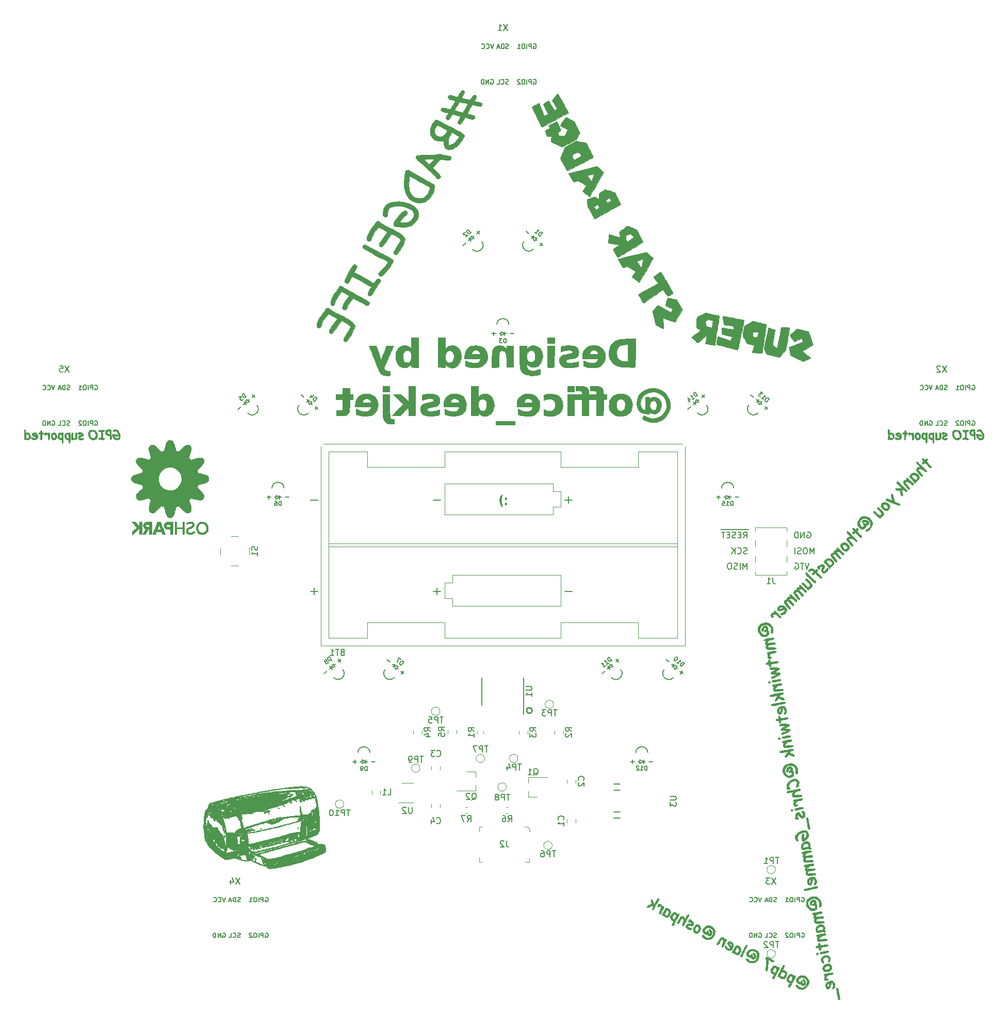
<source format=gbr>
G04 #@! TF.GenerationSoftware,KiCad,Pcbnew,5.1.2*
G04 #@! TF.CreationDate,2019-07-29T04:25:53-07:00*
G04 #@! TF.ProjectId,Star_Badge,53746172-5f42-4616-9467-652e6b696361,rev?*
G04 #@! TF.SameCoordinates,Original*
G04 #@! TF.FileFunction,Legend,Bot*
G04 #@! TF.FilePolarity,Positive*
%FSLAX46Y46*%
G04 Gerber Fmt 4.6, Leading zero omitted, Abs format (unit mm)*
G04 Created by KiCad (PCBNEW 5.1.2) date 2019-07-29 04:25:53*
%MOMM*%
%LPD*%
G04 APERTURE LIST*
%ADD10C,0.250000*%
%ADD11C,0.010000*%
%ADD12C,0.120000*%
%ADD13C,0.152400*%
%ADD14C,0.100000*%
%ADD15C,0.150000*%
%ADD16R,2.102000X2.102000*%
%ADD17C,2.102000*%
%ADD18R,3.392799X1.228800*%
%ADD19R,6.502800X5.791600*%
%ADD20O,1.102000X1.652000*%
%ADD21O,1.352000X1.052000*%
%ADD22R,0.502000X1.452000*%
%ADD23R,1.829200X1.829200*%
%ADD24O,1.829200X1.829200*%
%ADD25C,1.829200*%
%ADD26R,3.252000X1.102000*%
%ADD27R,0.802000X0.602000*%
%ADD28R,1.202000X0.302000*%
%ADD29R,0.552000X1.552000*%
%ADD30C,1.052000*%
%ADD31C,1.252000*%
%ADD32R,2.002000X0.902000*%
%ADD33C,0.702000*%
%ADD34C,1.002000*%
%ADD35R,1.662000X0.752000*%
%ADD36C,4.102000*%
%ADD37C,1.102000*%
G04 APERTURE END LIST*
D10*
X104810977Y-136150000D02*
G75*
G03X104810977Y-136150000I-460977J0D01*
G01*
D11*
G36*
X45239198Y-91790145D02*
G01*
X45128436Y-91820743D01*
X45029810Y-91877536D01*
X44974112Y-91923251D01*
X44921544Y-91973420D01*
X44875413Y-92025477D01*
X44833890Y-92083866D01*
X44795141Y-92153035D01*
X44757337Y-92237428D01*
X44718645Y-92341490D01*
X44677234Y-92469667D01*
X44631273Y-92626404D01*
X44578931Y-92816147D01*
X44528564Y-93004772D01*
X44489482Y-93152075D01*
X44453945Y-93285170D01*
X44423371Y-93398813D01*
X44399180Y-93487760D01*
X44382788Y-93546767D01*
X44375616Y-93570588D01*
X44375464Y-93570832D01*
X44354705Y-93576563D01*
X44301493Y-93590574D01*
X44224377Y-93610625D01*
X44150288Y-93629752D01*
X43928993Y-93686719D01*
X43451788Y-93212662D01*
X43330835Y-93093538D01*
X43215484Y-92981870D01*
X43110183Y-92881818D01*
X43019380Y-92797538D01*
X42947521Y-92733188D01*
X42899052Y-92692928D01*
X42886291Y-92683921D01*
X42797969Y-92637535D01*
X42694379Y-92595523D01*
X42590524Y-92562977D01*
X42501405Y-92544990D01*
X42471093Y-92543000D01*
X42334116Y-92562178D01*
X42202567Y-92615557D01*
X42085048Y-92696900D01*
X41990163Y-92799972D01*
X41926513Y-92918538D01*
X41918244Y-92943716D01*
X41894060Y-93071018D01*
X41886528Y-93220542D01*
X41895785Y-93375532D01*
X41913751Y-93484916D01*
X41927055Y-93540619D01*
X41949733Y-93629871D01*
X41979880Y-93745420D01*
X42015589Y-93880011D01*
X42054957Y-94026392D01*
X42085303Y-94137961D01*
X42229090Y-94664006D01*
X41892737Y-95000359D01*
X41459994Y-94881515D01*
X41254409Y-94825226D01*
X41084756Y-94779326D01*
X40946210Y-94742763D01*
X40833945Y-94714484D01*
X40743135Y-94693438D01*
X40668955Y-94678572D01*
X40606579Y-94668833D01*
X40551181Y-94663170D01*
X40497936Y-94660529D01*
X40443646Y-94659859D01*
X40290385Y-94667921D01*
X40166162Y-94694667D01*
X40060581Y-94743388D01*
X39972625Y-94808991D01*
X39871650Y-94924453D01*
X39805195Y-95058985D01*
X39775482Y-95205075D01*
X39784735Y-95355208D01*
X39796582Y-95403888D01*
X39822044Y-95477942D01*
X39856684Y-95552004D01*
X39903615Y-95630025D01*
X39965950Y-95715960D01*
X40046800Y-95813762D01*
X40149279Y-95927383D01*
X40276499Y-96060776D01*
X40431573Y-96217896D01*
X40459420Y-96245743D01*
X40592606Y-96379373D01*
X40697976Y-96486736D01*
X40778248Y-96570885D01*
X40836140Y-96634876D01*
X40874372Y-96681762D01*
X40895660Y-96714599D01*
X40902723Y-96736440D01*
X40902078Y-96743160D01*
X40891636Y-96783007D01*
X40873872Y-96851470D01*
X40851997Y-96936163D01*
X40843457Y-96969316D01*
X40796507Y-97151715D01*
X40187157Y-97312080D01*
X39974096Y-97369126D01*
X39797489Y-97418929D01*
X39652452Y-97463375D01*
X39534102Y-97504348D01*
X39437554Y-97543736D01*
X39357925Y-97583424D01*
X39290331Y-97625297D01*
X39229889Y-97671242D01*
X39207534Y-97690379D01*
X39104278Y-97807125D01*
X39037198Y-97939426D01*
X39006347Y-98080762D01*
X39011779Y-98224613D01*
X39053547Y-98364458D01*
X39131705Y-98493776D01*
X39200297Y-98567498D01*
X39256144Y-98614418D01*
X39318562Y-98657009D01*
X39392265Y-98697092D01*
X39481967Y-98736489D01*
X39592382Y-98777023D01*
X39728223Y-98820515D01*
X39894205Y-98868787D01*
X40095042Y-98923661D01*
X40180584Y-98946387D01*
X40334483Y-98987128D01*
X40474367Y-99024339D01*
X40595212Y-99056669D01*
X40691996Y-99082769D01*
X40759696Y-99101287D01*
X40793290Y-99110874D01*
X40796067Y-99111879D01*
X40801727Y-99132405D01*
X40815804Y-99185461D01*
X40836069Y-99262605D01*
X40856341Y-99340217D01*
X40914965Y-99565184D01*
X40460820Y-100017550D01*
X40342874Y-100136169D01*
X40231568Y-100250247D01*
X40131394Y-100355015D01*
X40046844Y-100445705D01*
X39982412Y-100517546D01*
X39942589Y-100565770D01*
X39936883Y-100573758D01*
X39852928Y-100725551D01*
X39800885Y-100880135D01*
X39781794Y-101030743D01*
X39796698Y-101170608D01*
X39830658Y-101264078D01*
X39916708Y-101397858D01*
X40024602Y-101497066D01*
X40156572Y-101562973D01*
X40314846Y-101596851D01*
X40423753Y-101602333D01*
X40485584Y-101601748D01*
X40542656Y-101599243D01*
X40600348Y-101593695D01*
X40664043Y-101583982D01*
X40739121Y-101568979D01*
X40830963Y-101547564D01*
X40944948Y-101518613D01*
X41086459Y-101481002D01*
X41260876Y-101433610D01*
X41353691Y-101408201D01*
X41891799Y-101260702D01*
X42230117Y-101599020D01*
X42063236Y-102209218D01*
X42015259Y-102385340D01*
X41977453Y-102526718D01*
X41948605Y-102639380D01*
X41927503Y-102729356D01*
X41912932Y-102802675D01*
X41903679Y-102865366D01*
X41898532Y-102923459D01*
X41896276Y-102982983D01*
X41895719Y-103041666D01*
X41902728Y-103199961D01*
X41926864Y-103326929D01*
X41971280Y-103431202D01*
X42039126Y-103521411D01*
X42088048Y-103568580D01*
X42216946Y-103655893D01*
X42358746Y-103703503D01*
X42511100Y-103711200D01*
X42671662Y-103678773D01*
X42788854Y-103631520D01*
X42832626Y-103608543D01*
X42877308Y-103580563D01*
X42926835Y-103544131D01*
X42985144Y-103495800D01*
X43056169Y-103432121D01*
X43143846Y-103349647D01*
X43252113Y-103244930D01*
X43384904Y-103114521D01*
X43431188Y-103068809D01*
X43930126Y-102575577D01*
X44150855Y-102632395D01*
X44241292Y-102655926D01*
X44315061Y-102675596D01*
X44363461Y-102689054D01*
X44378063Y-102693766D01*
X44384905Y-102714589D01*
X44401060Y-102771203D01*
X44425121Y-102858449D01*
X44455680Y-102971165D01*
X44491332Y-103104190D01*
X44530668Y-103252362D01*
X44540086Y-103288034D01*
X44596066Y-103498353D01*
X44643870Y-103672303D01*
X44685365Y-103814643D01*
X44722414Y-103930127D01*
X44756882Y-104023515D01*
X44790635Y-104099564D01*
X44825538Y-104163029D01*
X44863454Y-104218669D01*
X44906249Y-104271241D01*
X44940297Y-104308967D01*
X45049374Y-104396767D01*
X45180439Y-104454679D01*
X45323968Y-104481078D01*
X45470435Y-104474340D01*
X45610313Y-104432842D01*
X45625561Y-104425761D01*
X45700336Y-104383236D01*
X45767287Y-104329886D01*
X45828270Y-104261943D01*
X45885139Y-104175639D01*
X45939748Y-104067205D01*
X45993951Y-103932873D01*
X46049604Y-103768875D01*
X46108559Y-103571441D01*
X46172673Y-103336805D01*
X46185596Y-103287684D01*
X46225831Y-103136476D01*
X46263619Y-102999161D01*
X46297432Y-102880932D01*
X46325740Y-102786984D01*
X46347013Y-102722511D01*
X46359721Y-102692705D01*
X46361239Y-102691309D01*
X46389536Y-102683314D01*
X46448915Y-102666797D01*
X46529637Y-102644461D01*
X46591196Y-102627481D01*
X46799975Y-102569962D01*
X47226196Y-103004325D01*
X47372444Y-103152726D01*
X47493585Y-103273857D01*
X47593614Y-103371185D01*
X47676530Y-103448181D01*
X47746329Y-103508314D01*
X47807008Y-103555053D01*
X47862564Y-103591869D01*
X47916995Y-103622230D01*
X47964471Y-103645145D01*
X48118641Y-103698862D01*
X48264550Y-103713540D01*
X48406941Y-103690334D01*
X48555157Y-103628634D01*
X48672157Y-103538516D01*
X48758415Y-103419436D01*
X48814404Y-103270854D01*
X48827413Y-103209049D01*
X48836624Y-103141484D01*
X48840110Y-103071950D01*
X48837015Y-102995472D01*
X48826482Y-102907073D01*
X48807654Y-102801779D01*
X48779673Y-102674613D01*
X48741685Y-102520602D01*
X48692830Y-102334770D01*
X48649038Y-102173330D01*
X48490762Y-101594940D01*
X48825066Y-101260636D01*
X49424075Y-101424752D01*
X49605105Y-101473951D01*
X49751661Y-101512655D01*
X49869923Y-101542182D01*
X49966068Y-101563849D01*
X50046276Y-101578972D01*
X50116725Y-101588869D01*
X50183593Y-101594857D01*
X50234750Y-101597561D01*
X50397656Y-101595848D01*
X50530594Y-101574008D01*
X50642216Y-101529260D01*
X50741170Y-101458823D01*
X50779536Y-101422434D01*
X50872835Y-101299845D01*
X50927451Y-101162472D01*
X50943033Y-101013489D01*
X50919233Y-100856072D01*
X50859020Y-100699985D01*
X50834722Y-100655046D01*
X50804989Y-100608731D01*
X50766356Y-100557091D01*
X50715356Y-100496174D01*
X50648523Y-100422029D01*
X50562392Y-100330705D01*
X50453497Y-100218251D01*
X50318371Y-100080716D01*
X50295120Y-100057166D01*
X49803766Y-99559750D01*
X49865737Y-99339326D01*
X49891512Y-99249146D01*
X49913359Y-99175492D01*
X49928661Y-99127017D01*
X49934450Y-99112161D01*
X49955832Y-99105237D01*
X50013022Y-99088934D01*
X50100890Y-99064654D01*
X50214308Y-99033799D01*
X50348146Y-98997772D01*
X50497274Y-98957973D01*
X50543054Y-98945819D01*
X50731715Y-98894597D01*
X50903477Y-98845618D01*
X51052990Y-98800525D01*
X51174900Y-98760961D01*
X51263855Y-98728568D01*
X51296389Y-98714596D01*
X51455751Y-98621560D01*
X51576631Y-98511155D01*
X51659353Y-98382923D01*
X51704245Y-98236410D01*
X51713224Y-98131000D01*
X47265110Y-98131000D01*
X47246265Y-98414831D01*
X47189316Y-98681109D01*
X47093638Y-98931304D01*
X46958610Y-99166888D01*
X46783608Y-99389333D01*
X46691520Y-99485666D01*
X46481507Y-99669429D01*
X46260604Y-99814288D01*
X46023096Y-99923355D01*
X45763268Y-99999741D01*
X45736834Y-100005492D01*
X45619388Y-100021857D01*
X45473884Y-100029423D01*
X45313569Y-100028665D01*
X45151689Y-100020055D01*
X45001492Y-100004068D01*
X44876225Y-99981176D01*
X44847834Y-99973712D01*
X44585822Y-99876986D01*
X44342919Y-99744123D01*
X44122148Y-99578146D01*
X43926531Y-99382076D01*
X43759089Y-99158933D01*
X43622846Y-98911740D01*
X43522346Y-98648538D01*
X43499681Y-98570411D01*
X43483818Y-98502506D01*
X43473568Y-98434157D01*
X43467739Y-98354697D01*
X43465141Y-98253460D01*
X43464581Y-98131000D01*
X43465249Y-98000080D01*
X43468045Y-97900816D01*
X43474159Y-97822543D01*
X43484784Y-97754591D01*
X43501108Y-97686296D01*
X43522346Y-97613461D01*
X43624840Y-97346032D01*
X43761443Y-97099536D01*
X43929091Y-96877038D01*
X44124719Y-96681599D01*
X44345263Y-96516284D01*
X44587657Y-96384154D01*
X44847834Y-96288560D01*
X44997468Y-96256635D01*
X45172388Y-96236453D01*
X45357043Y-96228597D01*
X45535883Y-96233649D01*
X45693358Y-96252193D01*
X45713768Y-96256092D01*
X45960188Y-96319040D01*
X46178230Y-96404439D01*
X46377569Y-96517494D01*
X46567876Y-96663412D01*
X46699917Y-96786916D01*
X46891111Y-97002971D01*
X47041737Y-97229176D01*
X47152879Y-97468106D01*
X47225620Y-97722339D01*
X47261044Y-97994448D01*
X47265110Y-98131000D01*
X51713224Y-98131000D01*
X51713301Y-98130103D01*
X51695290Y-97974327D01*
X51638274Y-97834968D01*
X51542280Y-97712059D01*
X51407337Y-97605632D01*
X51233473Y-97515719D01*
X51146975Y-97482221D01*
X51103606Y-97468654D01*
X51025658Y-97446137D01*
X50919509Y-97416437D01*
X50791536Y-97381320D01*
X50648114Y-97342551D01*
X50499715Y-97302979D01*
X50351901Y-97263097D01*
X50217534Y-97225440D01*
X50102065Y-97191648D01*
X50010946Y-97163362D01*
X49949625Y-97142222D01*
X49923555Y-97129869D01*
X49923248Y-97129470D01*
X49908019Y-97089839D01*
X49906991Y-97080356D01*
X49901239Y-97050154D01*
X49886172Y-96990323D01*
X49864603Y-96911793D01*
X49855272Y-96879273D01*
X49803876Y-96702250D01*
X50295175Y-96204833D01*
X50450618Y-96046422D01*
X50578314Y-95913233D01*
X50681082Y-95801199D01*
X50761742Y-95706253D01*
X50823113Y-95624331D01*
X50868014Y-95551364D01*
X50899265Y-95483287D01*
X50919686Y-95416033D01*
X50932096Y-95345536D01*
X50938690Y-95276722D01*
X50942106Y-95187960D01*
X50935021Y-95121063D01*
X50914253Y-95056202D01*
X50896970Y-95016649D01*
X50830629Y-94895013D01*
X50755172Y-94805420D01*
X50661385Y-94737579D01*
X50633825Y-94722725D01*
X50585284Y-94699986D01*
X50538744Y-94684914D01*
X50483734Y-94675972D01*
X50409781Y-94671619D01*
X50306416Y-94670316D01*
X50277084Y-94670286D01*
X50203118Y-94670558D01*
X50139867Y-94672150D01*
X50081095Y-94676266D01*
X50020566Y-94684109D01*
X49952044Y-94696881D01*
X49869295Y-94715785D01*
X49766083Y-94742025D01*
X49636171Y-94776802D01*
X49473325Y-94821319D01*
X49424296Y-94834782D01*
X48825509Y-94999240D01*
X48657958Y-94831690D01*
X48490408Y-94664140D01*
X48648516Y-94089172D01*
X48706394Y-93876137D01*
X48752748Y-93698808D01*
X48788441Y-93552409D01*
X48814337Y-93432167D01*
X48831300Y-93333306D01*
X48840192Y-93251053D01*
X48841879Y-93180632D01*
X48837223Y-93117269D01*
X48831350Y-93078416D01*
X48815648Y-93001137D01*
X48798604Y-92933433D01*
X48788692Y-92902833D01*
X48727481Y-92794715D01*
X48636951Y-92694925D01*
X48529744Y-92617383D01*
X48529202Y-92617083D01*
X48464119Y-92583979D01*
X48407375Y-92564952D01*
X48342520Y-92556390D01*
X48253101Y-92554683D01*
X48245084Y-92554730D01*
X48160890Y-92558725D01*
X48081806Y-92571224D01*
X48004118Y-92594789D01*
X47924108Y-92631980D01*
X47838061Y-92685357D01*
X47742260Y-92757482D01*
X47632989Y-92850914D01*
X47506532Y-92968215D01*
X47359173Y-93111945D01*
X47190263Y-93281556D01*
X46791609Y-93685573D01*
X46565846Y-93625452D01*
X46340084Y-93565331D01*
X46177434Y-92949951D01*
X46120327Y-92737576D01*
X46070499Y-92561560D01*
X46026068Y-92416932D01*
X45985149Y-92298720D01*
X45945859Y-92201955D01*
X45906314Y-92121666D01*
X45864630Y-92052880D01*
X45818924Y-91990628D01*
X45809478Y-91978945D01*
X45703492Y-91881885D01*
X45573259Y-91815349D01*
X45427510Y-91783321D01*
X45375475Y-91781000D01*
X45239198Y-91790145D01*
X45239198Y-91790145D01*
G37*
X45239198Y-91790145D02*
X45128436Y-91820743D01*
X45029810Y-91877536D01*
X44974112Y-91923251D01*
X44921544Y-91973420D01*
X44875413Y-92025477D01*
X44833890Y-92083866D01*
X44795141Y-92153035D01*
X44757337Y-92237428D01*
X44718645Y-92341490D01*
X44677234Y-92469667D01*
X44631273Y-92626404D01*
X44578931Y-92816147D01*
X44528564Y-93004772D01*
X44489482Y-93152075D01*
X44453945Y-93285170D01*
X44423371Y-93398813D01*
X44399180Y-93487760D01*
X44382788Y-93546767D01*
X44375616Y-93570588D01*
X44375464Y-93570832D01*
X44354705Y-93576563D01*
X44301493Y-93590574D01*
X44224377Y-93610625D01*
X44150288Y-93629752D01*
X43928993Y-93686719D01*
X43451788Y-93212662D01*
X43330835Y-93093538D01*
X43215484Y-92981870D01*
X43110183Y-92881818D01*
X43019380Y-92797538D01*
X42947521Y-92733188D01*
X42899052Y-92692928D01*
X42886291Y-92683921D01*
X42797969Y-92637535D01*
X42694379Y-92595523D01*
X42590524Y-92562977D01*
X42501405Y-92544990D01*
X42471093Y-92543000D01*
X42334116Y-92562178D01*
X42202567Y-92615557D01*
X42085048Y-92696900D01*
X41990163Y-92799972D01*
X41926513Y-92918538D01*
X41918244Y-92943716D01*
X41894060Y-93071018D01*
X41886528Y-93220542D01*
X41895785Y-93375532D01*
X41913751Y-93484916D01*
X41927055Y-93540619D01*
X41949733Y-93629871D01*
X41979880Y-93745420D01*
X42015589Y-93880011D01*
X42054957Y-94026392D01*
X42085303Y-94137961D01*
X42229090Y-94664006D01*
X41892737Y-95000359D01*
X41459994Y-94881515D01*
X41254409Y-94825226D01*
X41084756Y-94779326D01*
X40946210Y-94742763D01*
X40833945Y-94714484D01*
X40743135Y-94693438D01*
X40668955Y-94678572D01*
X40606579Y-94668833D01*
X40551181Y-94663170D01*
X40497936Y-94660529D01*
X40443646Y-94659859D01*
X40290385Y-94667921D01*
X40166162Y-94694667D01*
X40060581Y-94743388D01*
X39972625Y-94808991D01*
X39871650Y-94924453D01*
X39805195Y-95058985D01*
X39775482Y-95205075D01*
X39784735Y-95355208D01*
X39796582Y-95403888D01*
X39822044Y-95477942D01*
X39856684Y-95552004D01*
X39903615Y-95630025D01*
X39965950Y-95715960D01*
X40046800Y-95813762D01*
X40149279Y-95927383D01*
X40276499Y-96060776D01*
X40431573Y-96217896D01*
X40459420Y-96245743D01*
X40592606Y-96379373D01*
X40697976Y-96486736D01*
X40778248Y-96570885D01*
X40836140Y-96634876D01*
X40874372Y-96681762D01*
X40895660Y-96714599D01*
X40902723Y-96736440D01*
X40902078Y-96743160D01*
X40891636Y-96783007D01*
X40873872Y-96851470D01*
X40851997Y-96936163D01*
X40843457Y-96969316D01*
X40796507Y-97151715D01*
X40187157Y-97312080D01*
X39974096Y-97369126D01*
X39797489Y-97418929D01*
X39652452Y-97463375D01*
X39534102Y-97504348D01*
X39437554Y-97543736D01*
X39357925Y-97583424D01*
X39290331Y-97625297D01*
X39229889Y-97671242D01*
X39207534Y-97690379D01*
X39104278Y-97807125D01*
X39037198Y-97939426D01*
X39006347Y-98080762D01*
X39011779Y-98224613D01*
X39053547Y-98364458D01*
X39131705Y-98493776D01*
X39200297Y-98567498D01*
X39256144Y-98614418D01*
X39318562Y-98657009D01*
X39392265Y-98697092D01*
X39481967Y-98736489D01*
X39592382Y-98777023D01*
X39728223Y-98820515D01*
X39894205Y-98868787D01*
X40095042Y-98923661D01*
X40180584Y-98946387D01*
X40334483Y-98987128D01*
X40474367Y-99024339D01*
X40595212Y-99056669D01*
X40691996Y-99082769D01*
X40759696Y-99101287D01*
X40793290Y-99110874D01*
X40796067Y-99111879D01*
X40801727Y-99132405D01*
X40815804Y-99185461D01*
X40836069Y-99262605D01*
X40856341Y-99340217D01*
X40914965Y-99565184D01*
X40460820Y-100017550D01*
X40342874Y-100136169D01*
X40231568Y-100250247D01*
X40131394Y-100355015D01*
X40046844Y-100445705D01*
X39982412Y-100517546D01*
X39942589Y-100565770D01*
X39936883Y-100573758D01*
X39852928Y-100725551D01*
X39800885Y-100880135D01*
X39781794Y-101030743D01*
X39796698Y-101170608D01*
X39830658Y-101264078D01*
X39916708Y-101397858D01*
X40024602Y-101497066D01*
X40156572Y-101562973D01*
X40314846Y-101596851D01*
X40423753Y-101602333D01*
X40485584Y-101601748D01*
X40542656Y-101599243D01*
X40600348Y-101593695D01*
X40664043Y-101583982D01*
X40739121Y-101568979D01*
X40830963Y-101547564D01*
X40944948Y-101518613D01*
X41086459Y-101481002D01*
X41260876Y-101433610D01*
X41353691Y-101408201D01*
X41891799Y-101260702D01*
X42230117Y-101599020D01*
X42063236Y-102209218D01*
X42015259Y-102385340D01*
X41977453Y-102526718D01*
X41948605Y-102639380D01*
X41927503Y-102729356D01*
X41912932Y-102802675D01*
X41903679Y-102865366D01*
X41898532Y-102923459D01*
X41896276Y-102982983D01*
X41895719Y-103041666D01*
X41902728Y-103199961D01*
X41926864Y-103326929D01*
X41971280Y-103431202D01*
X42039126Y-103521411D01*
X42088048Y-103568580D01*
X42216946Y-103655893D01*
X42358746Y-103703503D01*
X42511100Y-103711200D01*
X42671662Y-103678773D01*
X42788854Y-103631520D01*
X42832626Y-103608543D01*
X42877308Y-103580563D01*
X42926835Y-103544131D01*
X42985144Y-103495800D01*
X43056169Y-103432121D01*
X43143846Y-103349647D01*
X43252113Y-103244930D01*
X43384904Y-103114521D01*
X43431188Y-103068809D01*
X43930126Y-102575577D01*
X44150855Y-102632395D01*
X44241292Y-102655926D01*
X44315061Y-102675596D01*
X44363461Y-102689054D01*
X44378063Y-102693766D01*
X44384905Y-102714589D01*
X44401060Y-102771203D01*
X44425121Y-102858449D01*
X44455680Y-102971165D01*
X44491332Y-103104190D01*
X44530668Y-103252362D01*
X44540086Y-103288034D01*
X44596066Y-103498353D01*
X44643870Y-103672303D01*
X44685365Y-103814643D01*
X44722414Y-103930127D01*
X44756882Y-104023515D01*
X44790635Y-104099564D01*
X44825538Y-104163029D01*
X44863454Y-104218669D01*
X44906249Y-104271241D01*
X44940297Y-104308967D01*
X45049374Y-104396767D01*
X45180439Y-104454679D01*
X45323968Y-104481078D01*
X45470435Y-104474340D01*
X45610313Y-104432842D01*
X45625561Y-104425761D01*
X45700336Y-104383236D01*
X45767287Y-104329886D01*
X45828270Y-104261943D01*
X45885139Y-104175639D01*
X45939748Y-104067205D01*
X45993951Y-103932873D01*
X46049604Y-103768875D01*
X46108559Y-103571441D01*
X46172673Y-103336805D01*
X46185596Y-103287684D01*
X46225831Y-103136476D01*
X46263619Y-102999161D01*
X46297432Y-102880932D01*
X46325740Y-102786984D01*
X46347013Y-102722511D01*
X46359721Y-102692705D01*
X46361239Y-102691309D01*
X46389536Y-102683314D01*
X46448915Y-102666797D01*
X46529637Y-102644461D01*
X46591196Y-102627481D01*
X46799975Y-102569962D01*
X47226196Y-103004325D01*
X47372444Y-103152726D01*
X47493585Y-103273857D01*
X47593614Y-103371185D01*
X47676530Y-103448181D01*
X47746329Y-103508314D01*
X47807008Y-103555053D01*
X47862564Y-103591869D01*
X47916995Y-103622230D01*
X47964471Y-103645145D01*
X48118641Y-103698862D01*
X48264550Y-103713540D01*
X48406941Y-103690334D01*
X48555157Y-103628634D01*
X48672157Y-103538516D01*
X48758415Y-103419436D01*
X48814404Y-103270854D01*
X48827413Y-103209049D01*
X48836624Y-103141484D01*
X48840110Y-103071950D01*
X48837015Y-102995472D01*
X48826482Y-102907073D01*
X48807654Y-102801779D01*
X48779673Y-102674613D01*
X48741685Y-102520602D01*
X48692830Y-102334770D01*
X48649038Y-102173330D01*
X48490762Y-101594940D01*
X48825066Y-101260636D01*
X49424075Y-101424752D01*
X49605105Y-101473951D01*
X49751661Y-101512655D01*
X49869923Y-101542182D01*
X49966068Y-101563849D01*
X50046276Y-101578972D01*
X50116725Y-101588869D01*
X50183593Y-101594857D01*
X50234750Y-101597561D01*
X50397656Y-101595848D01*
X50530594Y-101574008D01*
X50642216Y-101529260D01*
X50741170Y-101458823D01*
X50779536Y-101422434D01*
X50872835Y-101299845D01*
X50927451Y-101162472D01*
X50943033Y-101013489D01*
X50919233Y-100856072D01*
X50859020Y-100699985D01*
X50834722Y-100655046D01*
X50804989Y-100608731D01*
X50766356Y-100557091D01*
X50715356Y-100496174D01*
X50648523Y-100422029D01*
X50562392Y-100330705D01*
X50453497Y-100218251D01*
X50318371Y-100080716D01*
X50295120Y-100057166D01*
X49803766Y-99559750D01*
X49865737Y-99339326D01*
X49891512Y-99249146D01*
X49913359Y-99175492D01*
X49928661Y-99127017D01*
X49934450Y-99112161D01*
X49955832Y-99105237D01*
X50013022Y-99088934D01*
X50100890Y-99064654D01*
X50214308Y-99033799D01*
X50348146Y-98997772D01*
X50497274Y-98957973D01*
X50543054Y-98945819D01*
X50731715Y-98894597D01*
X50903477Y-98845618D01*
X51052990Y-98800525D01*
X51174900Y-98760961D01*
X51263855Y-98728568D01*
X51296389Y-98714596D01*
X51455751Y-98621560D01*
X51576631Y-98511155D01*
X51659353Y-98382923D01*
X51704245Y-98236410D01*
X51713224Y-98131000D01*
X47265110Y-98131000D01*
X47246265Y-98414831D01*
X47189316Y-98681109D01*
X47093638Y-98931304D01*
X46958610Y-99166888D01*
X46783608Y-99389333D01*
X46691520Y-99485666D01*
X46481507Y-99669429D01*
X46260604Y-99814288D01*
X46023096Y-99923355D01*
X45763268Y-99999741D01*
X45736834Y-100005492D01*
X45619388Y-100021857D01*
X45473884Y-100029423D01*
X45313569Y-100028665D01*
X45151689Y-100020055D01*
X45001492Y-100004068D01*
X44876225Y-99981176D01*
X44847834Y-99973712D01*
X44585822Y-99876986D01*
X44342919Y-99744123D01*
X44122148Y-99578146D01*
X43926531Y-99382076D01*
X43759089Y-99158933D01*
X43622846Y-98911740D01*
X43522346Y-98648538D01*
X43499681Y-98570411D01*
X43483818Y-98502506D01*
X43473568Y-98434157D01*
X43467739Y-98354697D01*
X43465141Y-98253460D01*
X43464581Y-98131000D01*
X43465249Y-98000080D01*
X43468045Y-97900816D01*
X43474159Y-97822543D01*
X43484784Y-97754591D01*
X43501108Y-97686296D01*
X43522346Y-97613461D01*
X43624840Y-97346032D01*
X43761443Y-97099536D01*
X43929091Y-96877038D01*
X44124719Y-96681599D01*
X44345263Y-96516284D01*
X44587657Y-96384154D01*
X44847834Y-96288560D01*
X44997468Y-96256635D01*
X45172388Y-96236453D01*
X45357043Y-96228597D01*
X45535883Y-96233649D01*
X45693358Y-96252193D01*
X45713768Y-96256092D01*
X45960188Y-96319040D01*
X46178230Y-96404439D01*
X46377569Y-96517494D01*
X46567876Y-96663412D01*
X46699917Y-96786916D01*
X46891111Y-97002971D01*
X47041737Y-97229176D01*
X47152879Y-97468106D01*
X47225620Y-97722339D01*
X47261044Y-97994448D01*
X47265110Y-98131000D01*
X51713224Y-98131000D01*
X51713301Y-98130103D01*
X51695290Y-97974327D01*
X51638274Y-97834968D01*
X51542280Y-97712059D01*
X51407337Y-97605632D01*
X51233473Y-97515719D01*
X51146975Y-97482221D01*
X51103606Y-97468654D01*
X51025658Y-97446137D01*
X50919509Y-97416437D01*
X50791536Y-97381320D01*
X50648114Y-97342551D01*
X50499715Y-97302979D01*
X50351901Y-97263097D01*
X50217534Y-97225440D01*
X50102065Y-97191648D01*
X50010946Y-97163362D01*
X49949625Y-97142222D01*
X49923555Y-97129869D01*
X49923248Y-97129470D01*
X49908019Y-97089839D01*
X49906991Y-97080356D01*
X49901239Y-97050154D01*
X49886172Y-96990323D01*
X49864603Y-96911793D01*
X49855272Y-96879273D01*
X49803876Y-96702250D01*
X50295175Y-96204833D01*
X50450618Y-96046422D01*
X50578314Y-95913233D01*
X50681082Y-95801199D01*
X50761742Y-95706253D01*
X50823113Y-95624331D01*
X50868014Y-95551364D01*
X50899265Y-95483287D01*
X50919686Y-95416033D01*
X50932096Y-95345536D01*
X50938690Y-95276722D01*
X50942106Y-95187960D01*
X50935021Y-95121063D01*
X50914253Y-95056202D01*
X50896970Y-95016649D01*
X50830629Y-94895013D01*
X50755172Y-94805420D01*
X50661385Y-94737579D01*
X50633825Y-94722725D01*
X50585284Y-94699986D01*
X50538744Y-94684914D01*
X50483734Y-94675972D01*
X50409781Y-94671619D01*
X50306416Y-94670316D01*
X50277084Y-94670286D01*
X50203118Y-94670558D01*
X50139867Y-94672150D01*
X50081095Y-94676266D01*
X50020566Y-94684109D01*
X49952044Y-94696881D01*
X49869295Y-94715785D01*
X49766083Y-94742025D01*
X49636171Y-94776802D01*
X49473325Y-94821319D01*
X49424296Y-94834782D01*
X48825509Y-94999240D01*
X48657958Y-94831690D01*
X48490408Y-94664140D01*
X48648516Y-94089172D01*
X48706394Y-93876137D01*
X48752748Y-93698808D01*
X48788441Y-93552409D01*
X48814337Y-93432167D01*
X48831300Y-93333306D01*
X48840192Y-93251053D01*
X48841879Y-93180632D01*
X48837223Y-93117269D01*
X48831350Y-93078416D01*
X48815648Y-93001137D01*
X48798604Y-92933433D01*
X48788692Y-92902833D01*
X48727481Y-92794715D01*
X48636951Y-92694925D01*
X48529744Y-92617383D01*
X48529202Y-92617083D01*
X48464119Y-92583979D01*
X48407375Y-92564952D01*
X48342520Y-92556390D01*
X48253101Y-92554683D01*
X48245084Y-92554730D01*
X48160890Y-92558725D01*
X48081806Y-92571224D01*
X48004118Y-92594789D01*
X47924108Y-92631980D01*
X47838061Y-92685357D01*
X47742260Y-92757482D01*
X47632989Y-92850914D01*
X47506532Y-92968215D01*
X47359173Y-93111945D01*
X47190263Y-93281556D01*
X46791609Y-93685573D01*
X46565846Y-93625452D01*
X46340084Y-93565331D01*
X46177434Y-92949951D01*
X46120327Y-92737576D01*
X46070499Y-92561560D01*
X46026068Y-92416932D01*
X45985149Y-92298720D01*
X45945859Y-92201955D01*
X45906314Y-92121666D01*
X45864630Y-92052880D01*
X45818924Y-91990628D01*
X45809478Y-91978945D01*
X45703492Y-91881885D01*
X45573259Y-91815349D01*
X45427510Y-91783321D01*
X45375475Y-91781000D01*
X45239198Y-91790145D01*
G36*
X41889792Y-105204517D02*
G01*
X41733177Y-105207136D01*
X41612481Y-105210038D01*
X41521291Y-105213839D01*
X41453197Y-105219158D01*
X41401784Y-105226612D01*
X41360640Y-105236819D01*
X41323353Y-105250397D01*
X41297611Y-105261563D01*
X41165207Y-105342757D01*
X41063067Y-105451589D01*
X40993637Y-105583788D01*
X40959367Y-105735079D01*
X40957916Y-105854541D01*
X40968612Y-105939354D01*
X40986192Y-106017158D01*
X41002925Y-106062390D01*
X41056942Y-106141556D01*
X41130922Y-106218137D01*
X41210763Y-106278965D01*
X41263009Y-106305273D01*
X41310036Y-106327367D01*
X41333550Y-106348384D01*
X41334167Y-106351272D01*
X41324286Y-106374993D01*
X41296647Y-106429934D01*
X41254252Y-106510423D01*
X41200107Y-106610787D01*
X41137214Y-106725355D01*
X41111917Y-106770947D01*
X41046508Y-106889408D01*
X40988718Y-106995822D01*
X40941551Y-107084511D01*
X40908012Y-107149796D01*
X40891106Y-107186001D01*
X40889667Y-107190926D01*
X40909688Y-107199908D01*
X40965229Y-107206701D01*
X41049504Y-107210695D01*
X41117698Y-107211500D01*
X41345728Y-107211500D01*
X41563846Y-106788166D01*
X41781964Y-106364833D01*
X41948000Y-106364833D01*
X41948000Y-107211500D01*
X42371334Y-107211500D01*
X42371334Y-105581666D01*
X41948000Y-105581666D01*
X41948000Y-106047333D01*
X41762792Y-106047215D01*
X41666960Y-106044558D01*
X41577178Y-106037609D01*
X41509440Y-106027719D01*
X41497108Y-106024749D01*
X41418003Y-105982283D01*
X41361683Y-105910518D01*
X41335319Y-105819505D01*
X41334246Y-105796508D01*
X41345825Y-105734821D01*
X41385749Y-105675146D01*
X41406134Y-105653633D01*
X41478100Y-105581666D01*
X41948000Y-105581666D01*
X42371334Y-105581666D01*
X42371334Y-105197201D01*
X41889792Y-105204517D01*
X41889792Y-105204517D01*
G37*
X41889792Y-105204517D02*
X41733177Y-105207136D01*
X41612481Y-105210038D01*
X41521291Y-105213839D01*
X41453197Y-105219158D01*
X41401784Y-105226612D01*
X41360640Y-105236819D01*
X41323353Y-105250397D01*
X41297611Y-105261563D01*
X41165207Y-105342757D01*
X41063067Y-105451589D01*
X40993637Y-105583788D01*
X40959367Y-105735079D01*
X40957916Y-105854541D01*
X40968612Y-105939354D01*
X40986192Y-106017158D01*
X41002925Y-106062390D01*
X41056942Y-106141556D01*
X41130922Y-106218137D01*
X41210763Y-106278965D01*
X41263009Y-106305273D01*
X41310036Y-106327367D01*
X41333550Y-106348384D01*
X41334167Y-106351272D01*
X41324286Y-106374993D01*
X41296647Y-106429934D01*
X41254252Y-106510423D01*
X41200107Y-106610787D01*
X41137214Y-106725355D01*
X41111917Y-106770947D01*
X41046508Y-106889408D01*
X40988718Y-106995822D01*
X40941551Y-107084511D01*
X40908012Y-107149796D01*
X40891106Y-107186001D01*
X40889667Y-107190926D01*
X40909688Y-107199908D01*
X40965229Y-107206701D01*
X41049504Y-107210695D01*
X41117698Y-107211500D01*
X41345728Y-107211500D01*
X41563846Y-106788166D01*
X41781964Y-106364833D01*
X41948000Y-106364833D01*
X41948000Y-107211500D01*
X42371334Y-107211500D01*
X42371334Y-105581666D01*
X41948000Y-105581666D01*
X41948000Y-106047333D01*
X41762792Y-106047215D01*
X41666960Y-106044558D01*
X41577178Y-106037609D01*
X41509440Y-106027719D01*
X41497108Y-106024749D01*
X41418003Y-105982283D01*
X41361683Y-105910518D01*
X41335319Y-105819505D01*
X41334246Y-105796508D01*
X41345825Y-105734821D01*
X41385749Y-105675146D01*
X41406134Y-105653633D01*
X41478100Y-105581666D01*
X41948000Y-105581666D01*
X42371334Y-105581666D01*
X42371334Y-105197201D01*
X41889792Y-105204517D01*
G36*
X43546453Y-105200944D02*
G01*
X43313250Y-105201222D01*
X42927666Y-106169319D01*
X42851023Y-106361810D01*
X42778892Y-106543084D01*
X42712841Y-106709193D01*
X42654438Y-106856187D01*
X42605253Y-106980117D01*
X42566853Y-107077033D01*
X42540805Y-107142987D01*
X42528680Y-107174028D01*
X42528242Y-107175200D01*
X42525174Y-107191733D01*
X42535092Y-107202250D01*
X42564836Y-107207760D01*
X42621245Y-107209269D01*
X42711161Y-107207783D01*
X42743943Y-107206950D01*
X42973484Y-107200916D01*
X43040548Y-107021000D01*
X43107613Y-106841083D01*
X43989220Y-106841083D01*
X44055247Y-107021000D01*
X44121274Y-107200916D01*
X44346970Y-107206924D01*
X44438955Y-107207924D01*
X44512893Y-107205970D01*
X44560112Y-107201469D01*
X44572820Y-107196341D01*
X44565198Y-107174010D01*
X44543265Y-107116193D01*
X44508514Y-107026676D01*
X44462436Y-106909245D01*
X44406525Y-106767688D01*
X44342273Y-106605792D01*
X44293902Y-106484390D01*
X43853000Y-106484390D01*
X43833070Y-106487012D01*
X43778221Y-106489230D01*
X43695868Y-106490864D01*
X43593427Y-106491736D01*
X43543819Y-106491833D01*
X43423705Y-106491484D01*
X43339938Y-106489937D01*
X43286535Y-106486438D01*
X43257511Y-106480234D01*
X43246883Y-106470573D01*
X43248666Y-106456701D01*
X43249401Y-106454791D01*
X43261158Y-106423863D01*
X43284968Y-106360149D01*
X43318251Y-106270589D01*
X43358429Y-106162122D01*
X43402923Y-106041687D01*
X43402945Y-106041626D01*
X43446467Y-105924718D01*
X43484991Y-105823219D01*
X43516178Y-105743129D01*
X43537690Y-105690446D01*
X43547189Y-105671170D01*
X43547329Y-105671209D01*
X43556052Y-105691701D01*
X43576764Y-105744636D01*
X43606740Y-105822761D01*
X43643254Y-105918827D01*
X43683580Y-106025581D01*
X43724993Y-106135772D01*
X43764766Y-106242150D01*
X43800174Y-106337464D01*
X43828491Y-106414461D01*
X43846992Y-106465890D01*
X43853000Y-106484390D01*
X44293902Y-106484390D01*
X44271171Y-106427341D01*
X44194712Y-106236124D01*
X44176313Y-106190208D01*
X43779655Y-105200666D01*
X43546453Y-105200944D01*
X43546453Y-105200944D01*
G37*
X43546453Y-105200944D02*
X43313250Y-105201222D01*
X42927666Y-106169319D01*
X42851023Y-106361810D01*
X42778892Y-106543084D01*
X42712841Y-106709193D01*
X42654438Y-106856187D01*
X42605253Y-106980117D01*
X42566853Y-107077033D01*
X42540805Y-107142987D01*
X42528680Y-107174028D01*
X42528242Y-107175200D01*
X42525174Y-107191733D01*
X42535092Y-107202250D01*
X42564836Y-107207760D01*
X42621245Y-107209269D01*
X42711161Y-107207783D01*
X42743943Y-107206950D01*
X42973484Y-107200916D01*
X43040548Y-107021000D01*
X43107613Y-106841083D01*
X43989220Y-106841083D01*
X44055247Y-107021000D01*
X44121274Y-107200916D01*
X44346970Y-107206924D01*
X44438955Y-107207924D01*
X44512893Y-107205970D01*
X44560112Y-107201469D01*
X44572820Y-107196341D01*
X44565198Y-107174010D01*
X44543265Y-107116193D01*
X44508514Y-107026676D01*
X44462436Y-106909245D01*
X44406525Y-106767688D01*
X44342273Y-106605792D01*
X44293902Y-106484390D01*
X43853000Y-106484390D01*
X43833070Y-106487012D01*
X43778221Y-106489230D01*
X43695868Y-106490864D01*
X43593427Y-106491736D01*
X43543819Y-106491833D01*
X43423705Y-106491484D01*
X43339938Y-106489937D01*
X43286535Y-106486438D01*
X43257511Y-106480234D01*
X43246883Y-106470573D01*
X43248666Y-106456701D01*
X43249401Y-106454791D01*
X43261158Y-106423863D01*
X43284968Y-106360149D01*
X43318251Y-106270589D01*
X43358429Y-106162122D01*
X43402923Y-106041687D01*
X43402945Y-106041626D01*
X43446467Y-105924718D01*
X43484991Y-105823219D01*
X43516178Y-105743129D01*
X43537690Y-105690446D01*
X43547189Y-105671170D01*
X43547329Y-105671209D01*
X43556052Y-105691701D01*
X43576764Y-105744636D01*
X43606740Y-105822761D01*
X43643254Y-105918827D01*
X43683580Y-106025581D01*
X43724993Y-106135772D01*
X43764766Y-106242150D01*
X43800174Y-106337464D01*
X43828491Y-106414461D01*
X43846992Y-106465890D01*
X43853000Y-106484390D01*
X44293902Y-106484390D01*
X44271171Y-106427341D01*
X44194712Y-106236124D01*
X44176313Y-106190208D01*
X43779655Y-105200666D01*
X43546453Y-105200944D01*
G36*
X45308209Y-105204385D02*
G01*
X45148858Y-105207153D01*
X45025698Y-105210222D01*
X44932585Y-105214144D01*
X44863378Y-105219468D01*
X44811935Y-105226746D01*
X44772112Y-105236528D01*
X44737769Y-105249366D01*
X44720834Y-105257054D01*
X44586679Y-105342555D01*
X44482186Y-105456323D01*
X44410981Y-105593661D01*
X44384283Y-105693247D01*
X44374014Y-105855757D01*
X44402565Y-106004591D01*
X44468078Y-106136089D01*
X44568698Y-106246590D01*
X44702569Y-106332436D01*
X44710250Y-106336085D01*
X44758773Y-106356747D01*
X44806527Y-106370778D01*
X44863275Y-106379433D01*
X44938776Y-106383969D01*
X45042792Y-106385642D01*
X45096542Y-106385793D01*
X45377000Y-106386000D01*
X45377000Y-107211500D01*
X45800334Y-107211500D01*
X45800334Y-105581666D01*
X45377000Y-105581666D01*
X45377000Y-106050976D01*
X45131800Y-106043863D01*
X44886599Y-106036750D01*
X44824883Y-105967624D01*
X44775259Y-105884883D01*
X44761434Y-105795806D01*
X44781792Y-105710401D01*
X44834711Y-105638680D01*
X44883484Y-105605310D01*
X44923443Y-105595421D01*
X44994440Y-105587564D01*
X45085192Y-105582726D01*
X45153359Y-105581666D01*
X45377000Y-105581666D01*
X45800334Y-105581666D01*
X45800334Y-105196705D01*
X45308209Y-105204385D01*
X45308209Y-105204385D01*
G37*
X45308209Y-105204385D02*
X45148858Y-105207153D01*
X45025698Y-105210222D01*
X44932585Y-105214144D01*
X44863378Y-105219468D01*
X44811935Y-105226746D01*
X44772112Y-105236528D01*
X44737769Y-105249366D01*
X44720834Y-105257054D01*
X44586679Y-105342555D01*
X44482186Y-105456323D01*
X44410981Y-105593661D01*
X44384283Y-105693247D01*
X44374014Y-105855757D01*
X44402565Y-106004591D01*
X44468078Y-106136089D01*
X44568698Y-106246590D01*
X44702569Y-106332436D01*
X44710250Y-106336085D01*
X44758773Y-106356747D01*
X44806527Y-106370778D01*
X44863275Y-106379433D01*
X44938776Y-106383969D01*
X45042792Y-106385642D01*
X45096542Y-106385793D01*
X45377000Y-106386000D01*
X45377000Y-107211500D01*
X45800334Y-107211500D01*
X45800334Y-105581666D01*
X45377000Y-105581666D01*
X45377000Y-106050976D01*
X45131800Y-106043863D01*
X44886599Y-106036750D01*
X44824883Y-105967624D01*
X44775259Y-105884883D01*
X44761434Y-105795806D01*
X44781792Y-105710401D01*
X44834711Y-105638680D01*
X44883484Y-105605310D01*
X44923443Y-105595421D01*
X44994440Y-105587564D01*
X45085192Y-105582726D01*
X45153359Y-105581666D01*
X45377000Y-105581666D01*
X45800334Y-105581666D01*
X45800334Y-105196705D01*
X45308209Y-105204385D01*
G36*
X47430167Y-106089666D02*
G01*
X46393000Y-106089666D01*
X46393000Y-105200666D01*
X46139000Y-105200666D01*
X46139000Y-107211500D01*
X46393000Y-107211500D01*
X46393000Y-106322500D01*
X47430167Y-106322500D01*
X47430167Y-107211500D01*
X47684167Y-107211500D01*
X47684167Y-105200666D01*
X47430167Y-105200666D01*
X47430167Y-106089666D01*
X47430167Y-106089666D01*
G37*
X47430167Y-106089666D02*
X46393000Y-106089666D01*
X46393000Y-105200666D01*
X46139000Y-105200666D01*
X46139000Y-107211500D01*
X46393000Y-107211500D01*
X46393000Y-106322500D01*
X47430167Y-106322500D01*
X47430167Y-107211500D01*
X47684167Y-107211500D01*
X47684167Y-105200666D01*
X47430167Y-105200666D01*
X47430167Y-106089666D01*
G36*
X48516184Y-105197409D02*
G01*
X48352910Y-105238310D01*
X48204624Y-105302078D01*
X48082197Y-105386744D01*
X48070289Y-105397711D01*
X48001327Y-105463300D01*
X48089867Y-105553516D01*
X48178406Y-105643731D01*
X48267943Y-105561199D01*
X48377407Y-105485645D01*
X48507473Y-105435824D01*
X48646128Y-105413852D01*
X48781359Y-105421848D01*
X48882571Y-105452840D01*
X48969915Y-105506983D01*
X49020395Y-105576436D01*
X49038599Y-105667930D01*
X49038834Y-105681937D01*
X49031809Y-105746681D01*
X49007751Y-105803548D01*
X48962188Y-105856337D01*
X48890646Y-105908846D01*
X48788652Y-105964877D01*
X48651734Y-106028227D01*
X48609740Y-106046419D01*
X48496671Y-106097080D01*
X48388364Y-106149495D01*
X48295289Y-106198335D01*
X48227914Y-106238274D01*
X48214434Y-106247609D01*
X48110308Y-106348955D01*
X48039545Y-106472421D01*
X48004070Y-106611775D01*
X48005809Y-106760786D01*
X48026560Y-106855755D01*
X48074889Y-106955508D01*
X48153792Y-107051059D01*
X48252178Y-107130701D01*
X48323661Y-107169412D01*
X48429546Y-107201611D01*
X48560962Y-107221427D01*
X48702738Y-107228121D01*
X48839705Y-107220957D01*
X48953654Y-107200059D01*
X49040581Y-107170095D01*
X49128659Y-107131198D01*
X49163530Y-107112516D01*
X49220333Y-107074022D01*
X49284568Y-107022741D01*
X49347407Y-106966815D01*
X49400019Y-106914387D01*
X49433574Y-106873600D01*
X49441000Y-106856630D01*
X49426844Y-106834034D01*
X49389901Y-106792153D01*
X49343149Y-106744948D01*
X49286873Y-106694156D01*
X49252816Y-106673020D01*
X49236061Y-106678706D01*
X49234512Y-106682333D01*
X49201721Y-106735450D01*
X49141916Y-106797379D01*
X49066411Y-106858954D01*
X48986518Y-106911015D01*
X48913553Y-106944397D01*
X48909323Y-106945701D01*
X48785146Y-106971251D01*
X48659167Y-106977385D01*
X48540118Y-106965561D01*
X48436729Y-106937238D01*
X48357733Y-106893875D01*
X48316485Y-106846654D01*
X48273980Y-106731973D01*
X48271252Y-106623245D01*
X48276720Y-106598090D01*
X48298736Y-106540171D01*
X48334649Y-106487274D01*
X48388869Y-106436432D01*
X48465808Y-106384677D01*
X48569876Y-106329041D01*
X48705484Y-106266558D01*
X48876871Y-106194329D01*
X48967857Y-106153308D01*
X49055675Y-106107392D01*
X49123326Y-106065569D01*
X49130871Y-106060063D01*
X49226374Y-105964690D01*
X49286699Y-105853932D01*
X49312960Y-105734206D01*
X49306268Y-105611926D01*
X49267735Y-105493506D01*
X49198474Y-105385362D01*
X49099597Y-105293909D01*
X48987233Y-105231602D01*
X48844217Y-105192086D01*
X48683577Y-105181344D01*
X48516184Y-105197409D01*
X48516184Y-105197409D01*
G37*
X48516184Y-105197409D02*
X48352910Y-105238310D01*
X48204624Y-105302078D01*
X48082197Y-105386744D01*
X48070289Y-105397711D01*
X48001327Y-105463300D01*
X48089867Y-105553516D01*
X48178406Y-105643731D01*
X48267943Y-105561199D01*
X48377407Y-105485645D01*
X48507473Y-105435824D01*
X48646128Y-105413852D01*
X48781359Y-105421848D01*
X48882571Y-105452840D01*
X48969915Y-105506983D01*
X49020395Y-105576436D01*
X49038599Y-105667930D01*
X49038834Y-105681937D01*
X49031809Y-105746681D01*
X49007751Y-105803548D01*
X48962188Y-105856337D01*
X48890646Y-105908846D01*
X48788652Y-105964877D01*
X48651734Y-106028227D01*
X48609740Y-106046419D01*
X48496671Y-106097080D01*
X48388364Y-106149495D01*
X48295289Y-106198335D01*
X48227914Y-106238274D01*
X48214434Y-106247609D01*
X48110308Y-106348955D01*
X48039545Y-106472421D01*
X48004070Y-106611775D01*
X48005809Y-106760786D01*
X48026560Y-106855755D01*
X48074889Y-106955508D01*
X48153792Y-107051059D01*
X48252178Y-107130701D01*
X48323661Y-107169412D01*
X48429546Y-107201611D01*
X48560962Y-107221427D01*
X48702738Y-107228121D01*
X48839705Y-107220957D01*
X48953654Y-107200059D01*
X49040581Y-107170095D01*
X49128659Y-107131198D01*
X49163530Y-107112516D01*
X49220333Y-107074022D01*
X49284568Y-107022741D01*
X49347407Y-106966815D01*
X49400019Y-106914387D01*
X49433574Y-106873600D01*
X49441000Y-106856630D01*
X49426844Y-106834034D01*
X49389901Y-106792153D01*
X49343149Y-106744948D01*
X49286873Y-106694156D01*
X49252816Y-106673020D01*
X49236061Y-106678706D01*
X49234512Y-106682333D01*
X49201721Y-106735450D01*
X49141916Y-106797379D01*
X49066411Y-106858954D01*
X48986518Y-106911015D01*
X48913553Y-106944397D01*
X48909323Y-106945701D01*
X48785146Y-106971251D01*
X48659167Y-106977385D01*
X48540118Y-106965561D01*
X48436729Y-106937238D01*
X48357733Y-106893875D01*
X48316485Y-106846654D01*
X48273980Y-106731973D01*
X48271252Y-106623245D01*
X48276720Y-106598090D01*
X48298736Y-106540171D01*
X48334649Y-106487274D01*
X48388869Y-106436432D01*
X48465808Y-106384677D01*
X48569876Y-106329041D01*
X48705484Y-106266558D01*
X48876871Y-106194329D01*
X48967857Y-106153308D01*
X49055675Y-106107392D01*
X49123326Y-106065569D01*
X49130871Y-106060063D01*
X49226374Y-105964690D01*
X49286699Y-105853932D01*
X49312960Y-105734206D01*
X49306268Y-105611926D01*
X49267735Y-105493506D01*
X49198474Y-105385362D01*
X49099597Y-105293909D01*
X48987233Y-105231602D01*
X48844217Y-105192086D01*
X48683577Y-105181344D01*
X48516184Y-105197409D01*
G36*
X50527930Y-105188754D02*
G01*
X50338434Y-105230793D01*
X50164003Y-105308386D01*
X50009097Y-105418364D01*
X49878180Y-105557563D01*
X49775713Y-105722815D01*
X49706280Y-105910490D01*
X49684898Y-106030712D01*
X49675401Y-106170501D01*
X49677745Y-106313442D01*
X49691885Y-106443123D01*
X49707944Y-106514449D01*
X49784858Y-106707905D01*
X49891750Y-106875831D01*
X50025450Y-107015003D01*
X50182786Y-107122193D01*
X50360584Y-107194178D01*
X50382073Y-107200020D01*
X50498795Y-107220486D01*
X50633867Y-107229305D01*
X50768027Y-107226116D01*
X50882016Y-107210557D01*
X50886716Y-107209477D01*
X51065668Y-107146585D01*
X51224596Y-107049218D01*
X51360601Y-106921619D01*
X51470787Y-106768025D01*
X51552258Y-106592678D01*
X51602115Y-106399817D01*
X51617462Y-106193683D01*
X51616386Y-106162789D01*
X51362864Y-106162789D01*
X51355247Y-106354407D01*
X51311938Y-106525008D01*
X51233574Y-106673189D01*
X51120797Y-106797547D01*
X51048166Y-106852734D01*
X50948931Y-106912908D01*
X50859410Y-106950047D01*
X50763728Y-106968539D01*
X50646010Y-106972770D01*
X50615750Y-106972227D01*
X50516539Y-106966835D01*
X50440923Y-106953567D01*
X50370321Y-106928180D01*
X50322392Y-106905241D01*
X50185069Y-106813803D01*
X50072924Y-106690426D01*
X49993988Y-106555333D01*
X49968802Y-106498104D01*
X49952557Y-106445353D01*
X49943349Y-106385109D01*
X49939273Y-106305402D01*
X49938417Y-106206083D01*
X49939496Y-106098163D01*
X49944018Y-106020434D01*
X49953909Y-105960781D01*
X49971097Y-105907088D01*
X49994466Y-105853701D01*
X50042384Y-105769593D01*
X50103532Y-105685449D01*
X50139500Y-105645166D01*
X50262682Y-105544443D01*
X50397729Y-105479860D01*
X50552308Y-105448384D01*
X50647500Y-105444083D01*
X50747415Y-105446447D01*
X50821502Y-105455589D01*
X50886108Y-105474586D01*
X50943834Y-105499846D01*
X51090254Y-105592384D01*
X51207694Y-105714230D01*
X51293959Y-105861911D01*
X51346852Y-106031950D01*
X51362864Y-106162789D01*
X51616386Y-106162789D01*
X51615682Y-106142583D01*
X51585243Y-105933163D01*
X51520329Y-105742921D01*
X51423909Y-105575057D01*
X51298954Y-105432776D01*
X51148433Y-105319280D01*
X50975317Y-105237771D01*
X50782576Y-105191452D01*
X50728028Y-105185434D01*
X50527930Y-105188754D01*
X50527930Y-105188754D01*
G37*
X50527930Y-105188754D02*
X50338434Y-105230793D01*
X50164003Y-105308386D01*
X50009097Y-105418364D01*
X49878180Y-105557563D01*
X49775713Y-105722815D01*
X49706280Y-105910490D01*
X49684898Y-106030712D01*
X49675401Y-106170501D01*
X49677745Y-106313442D01*
X49691885Y-106443123D01*
X49707944Y-106514449D01*
X49784858Y-106707905D01*
X49891750Y-106875831D01*
X50025450Y-107015003D01*
X50182786Y-107122193D01*
X50360584Y-107194178D01*
X50382073Y-107200020D01*
X50498795Y-107220486D01*
X50633867Y-107229305D01*
X50768027Y-107226116D01*
X50882016Y-107210557D01*
X50886716Y-107209477D01*
X51065668Y-107146585D01*
X51224596Y-107049218D01*
X51360601Y-106921619D01*
X51470787Y-106768025D01*
X51552258Y-106592678D01*
X51602115Y-106399817D01*
X51617462Y-106193683D01*
X51616386Y-106162789D01*
X51362864Y-106162789D01*
X51355247Y-106354407D01*
X51311938Y-106525008D01*
X51233574Y-106673189D01*
X51120797Y-106797547D01*
X51048166Y-106852734D01*
X50948931Y-106912908D01*
X50859410Y-106950047D01*
X50763728Y-106968539D01*
X50646010Y-106972770D01*
X50615750Y-106972227D01*
X50516539Y-106966835D01*
X50440923Y-106953567D01*
X50370321Y-106928180D01*
X50322392Y-106905241D01*
X50185069Y-106813803D01*
X50072924Y-106690426D01*
X49993988Y-106555333D01*
X49968802Y-106498104D01*
X49952557Y-106445353D01*
X49943349Y-106385109D01*
X49939273Y-106305402D01*
X49938417Y-106206083D01*
X49939496Y-106098163D01*
X49944018Y-106020434D01*
X49953909Y-105960781D01*
X49971097Y-105907088D01*
X49994466Y-105853701D01*
X50042384Y-105769593D01*
X50103532Y-105685449D01*
X50139500Y-105645166D01*
X50262682Y-105544443D01*
X50397729Y-105479860D01*
X50552308Y-105448384D01*
X50647500Y-105444083D01*
X50747415Y-105446447D01*
X50821502Y-105455589D01*
X50886108Y-105474586D01*
X50943834Y-105499846D01*
X51090254Y-105592384D01*
X51207694Y-105714230D01*
X51293959Y-105861911D01*
X51346852Y-106031950D01*
X51362864Y-106162789D01*
X51616386Y-106162789D01*
X51615682Y-106142583D01*
X51585243Y-105933163D01*
X51520329Y-105742921D01*
X51423909Y-105575057D01*
X51298954Y-105432776D01*
X51148433Y-105319280D01*
X50975317Y-105237771D01*
X50782576Y-105191452D01*
X50728028Y-105185434D01*
X50527930Y-105188754D01*
G36*
X40334520Y-105579013D02*
G01*
X40328750Y-105957359D01*
X39630250Y-105201965D01*
X39358470Y-105201315D01*
X39086689Y-105200666D01*
X39178553Y-105305301D01*
X39221047Y-105352300D01*
X39286947Y-105423443D01*
X39370292Y-105512378D01*
X39465126Y-105612756D01*
X39565489Y-105718225D01*
X39591955Y-105745908D01*
X39913492Y-106081880D01*
X39534469Y-106429731D01*
X39155445Y-106777583D01*
X39154723Y-107058041D01*
X39155101Y-107161453D01*
X39156645Y-107247673D01*
X39159121Y-107308917D01*
X39162297Y-107337401D01*
X39163100Y-107338500D01*
X39179970Y-107324436D01*
X39224089Y-107284372D01*
X39292044Y-107221492D01*
X39380425Y-107138985D01*
X39485817Y-107040037D01*
X39604808Y-106927835D01*
X39733987Y-106805567D01*
X39750475Y-106789930D01*
X40328750Y-106241360D01*
X40340114Y-107211500D01*
X40762667Y-107211500D01*
X40762667Y-105200666D01*
X40340289Y-105200666D01*
X40334520Y-105579013D01*
X40334520Y-105579013D01*
G37*
X40334520Y-105579013D02*
X40328750Y-105957359D01*
X39630250Y-105201965D01*
X39358470Y-105201315D01*
X39086689Y-105200666D01*
X39178553Y-105305301D01*
X39221047Y-105352300D01*
X39286947Y-105423443D01*
X39370292Y-105512378D01*
X39465126Y-105612756D01*
X39565489Y-105718225D01*
X39591955Y-105745908D01*
X39913492Y-106081880D01*
X39534469Y-106429731D01*
X39155445Y-106777583D01*
X39154723Y-107058041D01*
X39155101Y-107161453D01*
X39156645Y-107247673D01*
X39159121Y-107308917D01*
X39162297Y-107337401D01*
X39163100Y-107338500D01*
X39179970Y-107324436D01*
X39224089Y-107284372D01*
X39292044Y-107221492D01*
X39380425Y-107138985D01*
X39485817Y-107040037D01*
X39604808Y-106927835D01*
X39733987Y-106805567D01*
X39750475Y-106789930D01*
X40328750Y-106241360D01*
X40340114Y-107211500D01*
X40762667Y-107211500D01*
X40762667Y-105200666D01*
X40340289Y-105200666D01*
X40334520Y-105579013D01*
G36*
X65260134Y-148900035D02*
G01*
X65333791Y-148912887D01*
X65332322Y-148935067D01*
X65329000Y-148937333D01*
X65254156Y-148961526D01*
X65139447Y-148974976D01*
X65012370Y-148977685D01*
X64900418Y-148969651D01*
X64831090Y-148950875D01*
X64821000Y-148937333D01*
X64860049Y-148915445D01*
X64964266Y-148900617D01*
X65106750Y-148895648D01*
X65260134Y-148900035D01*
X65260134Y-148900035D01*
G37*
X65260134Y-148900035D02*
X65333791Y-148912887D01*
X65332322Y-148935067D01*
X65329000Y-148937333D01*
X65254156Y-148961526D01*
X65139447Y-148974976D01*
X65012370Y-148977685D01*
X64900418Y-148969651D01*
X64831090Y-148950875D01*
X64821000Y-148937333D01*
X64860049Y-148915445D01*
X64964266Y-148900617D01*
X65106750Y-148895648D01*
X65260134Y-148900035D01*
G36*
X68134473Y-148961342D02*
G01*
X68205992Y-149016653D01*
X68238050Y-149078194D01*
X68232803Y-149100244D01*
X68163833Y-149146118D01*
X68076094Y-149122398D01*
X68046800Y-149098200D01*
X68009548Y-149036111D01*
X68094778Y-149036111D01*
X68100589Y-149061278D01*
X68123000Y-149064333D01*
X68157845Y-149048844D01*
X68151222Y-149036111D01*
X68100983Y-149031044D01*
X68094778Y-149036111D01*
X68009548Y-149036111D01*
X68001579Y-149022830D01*
X68007185Y-148959170D01*
X68051409Y-148937333D01*
X68134473Y-148961342D01*
X68134473Y-148961342D01*
G37*
X68134473Y-148961342D02*
X68205992Y-149016653D01*
X68238050Y-149078194D01*
X68232803Y-149100244D01*
X68163833Y-149146118D01*
X68076094Y-149122398D01*
X68046800Y-149098200D01*
X68009548Y-149036111D01*
X68094778Y-149036111D01*
X68100589Y-149061278D01*
X68123000Y-149064333D01*
X68157845Y-149048844D01*
X68151222Y-149036111D01*
X68100983Y-149031044D01*
X68094778Y-149036111D01*
X68009548Y-149036111D01*
X68001579Y-149022830D01*
X68007185Y-148959170D01*
X68051409Y-148937333D01*
X68134473Y-148961342D01*
G36*
X68597934Y-150070349D02*
G01*
X68599314Y-150071032D01*
X68705645Y-150113820D01*
X68770820Y-150131068D01*
X68845180Y-150159287D01*
X68845944Y-150196657D01*
X68781004Y-150229342D01*
X68707852Y-150241474D01*
X68592333Y-150239067D01*
X68526166Y-150198876D01*
X68503339Y-150163765D01*
X68473719Y-150074925D01*
X68506477Y-150042601D01*
X68597934Y-150070349D01*
X68597934Y-150070349D01*
G37*
X68597934Y-150070349D02*
X68599314Y-150071032D01*
X68705645Y-150113820D01*
X68770820Y-150131068D01*
X68845180Y-150159287D01*
X68845944Y-150196657D01*
X68781004Y-150229342D01*
X68707852Y-150241474D01*
X68592333Y-150239067D01*
X68526166Y-150198876D01*
X68503339Y-150163765D01*
X68473719Y-150074925D01*
X68506477Y-150042601D01*
X68597934Y-150070349D01*
G36*
X67994690Y-150743490D02*
G01*
X67996000Y-150757667D01*
X67960146Y-150790456D01*
X67900750Y-150799352D01*
X67838893Y-150792668D01*
X67854101Y-150767767D01*
X67869000Y-150757667D01*
X67956604Y-150718275D01*
X67994690Y-150743490D01*
X67994690Y-150743490D01*
G37*
X67994690Y-150743490D02*
X67996000Y-150757667D01*
X67960146Y-150790456D01*
X67900750Y-150799352D01*
X67838893Y-150792668D01*
X67854101Y-150767767D01*
X67869000Y-150757667D01*
X67956604Y-150718275D01*
X67994690Y-150743490D01*
G36*
X67518174Y-150816063D02*
G01*
X67515408Y-150863801D01*
X67482549Y-150908261D01*
X67409100Y-150953634D01*
X67306395Y-150987647D01*
X67203084Y-151004951D01*
X67127818Y-151000197D01*
X67107000Y-150978373D01*
X67143111Y-150938689D01*
X67231525Y-150890435D01*
X67342365Y-150845405D01*
X67445753Y-150815393D01*
X67511811Y-150812194D01*
X67518174Y-150816063D01*
X67518174Y-150816063D01*
G37*
X67518174Y-150816063D02*
X67515408Y-150863801D01*
X67482549Y-150908261D01*
X67409100Y-150953634D01*
X67306395Y-150987647D01*
X67203084Y-151004951D01*
X67127818Y-151000197D01*
X67107000Y-150978373D01*
X67143111Y-150938689D01*
X67231525Y-150890435D01*
X67342365Y-150845405D01*
X67445753Y-150815393D01*
X67511811Y-150812194D01*
X67518174Y-150816063D01*
G36*
X66910399Y-150976570D02*
G01*
X66931921Y-151012318D01*
X66894638Y-151097631D01*
X66893844Y-151099116D01*
X66822747Y-151170910D01*
X66742818Y-151164791D01*
X66686646Y-151101899D01*
X66663303Y-151022479D01*
X66706453Y-150980895D01*
X66817722Y-150969333D01*
X66910399Y-150976570D01*
X66910399Y-150976570D01*
G37*
X66910399Y-150976570D02*
X66931921Y-151012318D01*
X66894638Y-151097631D01*
X66893844Y-151099116D01*
X66822747Y-151170910D01*
X66742818Y-151164791D01*
X66686646Y-151101899D01*
X66663303Y-151022479D01*
X66706453Y-150980895D01*
X66817722Y-150969333D01*
X66910399Y-150976570D01*
G36*
X64198166Y-151821259D02*
G01*
X64201253Y-151876849D01*
X64157294Y-151926073D01*
X64129239Y-151935681D01*
X64070225Y-151926942D01*
X64066319Y-151872761D01*
X64107431Y-151807567D01*
X64144247Y-151794833D01*
X64198166Y-151821259D01*
X64198166Y-151821259D01*
G37*
X64198166Y-151821259D02*
X64201253Y-151876849D01*
X64157294Y-151926073D01*
X64129239Y-151935681D01*
X64070225Y-151926942D01*
X64066319Y-151872761D01*
X64107431Y-151807567D01*
X64144247Y-151794833D01*
X64198166Y-151821259D01*
G36*
X63301504Y-152124595D02*
G01*
X63339324Y-152154140D01*
X63339334Y-152154667D01*
X63302547Y-152184390D01*
X63213914Y-152196997D01*
X63212334Y-152197000D01*
X63123163Y-152184738D01*
X63085343Y-152155193D01*
X63085334Y-152154667D01*
X63122120Y-152124943D01*
X63210753Y-152112336D01*
X63212334Y-152112333D01*
X63301504Y-152124595D01*
X63301504Y-152124595D01*
G37*
X63301504Y-152124595D02*
X63339324Y-152154140D01*
X63339334Y-152154667D01*
X63302547Y-152184390D01*
X63213914Y-152196997D01*
X63212334Y-152197000D01*
X63123163Y-152184738D01*
X63085343Y-152155193D01*
X63085334Y-152154667D01*
X63122120Y-152124943D01*
X63210753Y-152112336D01*
X63212334Y-152112333D01*
X63301504Y-152124595D01*
G36*
X61624597Y-153008336D02*
G01*
X61683494Y-153042214D01*
X61691886Y-153064833D01*
X61656045Y-153102579D01*
X61577387Y-153120012D01*
X61496173Y-153113142D01*
X61456815Y-153088127D01*
X61462897Y-153040621D01*
X61525710Y-153009143D01*
X61617366Y-153006956D01*
X61624597Y-153008336D01*
X61624597Y-153008336D01*
G37*
X61624597Y-153008336D02*
X61683494Y-153042214D01*
X61691886Y-153064833D01*
X61656045Y-153102579D01*
X61577387Y-153120012D01*
X61496173Y-153113142D01*
X61456815Y-153088127D01*
X61462897Y-153040621D01*
X61525710Y-153009143D01*
X61617366Y-153006956D01*
X61624597Y-153008336D01*
G36*
X63508667Y-153636333D02*
G01*
X63474633Y-153674464D01*
X63448629Y-153678667D01*
X63357036Y-153691171D01*
X63311046Y-153703289D01*
X63260943Y-153715884D01*
X63275994Y-153694130D01*
X63315675Y-153660956D01*
X63407200Y-153606738D01*
X63479604Y-153597718D01*
X63508667Y-153636333D01*
X63508667Y-153636333D01*
G37*
X63508667Y-153636333D02*
X63474633Y-153674464D01*
X63448629Y-153678667D01*
X63357036Y-153691171D01*
X63311046Y-153703289D01*
X63260943Y-153715884D01*
X63275994Y-153694130D01*
X63315675Y-153660956D01*
X63407200Y-153606738D01*
X63479604Y-153597718D01*
X63508667Y-153636333D01*
G36*
X62420722Y-153864462D02*
G01*
X62450334Y-153911500D01*
X62418204Y-153958466D01*
X62315661Y-153974885D01*
X62302167Y-153975000D01*
X62204217Y-153965501D01*
X62155274Y-153942146D01*
X62154000Y-153937196D01*
X62187833Y-153891393D01*
X62220963Y-153873696D01*
X62336119Y-153848620D01*
X62420722Y-153864462D01*
X62420722Y-153864462D01*
G37*
X62420722Y-153864462D02*
X62450334Y-153911500D01*
X62418204Y-153958466D01*
X62315661Y-153974885D01*
X62302167Y-153975000D01*
X62204217Y-153965501D01*
X62155274Y-153942146D01*
X62154000Y-153937196D01*
X62187833Y-153891393D01*
X62220963Y-153873696D01*
X62336119Y-153848620D01*
X62420722Y-153864462D01*
G36*
X61580943Y-154118701D02*
G01*
X61582500Y-154144333D01*
X61522963Y-154179535D01*
X61471670Y-154186667D01*
X61414724Y-154169965D01*
X61413167Y-154144333D01*
X61472704Y-154109131D01*
X61523997Y-154102000D01*
X61580943Y-154118701D01*
X61580943Y-154118701D01*
G37*
X61580943Y-154118701D02*
X61582500Y-154144333D01*
X61522963Y-154179535D01*
X61471670Y-154186667D01*
X61414724Y-154169965D01*
X61413167Y-154144333D01*
X61472704Y-154109131D01*
X61523997Y-154102000D01*
X61580943Y-154118701D01*
G36*
X60374860Y-154388289D02*
G01*
X60376000Y-154398333D01*
X60341542Y-154435485D01*
X60310002Y-154440667D01*
X60266184Y-154420144D01*
X60270167Y-154398333D01*
X60324288Y-154357615D01*
X60336165Y-154356000D01*
X60374860Y-154388289D01*
X60374860Y-154388289D01*
G37*
X60374860Y-154388289D02*
X60376000Y-154398333D01*
X60341542Y-154435485D01*
X60310002Y-154440667D01*
X60266184Y-154420144D01*
X60270167Y-154398333D01*
X60324288Y-154357615D01*
X60336165Y-154356000D01*
X60374860Y-154388289D01*
G36*
X60708379Y-154676003D02*
G01*
X60714667Y-154694667D01*
X60679104Y-154728729D01*
X60627502Y-154737000D01*
X60568967Y-154720703D01*
X60566500Y-154694667D01*
X60627751Y-154655714D01*
X60653665Y-154652333D01*
X60708379Y-154676003D01*
X60708379Y-154676003D01*
G37*
X60708379Y-154676003D02*
X60714667Y-154694667D01*
X60679104Y-154728729D01*
X60627502Y-154737000D01*
X60568967Y-154720703D01*
X60566500Y-154694667D01*
X60627751Y-154655714D01*
X60653665Y-154652333D01*
X60708379Y-154676003D01*
G36*
X62069334Y-154800500D02*
G01*
X62109719Y-154838541D01*
X62111667Y-154845332D01*
X62078914Y-154863514D01*
X62069334Y-154864000D01*
X62028627Y-154831456D01*
X62027000Y-154819168D01*
X62052935Y-154793885D01*
X62069334Y-154800500D01*
X62069334Y-154800500D01*
G37*
X62069334Y-154800500D02*
X62109719Y-154838541D01*
X62111667Y-154845332D01*
X62078914Y-154863514D01*
X62069334Y-154864000D01*
X62028627Y-154831456D01*
X62027000Y-154819168D01*
X62052935Y-154793885D01*
X62069334Y-154800500D01*
G36*
X60279781Y-155519598D02*
G01*
X60279898Y-155564327D01*
X60224371Y-155600304D01*
X60149220Y-155623153D01*
X60124201Y-155601208D01*
X60122000Y-155562500D01*
X60157293Y-155510786D01*
X60206667Y-155499000D01*
X60279781Y-155519598D01*
X60279781Y-155519598D01*
G37*
X60279781Y-155519598D02*
X60279898Y-155564327D01*
X60224371Y-155600304D01*
X60149220Y-155623153D01*
X60124201Y-155601208D01*
X60122000Y-155562500D01*
X60157293Y-155510786D01*
X60206667Y-155499000D01*
X60279781Y-155519598D01*
G36*
X51581861Y-157005972D02*
G01*
X51591628Y-157063127D01*
X51561875Y-157127596D01*
X51523804Y-157150000D01*
X51493076Y-157114504D01*
X51486000Y-157065333D01*
X51507130Y-156991843D01*
X51558788Y-156987887D01*
X51581861Y-157005972D01*
X51581861Y-157005972D01*
G37*
X51581861Y-157005972D02*
X51591628Y-157063127D01*
X51561875Y-157127596D01*
X51523804Y-157150000D01*
X51493076Y-157114504D01*
X51486000Y-157065333D01*
X51507130Y-156991843D01*
X51558788Y-156987887D01*
X51581861Y-157005972D01*
G36*
X65724991Y-157401799D02*
G01*
X65735382Y-157411238D01*
X65781047Y-157489776D01*
X65749400Y-157546539D01*
X65646814Y-157572592D01*
X65619731Y-157573333D01*
X65528672Y-157561133D01*
X65503937Y-157518167D01*
X65505813Y-157503787D01*
X65555088Y-157411370D01*
X65637883Y-157373449D01*
X65724991Y-157401799D01*
X65724991Y-157401799D01*
G37*
X65724991Y-157401799D02*
X65735382Y-157411238D01*
X65781047Y-157489776D01*
X65749400Y-157546539D01*
X65646814Y-157572592D01*
X65619731Y-157573333D01*
X65528672Y-157561133D01*
X65503937Y-157518167D01*
X65505813Y-157503787D01*
X65555088Y-157411370D01*
X65637883Y-157373449D01*
X65724991Y-157401799D01*
G36*
X66417472Y-155308797D02*
G01*
X66424448Y-155388186D01*
X66422104Y-155417122D01*
X66397388Y-155517540D01*
X66355822Y-155573063D01*
X66352563Y-155574358D01*
X66314862Y-155562203D01*
X66307886Y-155482814D01*
X66310230Y-155453878D01*
X66334945Y-155353460D01*
X66376512Y-155297937D01*
X66379771Y-155296642D01*
X66417472Y-155308797D01*
X66417472Y-155308797D01*
G37*
X66417472Y-155308797D02*
X66424448Y-155388186D01*
X66422104Y-155417122D01*
X66397388Y-155517540D01*
X66355822Y-155573063D01*
X66352563Y-155574358D01*
X66314862Y-155562203D01*
X66307886Y-155482814D01*
X66310230Y-155453878D01*
X66334945Y-155353460D01*
X66376512Y-155297937D01*
X66379771Y-155296642D01*
X66417472Y-155308797D01*
G36*
X54309247Y-156044864D02*
G01*
X54322334Y-156134000D01*
X54307860Y-156231920D01*
X54273927Y-156257015D01*
X54234767Y-156204782D01*
X54222016Y-156165750D01*
X54199354Y-156062729D01*
X54209501Y-156017297D01*
X54257666Y-156007002D01*
X54258834Y-156007000D01*
X54309247Y-156044864D01*
X54309247Y-156044864D01*
G37*
X54309247Y-156044864D02*
X54322334Y-156134000D01*
X54307860Y-156231920D01*
X54273927Y-156257015D01*
X54234767Y-156204782D01*
X54222016Y-156165750D01*
X54199354Y-156062729D01*
X54209501Y-156017297D01*
X54257666Y-156007002D01*
X54258834Y-156007000D01*
X54309247Y-156044864D01*
G36*
X54342163Y-156618590D02*
G01*
X54383611Y-156684085D01*
X54398639Y-156794722D01*
X54396862Y-156829240D01*
X54369250Y-156931447D01*
X54318613Y-156974604D01*
X54266771Y-156953326D01*
X54242582Y-156885994D01*
X54238816Y-156780979D01*
X54253324Y-156678409D01*
X54283956Y-156618407D01*
X54284733Y-156617908D01*
X54342163Y-156618590D01*
X54342163Y-156618590D01*
G37*
X54342163Y-156618590D02*
X54383611Y-156684085D01*
X54398639Y-156794722D01*
X54396862Y-156829240D01*
X54369250Y-156931447D01*
X54318613Y-156974604D01*
X54266771Y-156953326D01*
X54242582Y-156885994D01*
X54238816Y-156780979D01*
X54253324Y-156678409D01*
X54283956Y-156618407D01*
X54284733Y-156617908D01*
X54342163Y-156618590D01*
G36*
X58577586Y-158483054D02*
G01*
X58653905Y-158539734D01*
X58682667Y-158611154D01*
X58650861Y-158673303D01*
X58578166Y-158689475D01*
X58498664Y-158653035D01*
X58493392Y-158648011D01*
X58433946Y-158560524D01*
X58455211Y-158497959D01*
X58492706Y-158477435D01*
X58577586Y-158483054D01*
X58577586Y-158483054D01*
G37*
X58577586Y-158483054D02*
X58653905Y-158539734D01*
X58682667Y-158611154D01*
X58650861Y-158673303D01*
X58578166Y-158689475D01*
X58498664Y-158653035D01*
X58493392Y-158648011D01*
X58433946Y-158560524D01*
X58455211Y-158497959D01*
X58492706Y-158477435D01*
X58577586Y-158483054D01*
G36*
X69234250Y-158893306D02*
G01*
X69308721Y-158927906D01*
X69329500Y-158970333D01*
X69293465Y-159025098D01*
X69234250Y-159047361D01*
X69159951Y-159039530D01*
X69139023Y-158974122D01*
X69139000Y-158970333D01*
X69158336Y-158902442D01*
X69230261Y-158892760D01*
X69234250Y-158893306D01*
X69234250Y-158893306D01*
G37*
X69234250Y-158893306D02*
X69308721Y-158927906D01*
X69329500Y-158970333D01*
X69293465Y-159025098D01*
X69234250Y-159047361D01*
X69159951Y-159039530D01*
X69139023Y-158974122D01*
X69139000Y-158970333D01*
X69158336Y-158902442D01*
X69230261Y-158892760D01*
X69234250Y-158893306D01*
G36*
X63787224Y-157762579D02*
G01*
X63783834Y-157785000D01*
X63747623Y-157825341D01*
X63741500Y-157827333D01*
X63707843Y-157797807D01*
X63699167Y-157785000D01*
X63709220Y-157749135D01*
X63741500Y-157742667D01*
X63787224Y-157762579D01*
X63787224Y-157762579D01*
G37*
X63787224Y-157762579D02*
X63783834Y-157785000D01*
X63747623Y-157825341D01*
X63741500Y-157827333D01*
X63707843Y-157797807D01*
X63699167Y-157785000D01*
X63709220Y-157749135D01*
X63741500Y-157742667D01*
X63787224Y-157762579D01*
G36*
X59193127Y-158897132D02*
G01*
X59212668Y-158926547D01*
X59211834Y-158928000D01*
X59153480Y-158960769D01*
X59082335Y-158970333D01*
X59003981Y-158955523D01*
X58979000Y-158928000D01*
X59015843Y-158898499D01*
X59104852Y-158885683D01*
X59108499Y-158885667D01*
X59193127Y-158897132D01*
X59193127Y-158897132D01*
G37*
X59193127Y-158897132D02*
X59212668Y-158926547D01*
X59211834Y-158928000D01*
X59153480Y-158960769D01*
X59082335Y-158970333D01*
X59003981Y-158955523D01*
X58979000Y-158928000D01*
X59015843Y-158898499D01*
X59104852Y-158885683D01*
X59108499Y-158885667D01*
X59193127Y-158897132D01*
G36*
X60048868Y-159156300D02*
G01*
X60058500Y-159182000D01*
X60004567Y-159205135D01*
X59895041Y-159218194D01*
X59812585Y-159219325D01*
X59693213Y-159214944D01*
X59651200Y-159207158D01*
X59679237Y-159193026D01*
X59719834Y-159182000D01*
X59861237Y-159154150D01*
X59977532Y-159145583D01*
X60048868Y-159156300D01*
X60048868Y-159156300D01*
G37*
X60048868Y-159156300D02*
X60058500Y-159182000D01*
X60004567Y-159205135D01*
X59895041Y-159218194D01*
X59812585Y-159219325D01*
X59693213Y-159214944D01*
X59651200Y-159207158D01*
X59679237Y-159193026D01*
X59719834Y-159182000D01*
X59861237Y-159154150D01*
X59977532Y-159145583D01*
X60048868Y-159156300D01*
G36*
X66555437Y-159849214D02*
G01*
X66556667Y-159859333D01*
X66524452Y-159900436D01*
X66514334Y-159901667D01*
X66473230Y-159869452D01*
X66472000Y-159859333D01*
X66504215Y-159818230D01*
X66514334Y-159817000D01*
X66555437Y-159849214D01*
X66555437Y-159849214D01*
G37*
X66555437Y-159849214D02*
X66556667Y-159859333D01*
X66524452Y-159900436D01*
X66514334Y-159901667D01*
X66473230Y-159869452D01*
X66472000Y-159859333D01*
X66504215Y-159818230D01*
X66514334Y-159817000D01*
X66555437Y-159849214D01*
G36*
X59423095Y-160307614D02*
G01*
X59493461Y-160367514D01*
X59522823Y-160439955D01*
X59497929Y-160502523D01*
X59466077Y-160521264D01*
X59423088Y-160561113D01*
X59426242Y-160583436D01*
X59411260Y-160613626D01*
X59364997Y-160621333D01*
X59282918Y-160602442D01*
X59254167Y-160579000D01*
X59264313Y-160543213D01*
X59297026Y-160536667D01*
X59342916Y-160529602D01*
X59323354Y-160494602D01*
X59301323Y-160471941D01*
X59284471Y-160439415D01*
X59344099Y-160439415D01*
X59402334Y-160445316D01*
X59462431Y-160438663D01*
X59455250Y-160423963D01*
X59368579Y-160418372D01*
X59349417Y-160423963D01*
X59344099Y-160439415D01*
X59284471Y-160439415D01*
X59262324Y-160396673D01*
X59269120Y-160321715D01*
X59317203Y-160283140D01*
X59324979Y-160282667D01*
X59423095Y-160307614D01*
X59423095Y-160307614D01*
G37*
X59423095Y-160307614D02*
X59493461Y-160367514D01*
X59522823Y-160439955D01*
X59497929Y-160502523D01*
X59466077Y-160521264D01*
X59423088Y-160561113D01*
X59426242Y-160583436D01*
X59411260Y-160613626D01*
X59364997Y-160621333D01*
X59282918Y-160602442D01*
X59254167Y-160579000D01*
X59264313Y-160543213D01*
X59297026Y-160536667D01*
X59342916Y-160529602D01*
X59323354Y-160494602D01*
X59301323Y-160471941D01*
X59284471Y-160439415D01*
X59344099Y-160439415D01*
X59402334Y-160445316D01*
X59462431Y-160438663D01*
X59455250Y-160423963D01*
X59368579Y-160418372D01*
X59349417Y-160423963D01*
X59344099Y-160439415D01*
X59284471Y-160439415D01*
X59262324Y-160396673D01*
X59269120Y-160321715D01*
X59317203Y-160283140D01*
X59324979Y-160282667D01*
X59423095Y-160307614D01*
G36*
X59454433Y-160696789D02*
G01*
X59475686Y-160772339D01*
X59444314Y-160854592D01*
X59444219Y-160854706D01*
X59360583Y-160908918D01*
X59269371Y-160908400D01*
X59206197Y-160854139D01*
X59203627Y-160848045D01*
X59208030Y-160815361D01*
X59275334Y-160815361D01*
X59300010Y-160861720D01*
X59350785Y-160854328D01*
X59392632Y-160798604D01*
X59374208Y-160755421D01*
X59342361Y-160748333D01*
X59284045Y-160782418D01*
X59275334Y-160815361D01*
X59208030Y-160815361D01*
X59213717Y-160773153D01*
X59278281Y-160703200D01*
X59370027Y-160665102D01*
X59390587Y-160663667D01*
X59454433Y-160696789D01*
X59454433Y-160696789D01*
G37*
X59454433Y-160696789D02*
X59475686Y-160772339D01*
X59444314Y-160854592D01*
X59444219Y-160854706D01*
X59360583Y-160908918D01*
X59269371Y-160908400D01*
X59206197Y-160854139D01*
X59203627Y-160848045D01*
X59208030Y-160815361D01*
X59275334Y-160815361D01*
X59300010Y-160861720D01*
X59350785Y-160854328D01*
X59392632Y-160798604D01*
X59374208Y-160755421D01*
X59342361Y-160748333D01*
X59284045Y-160782418D01*
X59275334Y-160815361D01*
X59208030Y-160815361D01*
X59213717Y-160773153D01*
X59278281Y-160703200D01*
X59370027Y-160665102D01*
X59390587Y-160663667D01*
X59454433Y-160696789D01*
G36*
X67226942Y-148592313D02*
G01*
X67599784Y-148636973D01*
X67923759Y-148717392D01*
X68214595Y-148838072D01*
X68488023Y-149003516D01*
X68621762Y-149103353D01*
X68791895Y-149270556D01*
X68962216Y-149494579D01*
X69116231Y-149749235D01*
X69237448Y-150008337D01*
X69290364Y-150165000D01*
X69339213Y-150325946D01*
X69392676Y-150478233D01*
X69418983Y-150542931D01*
X69457541Y-150660764D01*
X69494758Y-150825623D01*
X69520564Y-150987431D01*
X69566387Y-151332175D01*
X69613935Y-151644460D01*
X69660239Y-151905890D01*
X69695338Y-152070000D01*
X69716884Y-152189507D01*
X69740165Y-152367976D01*
X69762166Y-152579833D01*
X69777712Y-152768500D01*
X69797106Y-153023868D01*
X69819991Y-153301949D01*
X69842947Y-153562093D01*
X69856041Y-153699833D01*
X69870087Y-153886136D01*
X69882318Y-154132807D01*
X69891865Y-154415550D01*
X69897861Y-154710072D01*
X69899490Y-154915480D01*
X69899552Y-155200784D01*
X69896536Y-155418611D01*
X69887494Y-155586152D01*
X69869478Y-155720596D01*
X69839541Y-155839133D01*
X69794736Y-155958954D01*
X69732115Y-156097249D01*
X69677185Y-156212001D01*
X69592196Y-156349435D01*
X69486770Y-156470487D01*
X69453214Y-156499210D01*
X69368517Y-156546899D01*
X69219631Y-156613631D01*
X69023025Y-156692706D01*
X68795170Y-156777427D01*
X68614508Y-156840360D01*
X68366935Y-156927021D01*
X68163156Y-157004246D01*
X68013361Y-157067815D01*
X67927744Y-157113508D01*
X67911334Y-157131534D01*
X67948464Y-157169721D01*
X68046554Y-157224350D01*
X68185656Y-157286925D01*
X68345820Y-157348948D01*
X68507095Y-157401924D01*
X68609834Y-157429042D01*
X68714142Y-157459183D01*
X68779167Y-157488361D01*
X68845456Y-157521470D01*
X68952200Y-157562680D01*
X68968377Y-157568229D01*
X69178697Y-157644911D01*
X69329804Y-157719243D01*
X69444937Y-157808129D01*
X69547331Y-157928471D01*
X69629485Y-158049134D01*
X69721460Y-158182675D01*
X69801168Y-158282952D01*
X69854595Y-158332766D01*
X69862682Y-158335333D01*
X69878881Y-158306311D01*
X69861851Y-158271833D01*
X69943334Y-158271833D01*
X69964500Y-158293000D01*
X69985667Y-158271833D01*
X69964500Y-158250667D01*
X69943334Y-158271833D01*
X69861851Y-158271833D01*
X69839552Y-158226690D01*
X69839537Y-158226667D01*
X69819908Y-158187081D01*
X70038392Y-158187081D01*
X70041301Y-158237245D01*
X70047426Y-158247850D01*
X70103698Y-158275244D01*
X70210738Y-158289195D01*
X70252749Y-158289658D01*
X70430167Y-158286316D01*
X70270592Y-158229878D01*
X70642394Y-158229878D01*
X70650464Y-158291915D01*
X70651622Y-158296393D01*
X70676727Y-158353138D01*
X70696349Y-158341121D01*
X70687000Y-158264437D01*
X70670131Y-158240864D01*
X70642394Y-158229878D01*
X70270592Y-158229878D01*
X70247604Y-158221748D01*
X70125690Y-158187167D01*
X70536000Y-158187167D01*
X70557167Y-158208333D01*
X70578334Y-158187167D01*
X70557167Y-158166000D01*
X70536000Y-158187167D01*
X70125690Y-158187167D01*
X70107170Y-158181914D01*
X70038392Y-158187081D01*
X69819908Y-158187081D01*
X69794773Y-158136394D01*
X69807404Y-158072483D01*
X69816574Y-158060167D01*
X69985667Y-158060167D01*
X70006834Y-158081333D01*
X70028000Y-158060167D01*
X70006834Y-158039000D01*
X69985667Y-158060167D01*
X69816574Y-158060167D01*
X69818685Y-158057333D01*
X69896214Y-158012380D01*
X70029395Y-158003411D01*
X70225631Y-158030677D01*
X70430167Y-158078016D01*
X70589935Y-158125030D01*
X70700386Y-158179884D01*
X70772288Y-158258849D01*
X70816410Y-158378196D01*
X70843519Y-158554197D01*
X70858564Y-158725346D01*
X70874937Y-158966091D01*
X70874648Y-159140491D01*
X70848138Y-159266567D01*
X70785847Y-159362340D01*
X70678215Y-159445833D01*
X70515684Y-159535069D01*
X70397840Y-159593911D01*
X70149935Y-159713670D01*
X69875222Y-159841423D01*
X69592270Y-159968993D01*
X69319648Y-160088198D01*
X69075924Y-160190860D01*
X68879668Y-160268799D01*
X68800334Y-160297599D01*
X68647051Y-160352279D01*
X68468275Y-160418909D01*
X68377000Y-160454055D01*
X68233330Y-160508081D01*
X68040546Y-160577668D01*
X67829869Y-160651634D01*
X67720834Y-160689059D01*
X67529954Y-160754169D01*
X67356210Y-160813808D01*
X67223420Y-160859780D01*
X67170500Y-160878398D01*
X66949888Y-160954899D01*
X66721928Y-161029902D01*
X66503384Y-161098332D01*
X66311018Y-161155111D01*
X66161595Y-161195164D01*
X66071877Y-161213413D01*
X66062329Y-161214000D01*
X65949723Y-161229346D01*
X65861577Y-161255037D01*
X65740418Y-161295171D01*
X65559876Y-161347838D01*
X65343160Y-161406934D01*
X65113480Y-161466358D01*
X64894043Y-161520008D01*
X64708058Y-161561782D01*
X64651667Y-161573141D01*
X64507592Y-161602079D01*
X64305225Y-161644414D01*
X64068882Y-161694981D01*
X63822879Y-161748617D01*
X63762667Y-161761912D01*
X63507986Y-161815378D01*
X63246764Y-161865213D01*
X63006926Y-161906394D01*
X62816398Y-161933896D01*
X62789000Y-161937061D01*
X62586370Y-161961295D01*
X62382596Y-161989170D01*
X62217503Y-162015188D01*
X62199142Y-162018479D01*
X62016168Y-162043280D01*
X61812237Y-162058448D01*
X61720871Y-162060667D01*
X61570852Y-162055117D01*
X61474493Y-162031967D01*
X61401151Y-161981469D01*
X61368812Y-161948652D01*
X61299419Y-161860163D01*
X61294172Y-161849321D01*
X61394773Y-161849321D01*
X61405285Y-161871244D01*
X61428934Y-161901917D01*
X61490724Y-161967731D01*
X61518305Y-161967445D01*
X61519000Y-161960017D01*
X61508981Y-161947778D01*
X61871778Y-161947778D01*
X61877589Y-161972945D01*
X61900000Y-161976000D01*
X61934845Y-161960511D01*
X61928222Y-161947778D01*
X61877983Y-161942711D01*
X61871778Y-161947778D01*
X61508981Y-161947778D01*
X61490071Y-161924679D01*
X61475878Y-161912500D01*
X62027000Y-161912500D01*
X62048167Y-161933667D01*
X62069334Y-161912500D01*
X62048167Y-161891333D01*
X62027000Y-161912500D01*
X61475878Y-161912500D01*
X61444917Y-161885933D01*
X61429527Y-161874696D01*
X62238667Y-161874696D01*
X62273235Y-161889494D01*
X62302167Y-161891333D01*
X62358513Y-161869179D01*
X62365667Y-161850328D01*
X62342767Y-161833139D01*
X62825459Y-161833139D01*
X62881687Y-161840468D01*
X62894834Y-161840747D01*
X62967131Y-161836171D01*
X62973497Y-161822919D01*
X62969723Y-161821232D01*
X62885683Y-161812857D01*
X62842723Y-161819663D01*
X62825459Y-161833139D01*
X62342767Y-161833139D01*
X62334636Y-161827036D01*
X62302167Y-161833691D01*
X62246466Y-161863739D01*
X62238667Y-161874696D01*
X61429527Y-161874696D01*
X61394773Y-161849321D01*
X61294172Y-161849321D01*
X61265633Y-161790357D01*
X61265161Y-161785500D01*
X63085334Y-161785500D01*
X63106500Y-161806667D01*
X63127667Y-161785500D01*
X63106500Y-161764333D01*
X63085334Y-161785500D01*
X61265161Y-161785500D01*
X61265000Y-161783847D01*
X61225554Y-161721566D01*
X61182906Y-161708539D01*
X63524455Y-161708539D01*
X63551000Y-161718376D01*
X63641371Y-161698386D01*
X63678000Y-161679667D01*
X63711249Y-161647920D01*
X63680470Y-161643912D01*
X63601633Y-161667642D01*
X63572167Y-161679667D01*
X63524455Y-161708539D01*
X61182906Y-161708539D01*
X61111183Y-161686631D01*
X60994838Y-161679667D01*
X60887618Y-161668732D01*
X60818956Y-161642380D01*
X60818384Y-161641854D01*
X60756329Y-161612136D01*
X60739746Y-161607134D01*
X61271824Y-161607134D01*
X61282124Y-161630792D01*
X61324750Y-161676239D01*
X61349255Y-161666916D01*
X61349667Y-161660998D01*
X61319598Y-161625192D01*
X61300793Y-161612124D01*
X61283302Y-161609111D01*
X63988445Y-161609111D01*
X63994256Y-161634278D01*
X64016667Y-161637333D01*
X64051512Y-161621844D01*
X64044889Y-161609111D01*
X63994649Y-161604044D01*
X63988445Y-161609111D01*
X61283302Y-161609111D01*
X61271824Y-161607134D01*
X60739746Y-161607134D01*
X60641687Y-161577557D01*
X60560170Y-161558546D01*
X60431458Y-161521092D01*
X60253294Y-161455261D01*
X60051641Y-161371159D01*
X59896106Y-161300026D01*
X59711229Y-161215307D01*
X59546971Y-161146558D01*
X59422352Y-161101338D01*
X59359903Y-161087000D01*
X59270019Y-161074207D01*
X59167268Y-161029534D01*
X59033613Y-160943537D01*
X58906954Y-160849839D01*
X58733694Y-160743561D01*
X58577512Y-160710577D01*
X58418395Y-160748074D01*
X58365167Y-160773662D01*
X58282838Y-160806564D01*
X58180018Y-160822381D01*
X58034633Y-160822777D01*
X57857167Y-160811932D01*
X57613336Y-160786010D01*
X57369327Y-160747160D01*
X57148895Y-160700149D01*
X56975793Y-160649741D01*
X56907631Y-160621428D01*
X56841456Y-160595629D01*
X56714077Y-160551820D01*
X56545284Y-160496653D01*
X56396667Y-160449722D01*
X56198091Y-160389230D01*
X56056558Y-160352035D01*
X55948571Y-160335325D01*
X55850632Y-160336288D01*
X55739243Y-160352114D01*
X55677000Y-160363614D01*
X55486961Y-160399228D01*
X55288873Y-160435725D01*
X55174095Y-160456501D01*
X55030843Y-160486990D01*
X54913392Y-160520452D01*
X54869961Y-160538114D01*
X54760260Y-160567846D01*
X54607082Y-160577115D01*
X54448713Y-160566767D01*
X54323443Y-160537650D01*
X54300420Y-160526545D01*
X54467694Y-160526545D01*
X54509306Y-160533324D01*
X54564213Y-160525541D01*
X54564868Y-160511090D01*
X54508210Y-160500984D01*
X54483729Y-160507748D01*
X54467694Y-160526545D01*
X54300420Y-160526545D01*
X54298168Y-160525459D01*
X54213804Y-160473167D01*
X54364667Y-160473167D01*
X54385834Y-160494333D01*
X54407000Y-160473167D01*
X54745667Y-160473167D01*
X54766834Y-160494333D01*
X54788000Y-160473167D01*
X54766834Y-160452000D01*
X54745667Y-160473167D01*
X54407000Y-160473167D01*
X54385834Y-160452000D01*
X54364667Y-160473167D01*
X54213804Y-160473167D01*
X53975904Y-160325708D01*
X53950878Y-160308550D01*
X54174218Y-160308550D01*
X54216500Y-160367333D01*
X54277871Y-160429754D01*
X54308087Y-160452000D01*
X54302884Y-160430833D01*
X54872667Y-160430833D01*
X54893834Y-160452000D01*
X54915000Y-160430833D01*
X54893834Y-160409667D01*
X54872667Y-160430833D01*
X54302884Y-160430833D01*
X54300665Y-160421809D01*
X54270176Y-160367333D01*
X54261620Y-160357212D01*
X55229694Y-160357212D01*
X55271306Y-160363991D01*
X55326213Y-160356208D01*
X55326868Y-160341757D01*
X55270210Y-160331651D01*
X55245729Y-160338415D01*
X55229694Y-160357212D01*
X54261620Y-160357212D01*
X54216495Y-160303833D01*
X55423000Y-160303833D01*
X55444167Y-160325000D01*
X55465334Y-160303833D01*
X55450747Y-160289246D01*
X56281773Y-160289246D01*
X56294878Y-160312975D01*
X56312000Y-160325000D01*
X56402371Y-160360100D01*
X56439000Y-160363710D01*
X56464316Y-160351622D01*
X56417834Y-160325000D01*
X56328081Y-160293254D01*
X56281773Y-160289246D01*
X55450747Y-160289246D01*
X55444167Y-160282667D01*
X55423000Y-160303833D01*
X54216495Y-160303833D01*
X54214275Y-160301208D01*
X54178589Y-160282667D01*
X54174218Y-160308550D01*
X53950878Y-160308550D01*
X53882250Y-160261500D01*
X54068334Y-160261500D01*
X54089500Y-160282667D01*
X54110667Y-160261500D01*
X56142667Y-160261500D01*
X56163834Y-160282667D01*
X56185000Y-160261500D01*
X56163834Y-160240333D01*
X56142667Y-160261500D01*
X54110667Y-160261500D01*
X54089500Y-160240333D01*
X54068334Y-160261500D01*
X53882250Y-160261500D01*
X53820502Y-160219167D01*
X53983667Y-160219167D01*
X54004834Y-160240333D01*
X54026000Y-160219167D01*
X55888667Y-160219167D01*
X55909834Y-160240333D01*
X55931000Y-160219167D01*
X56312000Y-160219167D01*
X56333167Y-160240333D01*
X56354334Y-160219167D01*
X56333167Y-160198000D01*
X56312000Y-160219167D01*
X55931000Y-160219167D01*
X55909834Y-160198000D01*
X55888667Y-160219167D01*
X54026000Y-160219167D01*
X54004834Y-160198000D01*
X53983667Y-160219167D01*
X53820502Y-160219167D01*
X53711906Y-160144716D01*
X53698374Y-160134500D01*
X53856667Y-160134500D01*
X53877834Y-160155667D01*
X53899000Y-160134500D01*
X53877834Y-160113333D01*
X53856667Y-160134500D01*
X53698374Y-160134500D01*
X53616230Y-160072489D01*
X54830334Y-160072489D01*
X54861641Y-160108483D01*
X54930543Y-160110091D01*
X54972591Y-160092950D01*
X56059484Y-160092950D01*
X56091943Y-160108020D01*
X56106874Y-160104097D01*
X56157703Y-160055379D01*
X56162573Y-160045943D01*
X56355084Y-160045943D01*
X56381417Y-160071000D01*
X56425756Y-160041474D01*
X56465554Y-159996917D01*
X56510154Y-159950974D01*
X56550284Y-159963663D01*
X56601747Y-160023842D01*
X56670427Y-160088270D01*
X56710608Y-160076759D01*
X56779356Y-160032651D01*
X56869001Y-160041656D01*
X56938524Y-160099135D01*
X56940502Y-160102750D01*
X56976541Y-160195780D01*
X57009432Y-160317008D01*
X57009925Y-160319286D01*
X57040533Y-160461738D01*
X56877350Y-160440508D01*
X56739085Y-160418464D01*
X56618483Y-160392870D01*
X56608334Y-160390174D01*
X56551875Y-160377327D01*
X56568821Y-160392030D01*
X56629500Y-160422551D01*
X56738535Y-160462366D01*
X56910923Y-160510632D01*
X57126314Y-160563073D01*
X57364358Y-160615413D01*
X57604702Y-160663378D01*
X57826997Y-160702691D01*
X58010892Y-160729078D01*
X58132334Y-160738279D01*
X58193973Y-160736112D01*
X58178431Y-160726527D01*
X58111836Y-160711275D01*
X58091123Y-160703244D01*
X58269713Y-160703244D01*
X58275503Y-160706000D01*
X58314136Y-160676198D01*
X58322834Y-160663667D01*
X58333621Y-160624089D01*
X58327830Y-160621333D01*
X58289198Y-160651135D01*
X58280500Y-160663667D01*
X58269713Y-160703244D01*
X58091123Y-160703244D01*
X58020613Y-160675907D01*
X57975353Y-160602353D01*
X57960924Y-160536367D01*
X57947834Y-160481363D01*
X58348826Y-160481363D01*
X58380291Y-160548610D01*
X58427338Y-160579000D01*
X58466492Y-160544915D01*
X58471000Y-160517998D01*
X58446308Y-160451058D01*
X58394385Y-160414896D01*
X58357121Y-160424768D01*
X58348826Y-160481363D01*
X57947834Y-160481363D01*
X57930625Y-160409059D01*
X57891389Y-160305784D01*
X57890105Y-160303383D01*
X57888043Y-160295821D01*
X58580983Y-160295821D01*
X58594546Y-160360321D01*
X58600316Y-160371661D01*
X58630025Y-160475692D01*
X58626920Y-160541053D01*
X58625682Y-160595409D01*
X58645053Y-160597249D01*
X58704198Y-160603513D01*
X58806920Y-160651196D01*
X58931541Y-160727771D01*
X59056382Y-160820712D01*
X59105568Y-160863353D01*
X59241209Y-160941732D01*
X59345613Y-160960000D01*
X59449614Y-160978968D01*
X59596956Y-161028896D01*
X59757140Y-161099318D01*
X59769379Y-161105414D01*
X60097865Y-161264955D01*
X60357073Y-161378223D01*
X60548287Y-161445732D01*
X60672418Y-161468000D01*
X60778285Y-161489825D01*
X60841667Y-161531500D01*
X60899093Y-161587944D01*
X60917201Y-161584881D01*
X60910680Y-161573833D01*
X61180334Y-161573833D01*
X61201500Y-161595000D01*
X61222667Y-161573833D01*
X61219509Y-161570675D01*
X64149779Y-161570675D01*
X64159761Y-161592765D01*
X64183502Y-161595000D01*
X64240907Y-161564254D01*
X64249200Y-161553151D01*
X64242387Y-161529095D01*
X64209366Y-161536514D01*
X64149779Y-161570675D01*
X61219509Y-161570675D01*
X61201500Y-161552667D01*
X61180334Y-161573833D01*
X60910680Y-161573833D01*
X60882511Y-161526113D01*
X60878600Y-161521083D01*
X60855812Y-161493696D01*
X61265000Y-161493696D01*
X61286773Y-161547248D01*
X61332453Y-161537392D01*
X61360561Y-161494472D01*
X64434126Y-161494472D01*
X64490354Y-161501801D01*
X64503500Y-161502080D01*
X64575798Y-161497505D01*
X64582163Y-161484252D01*
X64578389Y-161482565D01*
X64494350Y-161474191D01*
X64451389Y-161480997D01*
X64434126Y-161494472D01*
X61360561Y-161494472D01*
X61366304Y-161485704D01*
X61389226Y-161412033D01*
X61368136Y-161397447D01*
X61328500Y-161410358D01*
X61272238Y-161463659D01*
X61265000Y-161493696D01*
X60855812Y-161493696D01*
X60805509Y-161433242D01*
X60767584Y-161391059D01*
X60721263Y-161307935D01*
X60714667Y-161269293D01*
X60703295Y-161226847D01*
X60656400Y-161252035D01*
X60651167Y-161256333D01*
X60605447Y-161281855D01*
X60589047Y-161242273D01*
X60587667Y-161195518D01*
X60601321Y-161116525D01*
X60635492Y-161111561D01*
X60667947Y-161111163D01*
X60663926Y-161082309D01*
X60610795Y-161029459D01*
X60552601Y-161009972D01*
X60488130Y-160982783D01*
X60463038Y-160910511D01*
X60462478Y-160896500D01*
X60545334Y-160896500D01*
X60566500Y-160917667D01*
X60587667Y-160896500D01*
X60566500Y-160875333D01*
X60545334Y-160896500D01*
X60462478Y-160896500D01*
X60460667Y-160851222D01*
X60464879Y-160819025D01*
X60672334Y-160819025D01*
X60689879Y-160896467D01*
X60734317Y-161019483D01*
X60793355Y-161158596D01*
X60854697Y-161284327D01*
X60894456Y-161351583D01*
X60971676Y-161434813D01*
X61042791Y-161466297D01*
X61088430Y-161441076D01*
X61095667Y-161403093D01*
X61091847Y-161387862D01*
X62408000Y-161387862D01*
X62430190Y-161447088D01*
X62509895Y-161467486D01*
X62535000Y-161468000D01*
X62623742Y-161458813D01*
X62660661Y-161436675D01*
X62660654Y-161436250D01*
X62636538Y-161380401D01*
X62602533Y-161329681D01*
X62526950Y-161279963D01*
X62451783Y-161295443D01*
X62409614Y-161366374D01*
X62408000Y-161387862D01*
X61091847Y-161387862D01*
X61074780Y-161319833D01*
X61307334Y-161319833D01*
X61328500Y-161341000D01*
X61349667Y-161319833D01*
X61328500Y-161298667D01*
X61307334Y-161319833D01*
X61074780Y-161319833D01*
X61070855Y-161304189D01*
X61038332Y-161235167D01*
X61265000Y-161235167D01*
X61286167Y-161256333D01*
X61307334Y-161235167D01*
X61286167Y-161214000D01*
X61265000Y-161235167D01*
X61038332Y-161235167D01*
X61007792Y-161170357D01*
X60985628Y-161133639D01*
X62808832Y-161133639D01*
X62846512Y-161256206D01*
X62862576Y-161277500D01*
X63012083Y-161416755D01*
X63158995Y-161483330D01*
X63318167Y-161486918D01*
X63436227Y-161462377D01*
X63494213Y-161439778D01*
X64750445Y-161439778D01*
X64756256Y-161464945D01*
X64778667Y-161468000D01*
X64813512Y-161452511D01*
X64806889Y-161439778D01*
X64756649Y-161434711D01*
X64750445Y-161439778D01*
X63494213Y-161439778D01*
X63518161Y-161430445D01*
X63528961Y-161422255D01*
X63518239Y-161398934D01*
X63502602Y-161397444D01*
X64877445Y-161397444D01*
X64883256Y-161422611D01*
X64905667Y-161425667D01*
X64940512Y-161410177D01*
X64933889Y-161397444D01*
X64883649Y-161392378D01*
X64877445Y-161397444D01*
X63502602Y-161397444D01*
X63426944Y-161390235D01*
X63324663Y-161392672D01*
X63185300Y-161396817D01*
X63102550Y-161384321D01*
X63073328Y-161362167D01*
X63720334Y-161362167D01*
X63741500Y-161383333D01*
X63762667Y-161362167D01*
X63755611Y-161355111D01*
X65046778Y-161355111D01*
X65052589Y-161380278D01*
X65075000Y-161383333D01*
X65109845Y-161367844D01*
X65103222Y-161355111D01*
X65052983Y-161350044D01*
X65046778Y-161355111D01*
X63755611Y-161355111D01*
X63741500Y-161341000D01*
X63720334Y-161362167D01*
X63073328Y-161362167D01*
X63048498Y-161343344D01*
X63028470Y-161312778D01*
X65216111Y-161312778D01*
X65221922Y-161337945D01*
X65244334Y-161341000D01*
X65279179Y-161325511D01*
X65272556Y-161312778D01*
X65222316Y-161307711D01*
X65216111Y-161312778D01*
X63028470Y-161312778D01*
X63005355Y-161277500D01*
X65329000Y-161277500D01*
X65350167Y-161298667D01*
X65371334Y-161277500D01*
X65350167Y-161256333D01*
X65329000Y-161277500D01*
X63005355Y-161277500D01*
X62995226Y-161262043D01*
X62988079Y-161249898D01*
X62980390Y-161235167D01*
X65244334Y-161235167D01*
X65265500Y-161256333D01*
X65286667Y-161235167D01*
X65279611Y-161228111D01*
X65554778Y-161228111D01*
X65560589Y-161253278D01*
X65583000Y-161256333D01*
X65617845Y-161240844D01*
X65611222Y-161228111D01*
X65560983Y-161223044D01*
X65554778Y-161228111D01*
X65279611Y-161228111D01*
X65265500Y-161214000D01*
X65244334Y-161235167D01*
X62980390Y-161235167D01*
X62958294Y-161192833D01*
X65710000Y-161192833D01*
X65731167Y-161214000D01*
X65752334Y-161192833D01*
X65731167Y-161171667D01*
X65710000Y-161192833D01*
X62958294Y-161192833D01*
X62936198Y-161150500D01*
X65794667Y-161150500D01*
X65815834Y-161171667D01*
X65837000Y-161150500D01*
X65815834Y-161129333D01*
X65794667Y-161150500D01*
X62936198Y-161150500D01*
X62932967Y-161144312D01*
X62929367Y-161119857D01*
X66052735Y-161119857D01*
X66097225Y-161128561D01*
X66115695Y-161128685D01*
X66219346Y-161105965D01*
X66260334Y-161085066D01*
X66284230Y-161059816D01*
X66235105Y-161062542D01*
X66196834Y-161070503D01*
X66087175Y-161099617D01*
X66052735Y-161119857D01*
X62929367Y-161119857D01*
X62922217Y-161071299D01*
X62940314Y-161023500D01*
X66345000Y-161023500D01*
X66366167Y-161044667D01*
X66387334Y-161023500D01*
X66366167Y-161002333D01*
X66345000Y-161023500D01*
X62940314Y-161023500D01*
X62951396Y-160994232D01*
X62956080Y-160985378D01*
X62984577Y-160905654D01*
X65374951Y-160905654D01*
X65412065Y-160970924D01*
X65474739Y-161002323D01*
X65475838Y-161002333D01*
X65514853Y-160988872D01*
X66487788Y-160988872D01*
X66514334Y-160998710D01*
X66604704Y-160978720D01*
X66641334Y-160960000D01*
X66674582Y-160928254D01*
X66643804Y-160924246D01*
X66564967Y-160947975D01*
X66535500Y-160960000D01*
X66487788Y-160988872D01*
X65514853Y-160988872D01*
X65533061Y-160982590D01*
X65540667Y-160965183D01*
X65513063Y-160910336D01*
X65496815Y-160896500D01*
X66726000Y-160896500D01*
X66747167Y-160917667D01*
X66768334Y-160896500D01*
X66747167Y-160875333D01*
X66726000Y-160896500D01*
X65496815Y-160896500D01*
X65453763Y-160859842D01*
X65416405Y-160847111D01*
X66909445Y-160847111D01*
X66915256Y-160872278D01*
X66937667Y-160875333D01*
X66972512Y-160859844D01*
X66965889Y-160847111D01*
X66915649Y-160842044D01*
X66909445Y-160847111D01*
X65416405Y-160847111D01*
X65398032Y-160840850D01*
X65386247Y-160846308D01*
X65374951Y-160905654D01*
X62984577Y-160905654D01*
X62989701Y-160891319D01*
X62977056Y-160841750D01*
X62926661Y-160851532D01*
X62894771Y-160878420D01*
X62825920Y-160995297D01*
X62808832Y-161133639D01*
X60985628Y-161133639D01*
X60923533Y-161030774D01*
X60835135Y-160914616D01*
X60779796Y-160862774D01*
X60776203Y-160860661D01*
X60994480Y-160860661D01*
X61025569Y-160926786D01*
X61078932Y-161006089D01*
X61137850Y-161073281D01*
X61180334Y-161102132D01*
X61243806Y-161120340D01*
X61256222Y-161124422D01*
X61240266Y-161098115D01*
X61185655Y-161025869D01*
X61150388Y-160981168D01*
X61072985Y-160891769D01*
X61015583Y-160839026D01*
X61002386Y-160833001D01*
X60994480Y-160860661D01*
X60776203Y-160860661D01*
X60706236Y-160819519D01*
X60672556Y-160817098D01*
X60672334Y-160819025D01*
X60464879Y-160819025D01*
X60474053Y-160748918D01*
X60506473Y-160705512D01*
X60546320Y-160731830D01*
X60559630Y-160758917D01*
X60578210Y-160781228D01*
X60579909Y-160769500D01*
X67064667Y-160769500D01*
X67085834Y-160790667D01*
X67107000Y-160769500D01*
X67085834Y-160748333D01*
X67064667Y-160769500D01*
X60579909Y-160769500D01*
X60582978Y-160748333D01*
X60577157Y-160727167D01*
X60884000Y-160727167D01*
X60905167Y-160748333D01*
X60926334Y-160727167D01*
X60919278Y-160720111D01*
X67290445Y-160720111D01*
X67296256Y-160745278D01*
X67318667Y-160748333D01*
X67353512Y-160732844D01*
X67346889Y-160720111D01*
X67296649Y-160715044D01*
X67290445Y-160720111D01*
X60919278Y-160720111D01*
X60905167Y-160706000D01*
X60884000Y-160727167D01*
X60577157Y-160727167D01*
X60560397Y-160666229D01*
X60543957Y-160638417D01*
X65552489Y-160638417D01*
X65561050Y-160662399D01*
X65620902Y-160697348D01*
X65701787Y-160691650D01*
X65712598Y-160684833D01*
X67403334Y-160684833D01*
X67424500Y-160706000D01*
X67445667Y-160684833D01*
X67424500Y-160663667D01*
X67403334Y-160684833D01*
X65712598Y-160684833D01*
X65762979Y-160653065D01*
X65773500Y-160621913D01*
X65739440Y-160564787D01*
X65663800Y-160541062D01*
X65586390Y-160560816D01*
X65573725Y-160571341D01*
X65552489Y-160638417D01*
X60543957Y-160638417D01*
X60522820Y-160602659D01*
X60520206Y-160600167D01*
X65117334Y-160600167D01*
X65138500Y-160621333D01*
X65159667Y-160600167D01*
X65138500Y-160579000D01*
X65117334Y-160600167D01*
X60520206Y-160600167D01*
X60476537Y-160558544D01*
X60460667Y-160574436D01*
X60430609Y-160613060D01*
X60407750Y-160610780D01*
X60373201Y-160560588D01*
X60356028Y-160473167D01*
X60418334Y-160473167D01*
X60439500Y-160494333D01*
X60460667Y-160473167D01*
X60439500Y-160452000D01*
X60418334Y-160473167D01*
X60356028Y-160473167D01*
X60353209Y-160458817D01*
X60349978Y-160337934D01*
X60486720Y-160337934D01*
X60489753Y-160383137D01*
X60552428Y-160470208D01*
X60599806Y-160524446D01*
X60672885Y-160586973D01*
X60740549Y-160585817D01*
X60770925Y-160571547D01*
X60824529Y-160537498D01*
X60824350Y-160515500D01*
X62323334Y-160515500D01*
X62344500Y-160536667D01*
X62365667Y-160515500D01*
X62344500Y-160494333D01*
X62323334Y-160515500D01*
X60824350Y-160515500D01*
X60824253Y-160503584D01*
X60786196Y-160466111D01*
X62464445Y-160466111D01*
X62470256Y-160491278D01*
X62492667Y-160494333D01*
X62527512Y-160478844D01*
X62520889Y-160466111D01*
X62470649Y-160461044D01*
X62464445Y-160466111D01*
X60786196Y-160466111D01*
X60765214Y-160445452D01*
X60748289Y-160430833D01*
X60968667Y-160430833D01*
X60989834Y-160452000D01*
X61011000Y-160430833D01*
X60989834Y-160409667D01*
X60968667Y-160430833D01*
X60748289Y-160430833D01*
X60741556Y-160425018D01*
X60640248Y-160357275D01*
X60582108Y-160337134D01*
X60848491Y-160337134D01*
X60858791Y-160360792D01*
X60901416Y-160406239D01*
X60925921Y-160396916D01*
X60926334Y-160390998D01*
X60896265Y-160355192D01*
X60877459Y-160342124D01*
X60848491Y-160337134D01*
X60582108Y-160337134D01*
X60548128Y-160325363D01*
X60540474Y-160325000D01*
X60486720Y-160337934D01*
X60349978Y-160337934D01*
X60349970Y-160337645D01*
X60354869Y-160303833D01*
X60757000Y-160303833D01*
X60778167Y-160325000D01*
X60799334Y-160303833D01*
X60778167Y-160282667D01*
X60757000Y-160303833D01*
X60354869Y-160303833D01*
X60361004Y-160261500D01*
X60672334Y-160261500D01*
X60693500Y-160282667D01*
X60714667Y-160261500D01*
X60693500Y-160240333D01*
X60672334Y-160261500D01*
X60361004Y-160261500D01*
X60365677Y-160229252D01*
X60379292Y-160193639D01*
X60383395Y-160176833D01*
X60503000Y-160176833D01*
X60524167Y-160198000D01*
X60545334Y-160176833D01*
X60524167Y-160155667D01*
X60503000Y-160176833D01*
X60383395Y-160176833D01*
X60390956Y-160145870D01*
X60340988Y-160140412D01*
X60314667Y-160144891D01*
X60200937Y-160142644D01*
X60033115Y-160109628D01*
X59833341Y-160051916D01*
X59623756Y-159975576D01*
X59599671Y-159965167D01*
X59825667Y-159965167D01*
X59846834Y-159986333D01*
X59868000Y-159965167D01*
X59846834Y-159944000D01*
X59825667Y-159965167D01*
X59599671Y-159965167D01*
X59496426Y-159920549D01*
X59359199Y-159864907D01*
X59879202Y-159864907D01*
X59887920Y-159883291D01*
X59952603Y-159920869D01*
X60045980Y-159961971D01*
X60078482Y-159949702D01*
X60060241Y-159904483D01*
X59999775Y-159868718D01*
X59939585Y-159860833D01*
X59879202Y-159864907D01*
X59359199Y-159864907D01*
X59354540Y-159863018D01*
X59227743Y-159825420D01*
X59168343Y-159817000D01*
X59100315Y-159795833D01*
X59741000Y-159795833D01*
X59762167Y-159817000D01*
X59783334Y-159795833D01*
X59762167Y-159774667D01*
X59741000Y-159795833D01*
X59100315Y-159795833D01*
X59088671Y-159792210D01*
X59062332Y-159737558D01*
X59080446Y-159711167D01*
X59529334Y-159711167D01*
X59550500Y-159732333D01*
X59571667Y-159711167D01*
X59698667Y-159711167D01*
X59719834Y-159732333D01*
X59741000Y-159711167D01*
X59729274Y-159699440D01*
X60017169Y-159699440D01*
X60186001Y-159842611D01*
X60307147Y-159932561D01*
X60471827Y-160038449D01*
X60647322Y-160139413D01*
X60672334Y-160152726D01*
X60830279Y-160238134D01*
X60967642Y-160316625D01*
X61060275Y-160374285D01*
X61074500Y-160384488D01*
X61175220Y-160424139D01*
X61341810Y-160448439D01*
X61556964Y-160457848D01*
X61803372Y-160452822D01*
X62063728Y-160433821D01*
X62087341Y-160430833D01*
X62577334Y-160430833D01*
X62598500Y-160452000D01*
X62619667Y-160430833D01*
X62598500Y-160409667D01*
X62577334Y-160430833D01*
X62087341Y-160430833D01*
X62320724Y-160401301D01*
X62387096Y-160388500D01*
X62789000Y-160388500D01*
X62810167Y-160409667D01*
X62831162Y-160388672D01*
X66190909Y-160388672D01*
X66191223Y-160454217D01*
X66214647Y-160546491D01*
X66248988Y-160628603D01*
X66281794Y-160663667D01*
X66286457Y-160635444D01*
X67502111Y-160635444D01*
X67507922Y-160660611D01*
X67530334Y-160663667D01*
X67565179Y-160648177D01*
X67558556Y-160635444D01*
X67508316Y-160630378D01*
X67502111Y-160635444D01*
X66286457Y-160635444D01*
X66287948Y-160626423D01*
X66289609Y-160600167D01*
X67699667Y-160600167D01*
X67720834Y-160621333D01*
X67742000Y-160600167D01*
X67720834Y-160579000D01*
X67699667Y-160600167D01*
X66289609Y-160600167D01*
X66292287Y-160557833D01*
X67784334Y-160557833D01*
X67805500Y-160579000D01*
X67826667Y-160557833D01*
X67805500Y-160536667D01*
X67784334Y-160557833D01*
X66292287Y-160557833D01*
X66293733Y-160534993D01*
X66294456Y-160517163D01*
X66285468Y-160408422D01*
X66271431Y-160378468D01*
X66612395Y-160378468D01*
X66636290Y-160424679D01*
X66641334Y-160430833D01*
X66692059Y-160483445D01*
X66710017Y-160494333D01*
X66715091Y-160481994D01*
X67166555Y-160481994D01*
X67172308Y-160497258D01*
X67224767Y-160531549D01*
X67288435Y-160531052D01*
X67302174Y-160515500D01*
X67869000Y-160515500D01*
X67890167Y-160536667D01*
X67911334Y-160515500D01*
X67890167Y-160494333D01*
X67869000Y-160515500D01*
X67302174Y-160515500D01*
X67318667Y-160496832D01*
X67303459Y-160470008D01*
X68044445Y-160470008D01*
X68054427Y-160492098D01*
X68078168Y-160494333D01*
X68135573Y-160463587D01*
X68143867Y-160452485D01*
X68137053Y-160428429D01*
X68104032Y-160435847D01*
X68044445Y-160470008D01*
X67303459Y-160470008D01*
X67285203Y-160437809D01*
X67216081Y-160421635D01*
X67190976Y-160431260D01*
X67166555Y-160481994D01*
X66715091Y-160481994D01*
X66724234Y-160459761D01*
X66726000Y-160430833D01*
X66691722Y-160375932D01*
X66657317Y-160367333D01*
X66612395Y-160378468D01*
X66271431Y-160378468D01*
X66256317Y-160346217D01*
X66218091Y-160344306D01*
X66190909Y-160388672D01*
X62831162Y-160388672D01*
X62831334Y-160388500D01*
X62810167Y-160367333D01*
X62789000Y-160388500D01*
X62387096Y-160388500D01*
X62557053Y-160355721D01*
X62604449Y-160344013D01*
X62725792Y-160312415D01*
X63069432Y-160312415D01*
X63127667Y-160318316D01*
X63187765Y-160311663D01*
X63180584Y-160296963D01*
X63093912Y-160291372D01*
X63074750Y-160296963D01*
X63069432Y-160312415D01*
X62725792Y-160312415D01*
X62948413Y-160254444D01*
X63311111Y-160254444D01*
X63316922Y-160279611D01*
X63339334Y-160282667D01*
X63374179Y-160267177D01*
X63367556Y-160254444D01*
X63317316Y-160249378D01*
X63311111Y-160254444D01*
X62948413Y-160254444D01*
X62975598Y-160247365D01*
X63108274Y-160212111D01*
X63438111Y-160212111D01*
X63443922Y-160237278D01*
X63466334Y-160240333D01*
X63501179Y-160224844D01*
X63494556Y-160212111D01*
X63444316Y-160207044D01*
X63438111Y-160212111D01*
X63108274Y-160212111D01*
X63154146Y-160199922D01*
X65250984Y-160199922D01*
X65262548Y-160269071D01*
X65291423Y-160318504D01*
X65308334Y-160303833D01*
X65710000Y-160303833D01*
X65731167Y-160325000D01*
X65752334Y-160303833D01*
X65731167Y-160282667D01*
X65710000Y-160303833D01*
X65308334Y-160303833D01*
X65324458Y-160289846D01*
X65329515Y-160281834D01*
X65343168Y-160205275D01*
X65327943Y-160180009D01*
X65276223Y-160158722D01*
X65250984Y-160199922D01*
X63154146Y-160199922D01*
X63208743Y-160185415D01*
X63577432Y-160185415D01*
X63635667Y-160191316D01*
X63695765Y-160184663D01*
X63688584Y-160169963D01*
X63601912Y-160164372D01*
X63582750Y-160169963D01*
X63577432Y-160185415D01*
X63208743Y-160185415D01*
X63279854Y-160166520D01*
X63396448Y-160134500D01*
X63805000Y-160134500D01*
X63826167Y-160155667D01*
X63847334Y-160134500D01*
X63831726Y-160118892D01*
X65778733Y-160118892D01*
X65819828Y-160180169D01*
X65848289Y-160195202D01*
X65951961Y-160204822D01*
X66016989Y-160152231D01*
X66028535Y-160100633D01*
X66066898Y-160066057D01*
X66161339Y-160059929D01*
X66276729Y-160047399D01*
X66296151Y-160035977D01*
X67640237Y-160035977D01*
X67642583Y-160191030D01*
X67683160Y-160362809D01*
X67711466Y-160402169D01*
X67735311Y-160377557D01*
X68228834Y-160377557D01*
X68228924Y-160396999D01*
X68282368Y-160390793D01*
X68364098Y-160365210D01*
X68449050Y-160326522D01*
X68461667Y-160319297D01*
X68478846Y-160298635D01*
X68417183Y-160304808D01*
X68398167Y-160308717D01*
X68293578Y-160341172D01*
X68228834Y-160377557D01*
X67735311Y-160377557D01*
X67740879Y-160371811D01*
X67762490Y-160286090D01*
X67765212Y-160254444D01*
X68560445Y-160254444D01*
X68566256Y-160279611D01*
X68588667Y-160282667D01*
X68623512Y-160267177D01*
X68616889Y-160254444D01*
X68566649Y-160249378D01*
X68560445Y-160254444D01*
X67765212Y-160254444D01*
X67767592Y-160226779D01*
X67768431Y-160219167D01*
X68673334Y-160219167D01*
X68694500Y-160240333D01*
X68715667Y-160219167D01*
X68694500Y-160198000D01*
X68673334Y-160219167D01*
X67768431Y-160219167D01*
X67781874Y-160097321D01*
X67782269Y-160095592D01*
X68100197Y-160095592D01*
X68146659Y-160133153D01*
X68238244Y-160189226D01*
X68270995Y-160182668D01*
X68769865Y-160182668D01*
X68785547Y-160190260D01*
X68863834Y-160173669D01*
X68956615Y-160149770D01*
X69003083Y-160133897D01*
X69003243Y-160133774D01*
X68983040Y-160112837D01*
X68959136Y-160102106D01*
X68884265Y-160108215D01*
X68819727Y-160142001D01*
X68769865Y-160182668D01*
X68270995Y-160182668D01*
X68283726Y-160180119D01*
X68292334Y-160134500D01*
X68261323Y-160092167D01*
X69054334Y-160092167D01*
X69075500Y-160113333D01*
X69096667Y-160092167D01*
X69075500Y-160071000D01*
X69054334Y-160092167D01*
X68261323Y-160092167D01*
X68255114Y-160083692D01*
X68178409Y-160071000D01*
X68100928Y-160074573D01*
X68100197Y-160095592D01*
X67782269Y-160095592D01*
X67792734Y-160049833D01*
X69139000Y-160049833D01*
X69160167Y-160071000D01*
X69181334Y-160049833D01*
X69160167Y-160028667D01*
X69139000Y-160049833D01*
X67792734Y-160049833D01*
X67802415Y-160007500D01*
X69223667Y-160007500D01*
X69244834Y-160028667D01*
X69266000Y-160007500D01*
X69244834Y-159986333D01*
X69223667Y-160007500D01*
X67802415Y-160007500D01*
X67804836Y-159996917D01*
X67809286Y-159965167D01*
X69308334Y-159965167D01*
X69329500Y-159986333D01*
X69350667Y-159965167D01*
X69329500Y-159944000D01*
X69308334Y-159965167D01*
X67809286Y-159965167D01*
X67815219Y-159922833D01*
X69393000Y-159922833D01*
X69414167Y-159944000D01*
X69435334Y-159922833D01*
X69414167Y-159901667D01*
X69393000Y-159922833D01*
X67815219Y-159922833D01*
X67815265Y-159922509D01*
X67773288Y-159901667D01*
X67684363Y-159936670D01*
X67640237Y-160035977D01*
X66296151Y-160035977D01*
X66345404Y-160007013D01*
X66424356Y-159953159D01*
X66468717Y-159944000D01*
X66555991Y-159916463D01*
X66619160Y-159859333D01*
X68842667Y-159859333D01*
X68873051Y-159900455D01*
X68882502Y-159901667D01*
X68921938Y-159880500D01*
X69477667Y-159880500D01*
X69498834Y-159901667D01*
X69520000Y-159880500D01*
X69498834Y-159859333D01*
X69477667Y-159880500D01*
X68921938Y-159880500D01*
X68939835Y-159870894D01*
X68948500Y-159859333D01*
X68942896Y-159838167D01*
X69562334Y-159838167D01*
X69583500Y-159859333D01*
X69604667Y-159838167D01*
X69583500Y-159817000D01*
X69562334Y-159838167D01*
X68942896Y-159838167D01*
X68938903Y-159823092D01*
X68908665Y-159817000D01*
X68850744Y-159839102D01*
X68842667Y-159859333D01*
X66619160Y-159859333D01*
X66624851Y-159854187D01*
X66629776Y-159840544D01*
X68047115Y-159840544D01*
X68097997Y-159847559D01*
X68144167Y-159848657D01*
X68231292Y-159845250D01*
X68253780Y-159835657D01*
X68239910Y-159830247D01*
X68138250Y-159822362D01*
X68070577Y-159829392D01*
X68047115Y-159840544D01*
X66629776Y-159840544D01*
X66641334Y-159808533D01*
X66625229Y-159795833D01*
X69689334Y-159795833D01*
X69710500Y-159817000D01*
X69731667Y-159795833D01*
X69710500Y-159774667D01*
X69689334Y-159795833D01*
X66625229Y-159795833D01*
X66607072Y-159781516D01*
X66530337Y-159775851D01*
X66450198Y-159790119D01*
X66408500Y-159817000D01*
X66353356Y-159843339D01*
X66246942Y-159858150D01*
X66204518Y-159859333D01*
X66069920Y-159873083D01*
X65991163Y-159920506D01*
X65973825Y-159944000D01*
X65909690Y-160010610D01*
X65862337Y-160028667D01*
X65793869Y-160056946D01*
X65778733Y-160118892D01*
X63831726Y-160118892D01*
X63826167Y-160113333D01*
X63805000Y-160134500D01*
X63396448Y-160134500D01*
X63532556Y-160097121D01*
X63574284Y-160085111D01*
X63903778Y-160085111D01*
X63909589Y-160110278D01*
X63932000Y-160113333D01*
X63966845Y-160097844D01*
X63960222Y-160085111D01*
X63909983Y-160080044D01*
X63903778Y-160085111D01*
X63574284Y-160085111D01*
X63653624Y-160062276D01*
X64077190Y-160062276D01*
X64148516Y-160066645D01*
X64149080Y-160066667D01*
X64260894Y-160053010D01*
X64395763Y-160013760D01*
X64411648Y-160007500D01*
X64863334Y-160007500D01*
X64884500Y-160028667D01*
X64905667Y-160007500D01*
X64884500Y-159986333D01*
X64863334Y-160007500D01*
X64411648Y-160007500D01*
X64423166Y-160002961D01*
X64554956Y-159960041D01*
X64727785Y-159919256D01*
X64862252Y-159895852D01*
X64935017Y-159880500D01*
X65286667Y-159880500D01*
X65307834Y-159901667D01*
X65329000Y-159880500D01*
X65307834Y-159859333D01*
X65286667Y-159880500D01*
X64935017Y-159880500D01*
X65064277Y-159853229D01*
X65073269Y-159849212D01*
X65432028Y-159849212D01*
X65473639Y-159855991D01*
X65528546Y-159848208D01*
X65529202Y-159833757D01*
X65472543Y-159823651D01*
X65448063Y-159830415D01*
X65432028Y-159849212D01*
X65073269Y-159849212D01*
X65197367Y-159793779D01*
X65221991Y-159773391D01*
X65223033Y-159772036D01*
X69831512Y-159772036D01*
X69837500Y-159774229D01*
X69898481Y-159752492D01*
X69992407Y-159699380D01*
X70006834Y-159690000D01*
X70088229Y-159630388D01*
X70101877Y-159607926D01*
X70056121Y-159622634D01*
X69959303Y-159674528D01*
X69933773Y-159689842D01*
X69856502Y-159742624D01*
X69831512Y-159772036D01*
X65223033Y-159772036D01*
X65228794Y-159764545D01*
X65813028Y-159764545D01*
X65854639Y-159771324D01*
X65909546Y-159763541D01*
X65909818Y-159757529D01*
X66886087Y-159757529D01*
X66950839Y-159767556D01*
X67038051Y-159754671D01*
X67159724Y-159731529D01*
X67317101Y-159705401D01*
X67392715Y-159693996D01*
X67522180Y-159671568D01*
X67613863Y-159648822D01*
X67639660Y-159637118D01*
X67630878Y-159593780D01*
X67623300Y-159584167D01*
X70155000Y-159584167D01*
X70176167Y-159605333D01*
X70197334Y-159584167D01*
X70176167Y-159563000D01*
X70155000Y-159584167D01*
X67623300Y-159584167D01*
X67575423Y-159523435D01*
X67573362Y-159521362D01*
X67551725Y-159492444D01*
X68221778Y-159492444D01*
X68227589Y-159517611D01*
X68250000Y-159520667D01*
X68255621Y-159518168D01*
X68800334Y-159518168D01*
X68831064Y-159561277D01*
X68842667Y-159563000D01*
X68850534Y-159560244D01*
X70250046Y-159560244D01*
X70255837Y-159563000D01*
X70294469Y-159533198D01*
X70303167Y-159520667D01*
X70313954Y-159481089D01*
X70308164Y-159478333D01*
X70269531Y-159508135D01*
X70260834Y-159520667D01*
X70250046Y-159560244D01*
X68850534Y-159560244D01*
X68883900Y-159548556D01*
X68885000Y-159544332D01*
X68855336Y-159508189D01*
X68842667Y-159499500D01*
X68803657Y-159502856D01*
X68800334Y-159518168D01*
X68255621Y-159518168D01*
X68284845Y-159505177D01*
X68278222Y-159492444D01*
X68227983Y-159487378D01*
X68221778Y-159492444D01*
X67551725Y-159492444D01*
X67523460Y-159454668D01*
X69731667Y-159454668D01*
X69753769Y-159512589D01*
X69774000Y-159520667D01*
X69815122Y-159490283D01*
X69816334Y-159480832D01*
X69801937Y-159454008D01*
X70415112Y-159454008D01*
X70425094Y-159476098D01*
X70448835Y-159478333D01*
X70506240Y-159447587D01*
X70514534Y-159436485D01*
X70507720Y-159412429D01*
X70474699Y-159419847D01*
X70415112Y-159454008D01*
X69801937Y-159454008D01*
X69785561Y-159423498D01*
X69774000Y-159414833D01*
X69737759Y-159424430D01*
X69731667Y-159454668D01*
X67523460Y-159454668D01*
X67513889Y-159441878D01*
X67522976Y-159381745D01*
X67527529Y-159375879D01*
X67538316Y-159345360D01*
X67494152Y-159333874D01*
X67382016Y-159338906D01*
X67350445Y-159341658D01*
X67211189Y-159359914D01*
X67101203Y-159384166D01*
X67064667Y-159398221D01*
X67050964Y-159417443D01*
X67113860Y-159413219D01*
X67137444Y-159409077D01*
X67287852Y-159394635D01*
X67368452Y-159414389D01*
X67381791Y-159458574D01*
X67330420Y-159517424D01*
X67216887Y-159581172D01*
X67079751Y-159630089D01*
X66954226Y-159677795D01*
X66888444Y-159723941D01*
X66886087Y-159757529D01*
X65909818Y-159757529D01*
X65910202Y-159749090D01*
X65853543Y-159738984D01*
X65829063Y-159745748D01*
X65813028Y-159764545D01*
X65228794Y-159764545D01*
X65267272Y-159714515D01*
X65258956Y-159690000D01*
X65258924Y-159690000D01*
X65195344Y-159719366D01*
X65159667Y-159753500D01*
X65077115Y-159798115D01*
X64939018Y-159816832D01*
X64923217Y-159817000D01*
X64774995Y-159833830D01*
X64602409Y-159876704D01*
X64515651Y-159907301D01*
X64365362Y-159964552D01*
X64226049Y-160012101D01*
X64164834Y-160029968D01*
X64081549Y-160052566D01*
X64077190Y-160062276D01*
X63653624Y-160062276D01*
X63749045Y-160034813D01*
X63944658Y-159975239D01*
X64134735Y-159914044D01*
X64228334Y-159882875D01*
X64418052Y-159821817D01*
X64585851Y-159772704D01*
X64710928Y-159741340D01*
X64765675Y-159732931D01*
X64845663Y-159719580D01*
X64981994Y-159684326D01*
X65012993Y-159675017D01*
X65351266Y-159675017D01*
X65371334Y-159690000D01*
X65479712Y-159726573D01*
X65601537Y-159724172D01*
X65632440Y-159711167D01*
X65964000Y-159711167D01*
X65985167Y-159732333D01*
X66006334Y-159711167D01*
X65985167Y-159690000D01*
X65964000Y-159711167D01*
X65632440Y-159711167D01*
X65695147Y-159684779D01*
X65705616Y-159674116D01*
X65776568Y-159630259D01*
X65891750Y-159594664D01*
X65922466Y-159588949D01*
X66028038Y-159562782D01*
X66065776Y-159541833D01*
X66641334Y-159541833D01*
X66662500Y-159563000D01*
X66683667Y-159541833D01*
X66662500Y-159520667D01*
X66641334Y-159541833D01*
X66065776Y-159541833D01*
X66086724Y-159530205D01*
X66091000Y-159520166D01*
X66129189Y-159496534D01*
X66154506Y-159492444D01*
X66824778Y-159492444D01*
X66830589Y-159517611D01*
X66853000Y-159520667D01*
X66887845Y-159505177D01*
X66881222Y-159492444D01*
X66830983Y-159487378D01*
X66824778Y-159492444D01*
X66154506Y-159492444D01*
X66227279Y-159480688D01*
X66313250Y-159476833D01*
X66463612Y-159464414D01*
X66495469Y-159457167D01*
X66937667Y-159457167D01*
X66958834Y-159478333D01*
X66980000Y-159457167D01*
X66958834Y-159436000D01*
X66937667Y-159457167D01*
X66495469Y-159457167D01*
X66594910Y-159434546D01*
X66641334Y-159414833D01*
X66762567Y-159370147D01*
X66884750Y-159352833D01*
X66978435Y-159341680D01*
X67021949Y-159316532D01*
X67022334Y-159313711D01*
X67051749Y-159287833D01*
X67615000Y-159287833D01*
X67636167Y-159309000D01*
X67657334Y-159287833D01*
X67636167Y-159266667D01*
X67615000Y-159287833D01*
X67051749Y-159287833D01*
X67059166Y-159281308D01*
X67149013Y-159252458D01*
X67160688Y-159250134D01*
X67201537Y-159238179D01*
X67725678Y-159238179D01*
X67775690Y-159270891D01*
X67856919Y-159307688D01*
X67944830Y-159337172D01*
X68004659Y-159347895D01*
X68081992Y-159322047D01*
X68173458Y-159254484D01*
X68181462Y-159246689D01*
X68286107Y-159142045D01*
X68151637Y-159165204D01*
X68013555Y-159186556D01*
X67900750Y-159201056D01*
X67794659Y-159213118D01*
X67731417Y-159220951D01*
X67725678Y-159238179D01*
X67201537Y-159238179D01*
X67291248Y-159211924D01*
X67434031Y-159151379D01*
X67456868Y-159139589D01*
X67575407Y-159085843D01*
X67626938Y-159070799D01*
X68317298Y-159070799D01*
X68380505Y-159144939D01*
X68477458Y-159184761D01*
X68568884Y-159176245D01*
X68584676Y-159166237D01*
X68620553Y-159125628D01*
X68579778Y-159105954D01*
X68574093Y-159104812D01*
X68534547Y-159084330D01*
X68689401Y-159084330D01*
X68711993Y-159097967D01*
X68797430Y-159093847D01*
X68874189Y-159085338D01*
X68996499Y-159075819D01*
X69074876Y-159079306D01*
X69090962Y-159088826D01*
X69089375Y-159148213D01*
X69091476Y-159251101D01*
X69091654Y-159256083D01*
X69109294Y-159352894D01*
X69141629Y-159392026D01*
X69164309Y-159372500D01*
X70578334Y-159372500D01*
X70599500Y-159393667D01*
X70620667Y-159372500D01*
X70599500Y-159351333D01*
X70578334Y-159372500D01*
X69164309Y-159372500D01*
X69171259Y-159366517D01*
X69173683Y-159348577D01*
X70504046Y-159348577D01*
X70509837Y-159351333D01*
X70513409Y-159348577D01*
X70673379Y-159348577D01*
X70679170Y-159351333D01*
X70717803Y-159321531D01*
X70726500Y-159309000D01*
X70737288Y-159269423D01*
X70731497Y-159266667D01*
X70692864Y-159296468D01*
X70684167Y-159309000D01*
X70673379Y-159348577D01*
X70513409Y-159348577D01*
X70548469Y-159321531D01*
X70557167Y-159309000D01*
X70567954Y-159269423D01*
X70562164Y-159266667D01*
X70523531Y-159296468D01*
X70514834Y-159309000D01*
X70504046Y-159348577D01*
X69173683Y-159348577D01*
X69181334Y-159291974D01*
X69195483Y-159245500D01*
X70620667Y-159245500D01*
X70641834Y-159266667D01*
X70663000Y-159245500D01*
X70641834Y-159224333D01*
X70620667Y-159245500D01*
X69195483Y-159245500D01*
X69207609Y-159205674D01*
X69298577Y-159149524D01*
X69308892Y-159145815D01*
X69396401Y-159097333D01*
X70155000Y-159097333D01*
X70170489Y-159132178D01*
X70183222Y-159125555D01*
X70188289Y-159075316D01*
X70183222Y-159069111D01*
X70158055Y-159074922D01*
X70155000Y-159097333D01*
X69396401Y-159097333D01*
X69405952Y-159092042D01*
X69433966Y-159057498D01*
X70324334Y-159057498D01*
X70356623Y-159096193D01*
X70366667Y-159097333D01*
X70403819Y-159062875D01*
X70409000Y-159031335D01*
X70390343Y-158991500D01*
X70760785Y-158991500D01*
X70762993Y-159103957D01*
X70769196Y-159153421D01*
X70777915Y-159129841D01*
X70785282Y-159001122D01*
X70778347Y-158875841D01*
X70769694Y-158840945D01*
X70763392Y-158881833D01*
X70760788Y-158989632D01*
X70760785Y-158991500D01*
X70390343Y-158991500D01*
X70388477Y-158987517D01*
X70366667Y-158991500D01*
X70325948Y-159045621D01*
X70324334Y-159057498D01*
X69433966Y-159057498D01*
X69460113Y-159025257D01*
X69515310Y-158893183D01*
X69587695Y-158822913D01*
X69650784Y-158800107D01*
X69734824Y-158752845D01*
X69767464Y-158697840D01*
X69764988Y-158643719D01*
X69712229Y-158641826D01*
X69683020Y-158649992D01*
X69566177Y-158684364D01*
X69456500Y-158715212D01*
X69391047Y-158739368D01*
X69395264Y-158753511D01*
X69403584Y-158754333D01*
X69466517Y-158778082D01*
X69477667Y-158801000D01*
X69439780Y-158826017D01*
X69343708Y-158841212D01*
X69282981Y-158843333D01*
X69084299Y-158869200D01*
X68888216Y-158937600D01*
X68732601Y-159034732D01*
X68716131Y-159049905D01*
X68689401Y-159084330D01*
X68534547Y-159084330D01*
X68513531Y-159073446D01*
X68504000Y-159051896D01*
X68467794Y-159022265D01*
X68399495Y-159012667D01*
X68323064Y-159029171D01*
X68317298Y-159070799D01*
X67626938Y-159070799D01*
X67675181Y-159056715D01*
X67694330Y-159055000D01*
X67786948Y-159026334D01*
X67793089Y-159021236D01*
X67955475Y-159021236D01*
X67986557Y-159054792D01*
X67990817Y-159055000D01*
X68046269Y-159026075D01*
X68079128Y-158993354D01*
X68110909Y-158920987D01*
X68091481Y-158872911D01*
X68421451Y-158872911D01*
X68461667Y-158867400D01*
X68583054Y-158848804D01*
X68658060Y-158843911D01*
X68755983Y-158817101D01*
X68828397Y-158772778D01*
X69068445Y-158772778D01*
X69074256Y-158797945D01*
X69096667Y-158801000D01*
X69131512Y-158785511D01*
X69124889Y-158772778D01*
X69074649Y-158767711D01*
X69068445Y-158772778D01*
X68828397Y-158772778D01*
X68848560Y-158760437D01*
X68948500Y-158677541D01*
X68790123Y-158719991D01*
X68680755Y-158753443D01*
X68572817Y-158792816D01*
X68482696Y-158830755D01*
X68426778Y-158859905D01*
X68421451Y-158872911D01*
X68091481Y-158872911D01*
X68091291Y-158872443D01*
X68036393Y-158873363D01*
X68013398Y-158888794D01*
X67965991Y-158954354D01*
X67955475Y-159021236D01*
X67793089Y-159021236D01*
X67821689Y-158997497D01*
X67800332Y-158991085D01*
X67711065Y-159009624D01*
X67565815Y-159049876D01*
X67376510Y-159108603D01*
X67212459Y-159162938D01*
X66971787Y-159241810D01*
X66740959Y-159312415D01*
X66539752Y-159369063D01*
X66387943Y-159406060D01*
X66333837Y-159415815D01*
X66189480Y-159441920D01*
X66069242Y-159474998D01*
X66027500Y-159492615D01*
X65896119Y-159547507D01*
X65721911Y-159598584D01*
X65546428Y-159635059D01*
X65434834Y-159646446D01*
X65355032Y-159653842D01*
X65351266Y-159675017D01*
X65012993Y-159675017D01*
X65151198Y-159633515D01*
X65237586Y-159605333D01*
X65410113Y-159549739D01*
X65556825Y-159506506D01*
X65656143Y-159481806D01*
X65681566Y-159478333D01*
X65750700Y-159466307D01*
X65876322Y-159434386D01*
X66034390Y-159388810D01*
X66077489Y-159375601D01*
X66294191Y-159310249D01*
X66538365Y-159239445D01*
X66747167Y-159181259D01*
X67140514Y-159067675D01*
X67450863Y-158962081D01*
X67678277Y-158864500D01*
X67869000Y-158864500D01*
X67890167Y-158885667D01*
X67911334Y-158864500D01*
X67890167Y-158843333D01*
X67869000Y-158864500D01*
X67678277Y-158864500D01*
X67679454Y-158863995D01*
X67796188Y-158792210D01*
X67919782Y-158792210D01*
X67932500Y-158799703D01*
X68002070Y-158778625D01*
X68038334Y-158758667D01*
X68047213Y-158749877D01*
X68343116Y-158749877D01*
X68355834Y-158757370D01*
X68425403Y-158736292D01*
X68461667Y-158716333D01*
X68495551Y-158682789D01*
X68482834Y-158675296D01*
X68413264Y-158696374D01*
X68377000Y-158716333D01*
X68343116Y-158749877D01*
X68047213Y-158749877D01*
X68072218Y-158725123D01*
X68059500Y-158717630D01*
X67989931Y-158738708D01*
X67953667Y-158758667D01*
X67919782Y-158792210D01*
X67796188Y-158792210D01*
X67827531Y-158772936D01*
X67847834Y-158755301D01*
X67969282Y-158668340D01*
X68003875Y-158660974D01*
X68976808Y-158660974D01*
X68988796Y-158667224D01*
X69026046Y-158656289D01*
X69125609Y-158634828D01*
X69166128Y-158631667D01*
X70705334Y-158631667D01*
X70720823Y-158666512D01*
X70733556Y-158659889D01*
X70738622Y-158609649D01*
X70733556Y-158603444D01*
X70708389Y-158609255D01*
X70705334Y-158631667D01*
X69166128Y-158631667D01*
X69207210Y-158610232D01*
X69202500Y-158589333D01*
X69173197Y-158565466D01*
X69954895Y-158565466D01*
X69999797Y-158577394D01*
X70124186Y-158583986D01*
X70183288Y-158585113D01*
X70343583Y-158583772D01*
X70475900Y-158576235D01*
X70552399Y-158564117D01*
X70553704Y-158563637D01*
X70606661Y-158505544D01*
X70617983Y-158447221D01*
X70613433Y-158387451D01*
X70597929Y-158402267D01*
X70574891Y-158457489D01*
X70543591Y-158515938D01*
X70494527Y-158542283D01*
X70402493Y-158544107D01*
X70312991Y-158536268D01*
X70163476Y-158529631D01*
X70032634Y-158537757D01*
X69985667Y-158547475D01*
X69954895Y-158565466D01*
X69173197Y-158565466D01*
X69154589Y-158550310D01*
X69084236Y-158574249D01*
X69030675Y-158613956D01*
X68976808Y-158660974D01*
X68003875Y-158660974D01*
X68105520Y-158639331D01*
X68147804Y-158638880D01*
X68447005Y-158619141D01*
X68482564Y-158610500D01*
X68758000Y-158610500D01*
X68779167Y-158631667D01*
X68800334Y-158610500D01*
X68779167Y-158589333D01*
X68758000Y-158610500D01*
X68482564Y-158610500D01*
X68713128Y-158554472D01*
X68777734Y-158525833D01*
X69774000Y-158525833D01*
X69795167Y-158547000D01*
X69816334Y-158525833D01*
X69795167Y-158504667D01*
X69774000Y-158525833D01*
X68777734Y-158525833D01*
X68844253Y-158496346D01*
X69280337Y-158496346D01*
X69298621Y-158504667D01*
X69349783Y-158470911D01*
X69365455Y-158442522D01*
X69365128Y-158438668D01*
X69520000Y-158438668D01*
X69542102Y-158496589D01*
X69562334Y-158504667D01*
X69566065Y-158501910D01*
X69911379Y-158501910D01*
X69917170Y-158504667D01*
X69955803Y-158474865D01*
X69964500Y-158462333D01*
X69975288Y-158422756D01*
X69969497Y-158420000D01*
X69930864Y-158449802D01*
X69922167Y-158462333D01*
X69911379Y-158501910D01*
X69566065Y-158501910D01*
X69603455Y-158474283D01*
X69604667Y-158464832D01*
X69573895Y-158407498D01*
X69562334Y-158398833D01*
X69526092Y-158408430D01*
X69520000Y-158438668D01*
X69365128Y-158438668D01*
X69359496Y-158372308D01*
X69338235Y-158351068D01*
X69319887Y-158345975D01*
X69705969Y-158345975D01*
X69709074Y-158379422D01*
X69714060Y-158392845D01*
X69752133Y-158444865D01*
X69797220Y-158466909D01*
X69816334Y-158446350D01*
X69788249Y-158409867D01*
X69751864Y-158376862D01*
X69705969Y-158345975D01*
X69319887Y-158345975D01*
X69309760Y-158343164D01*
X69318550Y-158356401D01*
X69322669Y-158413294D01*
X69302783Y-158447855D01*
X69280337Y-158496346D01*
X68844253Y-158496346D01*
X68853250Y-158492358D01*
X68967765Y-158419457D01*
X69005343Y-158365171D01*
X68968979Y-158320206D01*
X68916750Y-158295358D01*
X68753476Y-158229500D01*
X69012000Y-158229500D01*
X69033167Y-158250667D01*
X69054334Y-158229500D01*
X69033167Y-158208333D01*
X69012000Y-158229500D01*
X68753476Y-158229500D01*
X68636979Y-158182510D01*
X68443413Y-158102500D01*
X69520000Y-158102500D01*
X69541167Y-158123667D01*
X69562334Y-158102500D01*
X69541167Y-158081333D01*
X69520000Y-158102500D01*
X68443413Y-158102500D01*
X68418733Y-158092299D01*
X68244509Y-158016985D01*
X68121774Y-157960352D01*
X68741385Y-157960352D01*
X68741435Y-158004111D01*
X68780331Y-158018084D01*
X68780550Y-158017833D01*
X69477667Y-158017833D01*
X69498834Y-158039000D01*
X69520000Y-158017833D01*
X69498834Y-157996667D01*
X69477667Y-158017833D01*
X68780550Y-158017833D01*
X68803323Y-157991829D01*
X68825463Y-157933602D01*
X68822015Y-157919570D01*
X68778527Y-157918297D01*
X68741385Y-157960352D01*
X68121774Y-157960352D01*
X68096801Y-157948829D01*
X67958107Y-157880092D01*
X67950585Y-157876173D01*
X68863834Y-157876173D01*
X69033167Y-157931981D01*
X69166582Y-157969115D01*
X69283272Y-157990647D01*
X69302934Y-157992228D01*
X69370969Y-157987553D01*
X69367110Y-157954436D01*
X69350667Y-157933167D01*
X69260117Y-157887123D01*
X69091445Y-157872801D01*
X69080900Y-157872920D01*
X68863834Y-157876173D01*
X67950585Y-157876173D01*
X67913936Y-157857081D01*
X68318765Y-157857081D01*
X68377000Y-157862982D01*
X68437098Y-157856330D01*
X68429917Y-157841630D01*
X68343246Y-157836039D01*
X68324084Y-157841630D01*
X68318765Y-157857081D01*
X67913936Y-157857081D01*
X67849138Y-157823325D01*
X67736656Y-157763833D01*
X67869000Y-157763833D01*
X67890167Y-157785000D01*
X67911334Y-157763833D01*
X67890167Y-157742667D01*
X67869000Y-157763833D01*
X67736656Y-157763833D01*
X67511775Y-157644893D01*
X67256471Y-157697253D01*
X67094957Y-157734985D01*
X66947896Y-157777020D01*
X66874167Y-157803417D01*
X66777227Y-157838335D01*
X66626831Y-157885549D01*
X66442636Y-157939648D01*
X66244302Y-157995225D01*
X66051486Y-158046872D01*
X65883848Y-158089179D01*
X65761045Y-158116739D01*
X65706958Y-158124536D01*
X65627842Y-158136431D01*
X65506662Y-158167413D01*
X65452958Y-158183792D01*
X65101617Y-158292999D01*
X64765223Y-158391018D01*
X64466090Y-158471554D01*
X64249500Y-158523377D01*
X64061040Y-158568545D01*
X63836594Y-158628246D01*
X63620615Y-158690587D01*
X63593334Y-158698925D01*
X63367848Y-158766472D01*
X63114409Y-158839423D01*
X62885697Y-158902633D01*
X62873667Y-158905850D01*
X62685075Y-158957542D01*
X62447696Y-159024620D01*
X62193763Y-159097890D01*
X61984667Y-159159452D01*
X61748630Y-159228800D01*
X61507036Y-159298162D01*
X61289640Y-159359081D01*
X61138000Y-159400033D01*
X60948062Y-159450139D01*
X60757149Y-159501265D01*
X60608834Y-159541727D01*
X60437621Y-159588540D01*
X60261065Y-159635795D01*
X60207168Y-159649947D01*
X60017169Y-159699440D01*
X59729274Y-159699440D01*
X59719834Y-159690000D01*
X59698667Y-159711167D01*
X59571667Y-159711167D01*
X59550500Y-159690000D01*
X59529334Y-159711167D01*
X59080446Y-159711167D01*
X59100038Y-159682624D01*
X59116584Y-159674041D01*
X59118935Y-159665089D01*
X59054689Y-159673645D01*
X59042500Y-159675979D01*
X58913674Y-159714425D01*
X58864893Y-159765961D01*
X58891960Y-159835233D01*
X58895103Y-159839094D01*
X58985578Y-159887571D01*
X59046880Y-159883183D01*
X59156922Y-159892926D01*
X59240089Y-159967501D01*
X59275216Y-160087267D01*
X59275334Y-160095190D01*
X59254807Y-160178771D01*
X59194754Y-160188607D01*
X59097462Y-160124575D01*
X59076979Y-160105954D01*
X59007275Y-160054578D01*
X58982567Y-160074005D01*
X59002771Y-160164628D01*
X59042500Y-160268029D01*
X59088009Y-160379775D01*
X59097900Y-160433671D01*
X59067337Y-160450743D01*
X59000167Y-160452000D01*
X58918013Y-160471041D01*
X58894346Y-160539309D01*
X58894334Y-160541850D01*
X58885065Y-160603005D01*
X58845553Y-160590723D01*
X58830834Y-160579000D01*
X58776406Y-160502946D01*
X58773631Y-160428220D01*
X58799084Y-160398966D01*
X58798914Y-160389661D01*
X58781012Y-160392922D01*
X58714985Y-160374152D01*
X58680578Y-160343650D01*
X58615676Y-160288165D01*
X58580983Y-160295821D01*
X57888043Y-160295821D01*
X57860302Y-160194100D01*
X57861456Y-160113333D01*
X58767334Y-160113333D01*
X58799548Y-160154436D01*
X58809667Y-160155667D01*
X58850770Y-160123452D01*
X58852000Y-160113333D01*
X58819786Y-160072230D01*
X58809667Y-160071000D01*
X58768564Y-160103214D01*
X58767334Y-160113333D01*
X57861456Y-160113333D01*
X57861463Y-160112883D01*
X57845647Y-159987206D01*
X57763965Y-159887527D01*
X57633235Y-159821614D01*
X57470271Y-159797238D01*
X57291890Y-159822167D01*
X57256684Y-159833456D01*
X57114799Y-159873855D01*
X56942698Y-159910112D01*
X56865786Y-159922358D01*
X56638112Y-159953671D01*
X56666730Y-159637858D01*
X56668850Y-159605333D01*
X57031667Y-159605333D01*
X57047156Y-159640178D01*
X57059889Y-159633555D01*
X57064956Y-159583316D01*
X57059889Y-159577111D01*
X57034722Y-159582922D01*
X57031667Y-159605333D01*
X56668850Y-159605333D01*
X56680196Y-159431320D01*
X56678591Y-159338251D01*
X58302245Y-159338251D01*
X58308207Y-159503549D01*
X58323244Y-159645362D01*
X58344284Y-159742626D01*
X58365923Y-159774667D01*
X58392750Y-159742030D01*
X58444991Y-159660581D01*
X58464078Y-159628725D01*
X58465302Y-159626500D01*
X59910334Y-159626500D01*
X59931500Y-159647667D01*
X59952667Y-159626500D01*
X59931500Y-159605333D01*
X59910334Y-159626500D01*
X58465302Y-159626500D01*
X58511488Y-159542588D01*
X59289140Y-159542588D01*
X59298308Y-159565925D01*
X59363489Y-159598188D01*
X59502066Y-159600379D01*
X59716236Y-159572410D01*
X59875816Y-159542362D01*
X60018370Y-159511823D01*
X60177409Y-159474372D01*
X60363575Y-159427162D01*
X60568215Y-159372500D01*
X60884000Y-159372500D01*
X60905167Y-159393667D01*
X60926334Y-159372500D01*
X60905167Y-159351333D01*
X60884000Y-159372500D01*
X60568215Y-159372500D01*
X60587515Y-159367345D01*
X60859873Y-159292073D01*
X61191294Y-159198498D01*
X61471001Y-159118500D01*
X61815334Y-159118500D01*
X61836500Y-159139667D01*
X61857667Y-159118500D01*
X61836500Y-159097333D01*
X61815334Y-159118500D01*
X61471001Y-159118500D01*
X61592422Y-159083773D01*
X61624834Y-159074461D01*
X61917535Y-158990772D01*
X62251392Y-158895997D01*
X62586244Y-158801501D01*
X62881927Y-158718651D01*
X62894834Y-158715054D01*
X63124700Y-158651006D01*
X63270054Y-158610500D01*
X63551000Y-158610500D01*
X63572167Y-158631667D01*
X63593334Y-158610500D01*
X63572167Y-158589333D01*
X63551000Y-158610500D01*
X63270054Y-158610500D01*
X63334894Y-158592431D01*
X63507642Y-158544283D01*
X63625169Y-158511515D01*
X63656834Y-158502681D01*
X63748100Y-158478054D01*
X63899402Y-158438127D01*
X64088770Y-158388670D01*
X64270667Y-158341530D01*
X64894125Y-158177074D01*
X65476915Y-158017833D01*
X65794667Y-158017833D01*
X65815834Y-158039000D01*
X65837000Y-158017833D01*
X65815834Y-157996667D01*
X65794667Y-158017833D01*
X65476915Y-158017833D01*
X65561962Y-157994595D01*
X65930105Y-157890833D01*
X66260334Y-157890833D01*
X66281500Y-157912000D01*
X66302667Y-157890833D01*
X66281500Y-157869667D01*
X66260334Y-157890833D01*
X65930105Y-157890833D01*
X66238590Y-157803886D01*
X66377473Y-157763833D01*
X66726000Y-157763833D01*
X66747167Y-157785000D01*
X66768334Y-157763833D01*
X66747167Y-157742667D01*
X66726000Y-157763833D01*
X66377473Y-157763833D01*
X66540224Y-157716897D01*
X66677232Y-157679167D01*
X66980000Y-157679167D01*
X67001167Y-157700333D01*
X67022334Y-157679167D01*
X67001167Y-157658000D01*
X66980000Y-157679167D01*
X66677232Y-157679167D01*
X66830960Y-157636833D01*
X67657334Y-157636833D01*
X67678500Y-157658000D01*
X67699667Y-157636833D01*
X67678500Y-157615667D01*
X67657334Y-157636833D01*
X66830960Y-157636833D01*
X66870269Y-157626008D01*
X67135792Y-157566050D01*
X67350750Y-157536181D01*
X67529100Y-157535561D01*
X67684799Y-157563348D01*
X67831805Y-157618702D01*
X67869000Y-157636833D01*
X67994616Y-157695835D01*
X68094025Y-157734254D01*
X68131549Y-157742667D01*
X68130999Y-157725921D01*
X68124597Y-157721500D01*
X68842667Y-157721500D01*
X68863834Y-157742667D01*
X68885000Y-157721500D01*
X68863834Y-157700333D01*
X68842667Y-157721500D01*
X68124597Y-157721500D01*
X68069303Y-157683322D01*
X68016540Y-157653993D01*
X67847502Y-157562907D01*
X67820390Y-157545933D01*
X68285941Y-157545933D01*
X68337716Y-157576094D01*
X68377000Y-157591838D01*
X68504630Y-157636126D01*
X68567413Y-157649048D01*
X68560417Y-157630503D01*
X68504000Y-157594500D01*
X68395379Y-157549301D01*
X68313500Y-157534889D01*
X68285941Y-157545933D01*
X67820390Y-157545933D01*
X67762727Y-157509833D01*
X68123000Y-157509833D01*
X68144167Y-157531000D01*
X68165334Y-157509833D01*
X68144167Y-157488667D01*
X68123000Y-157509833D01*
X67762727Y-157509833D01*
X67741767Y-157496711D01*
X67711864Y-157467500D01*
X68038334Y-157467500D01*
X68059500Y-157488667D01*
X68080667Y-157467500D01*
X68059500Y-157446333D01*
X68038334Y-157467500D01*
X67711864Y-157467500D01*
X67686681Y-157442901D01*
X67669586Y-157388969D01*
X67674467Y-157349547D01*
X67787046Y-157349547D01*
X67825948Y-157412267D01*
X67893607Y-157441585D01*
X67899422Y-157441422D01*
X67951915Y-157435383D01*
X67921353Y-157422621D01*
X67900750Y-157417152D01*
X67837805Y-157368710D01*
X67826667Y-157330340D01*
X67814046Y-157285490D01*
X67800270Y-157289285D01*
X67787046Y-157349547D01*
X67674467Y-157349547D01*
X67677828Y-157322409D01*
X67678391Y-157319829D01*
X67704955Y-157198885D01*
X67353061Y-157298713D01*
X67212292Y-157339024D01*
X67006495Y-157398463D01*
X66751881Y-157472322D01*
X66464664Y-157555893D01*
X66161056Y-157644468D01*
X65964000Y-157702086D01*
X65662644Y-157789908D01*
X65371042Y-157874198D01*
X65104454Y-157950596D01*
X64878139Y-158014745D01*
X64707357Y-158062286D01*
X64630500Y-158082964D01*
X64446247Y-158132839D01*
X64222796Y-158195903D01*
X64001838Y-158260342D01*
X63953167Y-158274893D01*
X63735061Y-158338147D01*
X63500253Y-158402551D01*
X63292613Y-158456145D01*
X63254667Y-158465361D01*
X63049604Y-158517543D01*
X62814156Y-158582154D01*
X62598453Y-158645425D01*
X62593680Y-158646891D01*
X62434757Y-158693736D01*
X62216201Y-158755323D01*
X61960425Y-158825481D01*
X61689837Y-158898037D01*
X61514180Y-158944198D01*
X61242198Y-159015575D01*
X60966460Y-159088912D01*
X60710581Y-159157860D01*
X60498179Y-159216072D01*
X60397167Y-159244420D01*
X60175948Y-159303570D01*
X59935287Y-159361851D01*
X59720748Y-159408334D01*
X59684581Y-159415329D01*
X59490793Y-159453828D01*
X59368476Y-159484680D01*
X59305351Y-159512671D01*
X59289140Y-159542588D01*
X58511488Y-159542588D01*
X58517058Y-159532470D01*
X58527098Y-159472620D01*
X58500459Y-159423415D01*
X59047765Y-159423415D01*
X59106000Y-159429316D01*
X59166098Y-159422663D01*
X59158917Y-159407963D01*
X59072246Y-159402372D01*
X59053084Y-159407963D01*
X59047765Y-159423415D01*
X58500459Y-159423415D01*
X58494803Y-159412970D01*
X58468260Y-159378631D01*
X58411742Y-159287833D01*
X58725000Y-159287833D01*
X58746167Y-159309000D01*
X58767334Y-159287833D01*
X58746167Y-159266667D01*
X58725000Y-159287833D01*
X58411742Y-159287833D01*
X58409689Y-159284535D01*
X58386334Y-159209571D01*
X58362005Y-159135828D01*
X58344000Y-159118500D01*
X58319027Y-159140657D01*
X58304849Y-159237867D01*
X58302245Y-159338251D01*
X56678591Y-159338251D01*
X56677897Y-159298021D01*
X56673145Y-159281101D01*
X56947000Y-159281101D01*
X56954657Y-159308706D01*
X56957584Y-159305472D01*
X56989029Y-159264577D01*
X57053907Y-159185033D01*
X57074000Y-159160833D01*
X57170628Y-159044879D01*
X57558028Y-159044879D01*
X57599639Y-159051658D01*
X57654546Y-159043874D01*
X57655202Y-159029423D01*
X57598543Y-159019318D01*
X57574063Y-159026081D01*
X57558028Y-159044879D01*
X57170628Y-159044879D01*
X57179834Y-159033833D01*
X57063417Y-159136462D01*
X56986618Y-159214669D01*
X56948061Y-159274504D01*
X56947000Y-159281101D01*
X56673145Y-159281101D01*
X56661680Y-159240280D01*
X56633393Y-159260419D01*
X56594883Y-159360759D01*
X56557798Y-159500998D01*
X56513091Y-159666953D01*
X56465534Y-159806209D01*
X56424044Y-159893355D01*
X56416804Y-159902804D01*
X56367531Y-159979861D01*
X56355084Y-160045943D01*
X56162573Y-160045943D01*
X56193138Y-159986729D01*
X56215975Y-159917636D01*
X56198799Y-159916327D01*
X56144265Y-159963720D01*
X56078577Y-160038647D01*
X56059484Y-160092950D01*
X54972591Y-160092950D01*
X54999510Y-160081977D01*
X55027392Y-160048007D01*
X55037547Y-159979078D01*
X55029689Y-159959911D01*
X54978753Y-159958849D01*
X54904043Y-159993931D01*
X54843741Y-160043598D01*
X54830334Y-160072489D01*
X53616230Y-160072489D01*
X53586218Y-160049833D01*
X53462192Y-159954586D01*
X53356713Y-159876754D01*
X53300302Y-159838167D01*
X53176393Y-159753500D01*
X53264000Y-159753500D01*
X53285167Y-159774667D01*
X53306334Y-159753500D01*
X53285167Y-159732333D01*
X53264000Y-159753500D01*
X53176393Y-159753500D01*
X53141945Y-159729962D01*
X52951091Y-159580914D01*
X52944248Y-159575134D01*
X53143824Y-159575134D01*
X53154124Y-159598792D01*
X53196750Y-159644239D01*
X53221255Y-159634916D01*
X53221667Y-159628998D01*
X53191598Y-159593192D01*
X53172793Y-159580124D01*
X53143824Y-159575134D01*
X52944248Y-159575134D01*
X52904820Y-159541833D01*
X53052334Y-159541833D01*
X53073500Y-159563000D01*
X53094667Y-159541833D01*
X53073500Y-159520667D01*
X53052334Y-159541833D01*
X52904820Y-159541833D01*
X52756887Y-159416889D01*
X52900602Y-159416889D01*
X52904467Y-159436485D01*
X52949745Y-159471578D01*
X52998267Y-159477467D01*
X53010000Y-159461696D01*
X52976794Y-159434507D01*
X52944301Y-159419847D01*
X52900602Y-159416889D01*
X52756887Y-159416889D01*
X52738515Y-159401372D01*
X52611425Y-159287833D01*
X52713667Y-159287833D01*
X52734834Y-159309000D01*
X52756000Y-159287833D01*
X52734834Y-159266667D01*
X52713667Y-159287833D01*
X52611425Y-159287833D01*
X52516653Y-159203167D01*
X52629000Y-159203167D01*
X52650167Y-159224333D01*
X52671334Y-159203167D01*
X52650167Y-159182000D01*
X52629000Y-159203167D01*
X52516653Y-159203167D01*
X52514990Y-159201682D01*
X52291289Y-158992190D01*
X52290586Y-158991500D01*
X52375000Y-158991500D01*
X52396167Y-159012667D01*
X52417334Y-158991500D01*
X52396167Y-158970333D01*
X52375000Y-158991500D01*
X52290586Y-158991500D01*
X52204234Y-158906833D01*
X52290334Y-158906833D01*
X52311500Y-158928000D01*
X52332667Y-158906833D01*
X52311500Y-158885667D01*
X52290334Y-158906833D01*
X52204234Y-158906833D01*
X52078187Y-158783245D01*
X52074884Y-158779833D01*
X52163334Y-158779833D01*
X52184500Y-158801000D01*
X52205667Y-158779833D01*
X52184500Y-158758667D01*
X52163334Y-158779833D01*
X52074884Y-158779833D01*
X51951937Y-158652833D01*
X52036334Y-158652833D01*
X52057500Y-158674000D01*
X52078667Y-158652833D01*
X52057500Y-158631667D01*
X52036334Y-158652833D01*
X51951937Y-158652833D01*
X51886456Y-158585194D01*
X51871088Y-158568167D01*
X51951667Y-158568167D01*
X51972834Y-158589333D01*
X51994000Y-158568167D01*
X51972834Y-158547000D01*
X51951667Y-158568167D01*
X51871088Y-158568167D01*
X51726870Y-158408383D01*
X51610203Y-158263160D01*
X51609985Y-158262801D01*
X51662157Y-158262801D01*
X51672458Y-158286459D01*
X51715083Y-158331906D01*
X51739588Y-158322583D01*
X51740000Y-158316665D01*
X51709932Y-158280859D01*
X51691126Y-158267791D01*
X51662157Y-158262801D01*
X51609985Y-158262801D01*
X51547228Y-158159871D01*
X51543995Y-158151379D01*
X51541063Y-158144833D01*
X51613000Y-158144833D01*
X51634167Y-158166000D01*
X51655334Y-158144833D01*
X51634167Y-158123667D01*
X51613000Y-158144833D01*
X51541063Y-158144833D01*
X51478865Y-158005998D01*
X52817369Y-158005998D01*
X52819042Y-158064325D01*
X52867953Y-158142738D01*
X52893635Y-158176693D01*
X53064087Y-158374648D01*
X53280200Y-158588362D01*
X53525009Y-158804255D01*
X53781549Y-159008746D01*
X54032853Y-159188256D01*
X54261957Y-159329203D01*
X54438083Y-159412970D01*
X54632156Y-159451939D01*
X54873275Y-159448084D01*
X55136464Y-159403095D01*
X55301960Y-159354532D01*
X55472243Y-159307035D01*
X55674681Y-159266279D01*
X55813974Y-159246973D01*
X56002133Y-159214846D01*
X56147865Y-159164965D01*
X56238366Y-159103969D01*
X56255489Y-159054067D01*
X56312000Y-159054067D01*
X56332852Y-159106527D01*
X56408119Y-159109457D01*
X56417834Y-159107694D01*
X56485383Y-159084473D01*
X56514349Y-159032136D01*
X56517677Y-158940468D01*
X58432709Y-158940468D01*
X58475215Y-159000639D01*
X58593024Y-159075253D01*
X58620195Y-159088847D01*
X58756386Y-159174115D01*
X58841748Y-159266605D01*
X58851981Y-159287783D01*
X58898998Y-159372658D01*
X58938065Y-159388017D01*
X58944144Y-159365444D01*
X59289445Y-159365444D01*
X59295256Y-159390611D01*
X59317667Y-159393667D01*
X59352512Y-159378177D01*
X59345889Y-159365444D01*
X59295649Y-159360378D01*
X59289445Y-159365444D01*
X58944144Y-159365444D01*
X58952653Y-159333851D01*
X58947028Y-159287833D01*
X58948887Y-159204863D01*
X59001320Y-159184913D01*
X59108690Y-159226577D01*
X59119367Y-159232303D01*
X59227267Y-159264545D01*
X59354173Y-159270984D01*
X59448589Y-159271387D01*
X59471034Y-159296875D01*
X59464276Y-159311521D01*
X59460920Y-159343642D01*
X59521127Y-159340011D01*
X59554769Y-159331933D01*
X59677731Y-159306676D01*
X59827865Y-159284065D01*
X59861912Y-159280070D01*
X59959558Y-159259859D01*
X60070535Y-159223549D01*
X60175455Y-159179966D01*
X60254928Y-159137937D01*
X60283924Y-159111444D01*
X60390111Y-159111444D01*
X60395922Y-159136611D01*
X60418334Y-159139667D01*
X60453179Y-159124177D01*
X60446556Y-159111444D01*
X60396316Y-159106378D01*
X60390111Y-159111444D01*
X60283924Y-159111444D01*
X60289567Y-159106289D01*
X60270167Y-159094210D01*
X60281663Y-159079553D01*
X60355657Y-159045327D01*
X60439500Y-159012667D01*
X60595258Y-158961954D01*
X60711278Y-158936197D01*
X60778772Y-158933789D01*
X60788954Y-158953122D01*
X60733038Y-158992589D01*
X60616379Y-159045015D01*
X60552098Y-159073190D01*
X60555529Y-159080100D01*
X60630100Y-159065068D01*
X60779239Y-159027412D01*
X60989834Y-158970957D01*
X61127020Y-158929904D01*
X61191763Y-158901724D01*
X61179357Y-158888616D01*
X61167252Y-158887997D01*
X61086828Y-158873470D01*
X61075622Y-158844334D01*
X61123422Y-158815296D01*
X61220016Y-158801062D01*
X61227664Y-158801000D01*
X61310856Y-158812665D01*
X61329018Y-158842459D01*
X61328500Y-158843333D01*
X61337622Y-158879960D01*
X61365837Y-158885667D01*
X61438978Y-158860827D01*
X61455500Y-158843333D01*
X61513388Y-158810069D01*
X61595582Y-158796089D01*
X61659310Y-158787938D01*
X61640969Y-158773379D01*
X61634899Y-158771719D01*
X61582274Y-158739830D01*
X61597997Y-158702841D01*
X61668569Y-158677324D01*
X61714497Y-158674000D01*
X61786188Y-158688045D01*
X61793118Y-158718030D01*
X61806954Y-158739761D01*
X61880908Y-158734093D01*
X61996087Y-158704051D01*
X62090500Y-158670388D01*
X62146243Y-158645150D01*
X62123294Y-158636185D01*
X62077418Y-158634350D01*
X62012377Y-158617514D01*
X62005834Y-158589333D01*
X62063957Y-158554169D01*
X62144509Y-158550387D01*
X62200420Y-158579004D01*
X62203389Y-158585063D01*
X62247581Y-158594422D01*
X62349048Y-158585045D01*
X62483735Y-158561724D01*
X62627587Y-158529253D01*
X62756547Y-158492426D01*
X62844019Y-158457415D01*
X62933364Y-158423100D01*
X63061248Y-158388218D01*
X63098019Y-158380174D01*
X63250612Y-158348898D01*
X63427674Y-158312650D01*
X63496389Y-158298596D01*
X63637442Y-158264896D01*
X63752717Y-158228930D01*
X63792722Y-158211597D01*
X63875099Y-158178305D01*
X64017653Y-158132146D01*
X64198063Y-158079294D01*
X64394008Y-158025927D01*
X64583168Y-157978218D01*
X64743222Y-157942343D01*
X64811193Y-157929825D01*
X64938459Y-157899590D01*
X64987545Y-157863690D01*
X64955678Y-157824971D01*
X64926198Y-157811781D01*
X64863659Y-157756133D01*
X64821413Y-157680251D01*
X64801811Y-157636833D01*
X64905667Y-157636833D01*
X64926834Y-157658000D01*
X64948000Y-157636833D01*
X64926834Y-157615667D01*
X64905667Y-157636833D01*
X64801811Y-157636833D01*
X64796131Y-157624254D01*
X64761622Y-157591246D01*
X64702835Y-157581034D01*
X64604718Y-157593422D01*
X64452218Y-157628216D01*
X64276546Y-157673195D01*
X64096547Y-157718936D01*
X63980634Y-157743559D01*
X63911142Y-157747978D01*
X63870406Y-157733107D01*
X63840760Y-157699860D01*
X63837949Y-157695878D01*
X63756073Y-157638000D01*
X63603152Y-157603149D01*
X63551000Y-157597509D01*
X63438929Y-157589776D01*
X63384203Y-157591200D01*
X63392768Y-157599197D01*
X63445226Y-157634321D01*
X63428254Y-157672632D01*
X63354784Y-157697696D01*
X63313170Y-157700333D01*
X63239269Y-157685826D01*
X63237294Y-157651862D01*
X63234677Y-157620825D01*
X63165709Y-157628326D01*
X62969479Y-157678902D01*
X62855928Y-157713989D01*
X62824528Y-157733767D01*
X62844415Y-157738333D01*
X62896053Y-157761515D01*
X62891304Y-157790710D01*
X62896958Y-157816672D01*
X62967498Y-157818667D01*
X63068722Y-157804896D01*
X63283010Y-157776010D01*
X63421949Y-157773541D01*
X63491197Y-157799274D01*
X63496410Y-157854992D01*
X63455062Y-157926793D01*
X63401067Y-157975570D01*
X63327151Y-157972049D01*
X63279444Y-157955706D01*
X63168580Y-157931913D01*
X63072995Y-157966043D01*
X63061366Y-157973442D01*
X62979332Y-158010952D01*
X62838055Y-158059853D01*
X62660788Y-158112490D01*
X62548497Y-158142260D01*
X62324843Y-158199012D01*
X62087899Y-158259436D01*
X61877936Y-158313254D01*
X61815334Y-158329388D01*
X61624938Y-158374462D01*
X61391368Y-158423853D01*
X61155151Y-158469142D01*
X61074500Y-158483291D01*
X60884637Y-158517537D01*
X60718022Y-158551209D01*
X60597831Y-158579444D01*
X60557429Y-158591834D01*
X60476068Y-158606978D01*
X60441139Y-158591985D01*
X60467345Y-158561950D01*
X60558971Y-158514025D01*
X60700281Y-158454445D01*
X60875538Y-158389448D01*
X61069006Y-158325270D01*
X61243834Y-158273872D01*
X61355182Y-158240007D01*
X61387209Y-158220233D01*
X61343649Y-158212191D01*
X61341582Y-158212119D01*
X61246789Y-158193741D01*
X61199220Y-158162311D01*
X61167356Y-158144875D01*
X61490778Y-158144875D01*
X61512950Y-158194018D01*
X61585900Y-158204059D01*
X61719281Y-158174988D01*
X61815334Y-158144542D01*
X61939627Y-158104489D01*
X62116607Y-158049780D01*
X62317603Y-157989211D01*
X62429167Y-157956244D01*
X62592284Y-157905921D01*
X62708878Y-157864942D01*
X62766577Y-157838026D01*
X62760778Y-157829745D01*
X62679922Y-157806350D01*
X62651246Y-157774417D01*
X62620883Y-157743381D01*
X62573634Y-157770455D01*
X62498312Y-157805007D01*
X62374308Y-157837620D01*
X62302167Y-157850370D01*
X62160496Y-157879978D01*
X62043201Y-157919658D01*
X62006997Y-157938998D01*
X61914645Y-157985080D01*
X61858831Y-157996903D01*
X61736547Y-158012221D01*
X61615836Y-158049858D01*
X61524636Y-158098580D01*
X61490778Y-158144875D01*
X61167356Y-158144875D01*
X61156955Y-158139184D01*
X61124755Y-158162311D01*
X61055482Y-158193024D01*
X60940728Y-158212006D01*
X60907284Y-158213906D01*
X60735834Y-158219479D01*
X60884000Y-158246307D01*
X61032167Y-158273135D01*
X60820500Y-158349832D01*
X60629208Y-158411656D01*
X60508260Y-158432379D01*
X60454154Y-158412315D01*
X60451815Y-158383056D01*
X60438160Y-158344550D01*
X60388315Y-158354277D01*
X60302614Y-158381176D01*
X60173452Y-158415328D01*
X60110458Y-158430462D01*
X60004036Y-158461872D01*
X59951078Y-158491390D01*
X59953216Y-158505006D01*
X59945170Y-158531940D01*
X59873228Y-158568200D01*
X59823054Y-158585115D01*
X59707676Y-158627524D01*
X59672347Y-158656014D01*
X59712724Y-158663454D01*
X59824461Y-158642716D01*
X59853447Y-158634988D01*
X60005256Y-158605886D01*
X60173845Y-158591327D01*
X60206667Y-158590916D01*
X60319067Y-158594216D01*
X60359260Y-158606708D01*
X60339664Y-158634950D01*
X60319807Y-158650659D01*
X60241036Y-158688648D01*
X60107287Y-158732951D01*
X59946799Y-158774275D01*
X59938807Y-158776046D01*
X59710095Y-158825993D01*
X59551298Y-158858802D01*
X59449664Y-158875633D01*
X59392441Y-158877646D01*
X59366879Y-158866001D01*
X59360224Y-158841855D01*
X59360000Y-158828669D01*
X59398278Y-158768908D01*
X59497343Y-158721431D01*
X59497584Y-158721362D01*
X59573204Y-158697938D01*
X59584565Y-158685553D01*
X59524319Y-158679824D01*
X59423500Y-158677170D01*
X59301909Y-158669889D01*
X59257925Y-158653524D01*
X59275334Y-158631667D01*
X59317472Y-158599020D01*
X59286055Y-158592632D01*
X59275334Y-158592957D01*
X59182839Y-158610050D01*
X59130262Y-158627239D01*
X59072057Y-158654484D01*
X59092951Y-158675824D01*
X59130262Y-158690787D01*
X59186836Y-158717946D01*
X59175008Y-158747905D01*
X59129659Y-158782857D01*
X59026582Y-158831583D01*
X58919673Y-158843489D01*
X58837128Y-158819764D01*
X58806983Y-158769250D01*
X58798647Y-158730689D01*
X58774794Y-158769255D01*
X58766014Y-158790417D01*
X58715648Y-158859058D01*
X58621947Y-158884353D01*
X58578198Y-158885667D01*
X58466654Y-158900292D01*
X58432709Y-158940468D01*
X56517677Y-158940468D01*
X56518265Y-158924285D01*
X56517902Y-158912481D01*
X56511125Y-158822780D01*
X56500160Y-158810857D01*
X56493149Y-158837651D01*
X56447695Y-158923905D01*
X56393080Y-158959005D01*
X56326153Y-159008801D01*
X56312000Y-159054067D01*
X56255489Y-159054067D01*
X56260833Y-159038494D01*
X56252737Y-159019522D01*
X56184314Y-158973332D01*
X56098756Y-158996436D01*
X56058000Y-159033833D01*
X55973575Y-159079894D01*
X55844454Y-159095617D01*
X55705453Y-159079760D01*
X55621300Y-159049404D01*
X55534862Y-158995082D01*
X55417768Y-158910141D01*
X55352376Y-158858904D01*
X55236454Y-158777660D01*
X55133253Y-158726030D01*
X55090291Y-158716333D01*
X54998357Y-158689105D01*
X54949005Y-158601111D01*
X54936167Y-158466331D01*
X54933807Y-158446752D01*
X56490005Y-158446752D01*
X56503330Y-158547759D01*
X56504824Y-158554556D01*
X56529872Y-158632661D01*
X56551803Y-158647482D01*
X56555319Y-158640433D01*
X56560048Y-158559866D01*
X56546907Y-158476688D01*
X56518550Y-158398714D01*
X56497331Y-158392903D01*
X56490005Y-158446752D01*
X54933807Y-158446752D01*
X54923931Y-158364859D01*
X54895271Y-158310639D01*
X56230676Y-158310639D01*
X56238459Y-158365546D01*
X56252910Y-158366201D01*
X56261562Y-158317694D01*
X58010689Y-158317694D01*
X58011241Y-158509630D01*
X58016847Y-158669748D01*
X58026528Y-158779445D01*
X58037084Y-158819007D01*
X58059673Y-158806400D01*
X58074387Y-158726725D01*
X58080784Y-158597256D01*
X58079316Y-158496745D01*
X58227194Y-158496745D01*
X58234785Y-158607361D01*
X58254031Y-158688117D01*
X58287702Y-158736345D01*
X58356723Y-158764943D01*
X58482018Y-158786811D01*
X58538606Y-158794657D01*
X58601634Y-158773905D01*
X58677726Y-158720618D01*
X58766085Y-158668781D01*
X58905862Y-158612318D01*
X59054620Y-158566851D01*
X59069506Y-158562866D01*
X59456026Y-158562866D01*
X59456966Y-158583906D01*
X59505668Y-158589333D01*
X59576068Y-158566084D01*
X59590394Y-158550948D01*
X59576848Y-158529313D01*
X59529392Y-158534719D01*
X59456026Y-158562866D01*
X59069506Y-158562866D01*
X59233011Y-158519097D01*
X59328369Y-158492081D01*
X59682765Y-158492081D01*
X59741000Y-158497982D01*
X59801098Y-158491330D01*
X59793917Y-158476630D01*
X59707246Y-158471039D01*
X59688084Y-158476630D01*
X59682765Y-158492081D01*
X59328369Y-158492081D01*
X59408138Y-158469482D01*
X59520230Y-158435566D01*
X59665997Y-158398700D01*
X59803610Y-158378799D01*
X59833008Y-158377667D01*
X59923990Y-158366043D01*
X60076623Y-158334444D01*
X60271631Y-158287777D01*
X60359903Y-158264778D01*
X60644111Y-158264778D01*
X60649922Y-158289945D01*
X60672334Y-158293000D01*
X60707179Y-158277511D01*
X60700556Y-158264778D01*
X60650316Y-158259711D01*
X60644111Y-158264778D01*
X60359903Y-158264778D01*
X60489740Y-158230950D01*
X60711673Y-158168871D01*
X60918154Y-158106448D01*
X60930339Y-158102500D01*
X61222667Y-158102500D01*
X61243834Y-158123667D01*
X61265000Y-158102500D01*
X61243834Y-158081333D01*
X61222667Y-158102500D01*
X60930339Y-158102500D01*
X60991256Y-158082763D01*
X61090727Y-158054372D01*
X61245474Y-158015342D01*
X61427930Y-157972521D01*
X61499256Y-157956577D01*
X61716009Y-157906262D01*
X61945316Y-157848908D01*
X62143684Y-157795467D01*
X62175167Y-157786402D01*
X62366358Y-157732855D01*
X62593875Y-157672503D01*
X62811546Y-157617567D01*
X62831334Y-157612759D01*
X63013057Y-157567859D01*
X63178435Y-157525343D01*
X63298663Y-157492664D01*
X63321172Y-157486029D01*
X63442318Y-157462346D01*
X63599080Y-157448148D01*
X63670422Y-157446333D01*
X63816041Y-157436771D01*
X63827838Y-157431490D01*
X64074066Y-157431490D01*
X64117945Y-157445985D01*
X64138483Y-157446333D01*
X64210040Y-157463140D01*
X64228334Y-157488667D01*
X64265397Y-157518407D01*
X64360897Y-157528044D01*
X64491295Y-157518659D01*
X64494490Y-157518043D01*
X65008947Y-157518043D01*
X65056281Y-157546066D01*
X65069407Y-157550391D01*
X65144598Y-157610110D01*
X65159667Y-157665788D01*
X65172630Y-157725200D01*
X65227823Y-157734289D01*
X65276084Y-157724497D01*
X65388166Y-157699478D01*
X65536914Y-157668646D01*
X65604167Y-157655343D01*
X65787695Y-157616963D01*
X65954378Y-157577276D01*
X66085640Y-157541207D01*
X66162905Y-157513684D01*
X66175667Y-157503757D01*
X66155974Y-157459508D01*
X66123810Y-157404482D01*
X66123399Y-157403256D01*
X66238190Y-157403256D01*
X66274290Y-157465581D01*
X66324399Y-157488667D01*
X66361546Y-157456153D01*
X66357266Y-157404000D01*
X66335161Y-157361667D01*
X66450834Y-157361667D01*
X66459956Y-157398294D01*
X66488170Y-157404000D01*
X66561311Y-157379161D01*
X66577834Y-157361667D01*
X66568711Y-157325039D01*
X66540497Y-157319333D01*
X66467356Y-157344172D01*
X66450834Y-157361667D01*
X66335161Y-157361667D01*
X66317625Y-157328086D01*
X66262254Y-157333127D01*
X66249139Y-157344639D01*
X66238190Y-157403256D01*
X66123399Y-157403256D01*
X66096598Y-157323379D01*
X66136887Y-157264058D01*
X66144535Y-157261139D01*
X66762459Y-157261139D01*
X66818687Y-157268468D01*
X66831834Y-157268747D01*
X66904131Y-157264171D01*
X66910497Y-157250919D01*
X66906723Y-157249232D01*
X66822683Y-157240857D01*
X66779723Y-157247663D01*
X66762459Y-157261139D01*
X66144535Y-157261139D01*
X66251367Y-157220367D01*
X66344709Y-157201394D01*
X66417429Y-157182526D01*
X67154477Y-157182526D01*
X67181493Y-157188982D01*
X67234000Y-157177293D01*
X67357363Y-157156102D01*
X67435084Y-157150578D01*
X67513704Y-157124312D01*
X67530334Y-157081208D01*
X67517309Y-157046665D01*
X67784334Y-157046665D01*
X67804856Y-157090482D01*
X67826667Y-157086500D01*
X67867385Y-157032378D01*
X67869000Y-157020501D01*
X67836711Y-156981807D01*
X67826667Y-156980667D01*
X67789515Y-157015124D01*
X67784334Y-157046665D01*
X67517309Y-157046665D01*
X67513464Y-157036469D01*
X67448716Y-157030542D01*
X67393317Y-157039820D01*
X67276830Y-157079607D01*
X67192234Y-157135327D01*
X67154477Y-157182526D01*
X66417429Y-157182526D01*
X66460496Y-157171352D01*
X66534882Y-157132794D01*
X66546285Y-157117646D01*
X66549121Y-157081656D01*
X66516845Y-157069080D01*
X66435744Y-157080632D01*
X66292103Y-157117023D01*
X66230649Y-157134042D01*
X66067906Y-157175875D01*
X65913337Y-157209589D01*
X65837000Y-157222613D01*
X65711209Y-157253398D01*
X65557370Y-157309445D01*
X65479438Y-157344404D01*
X65345496Y-157402231D01*
X65230203Y-157439471D01*
X65183105Y-157446981D01*
X65081558Y-157465084D01*
X65037657Y-157484687D01*
X65008947Y-157518043D01*
X64494490Y-157518043D01*
X64633055Y-157491335D01*
X64715167Y-157466279D01*
X64840190Y-157427405D01*
X64942152Y-157406021D01*
X64961082Y-157404637D01*
X65012297Y-157385168D01*
X65010119Y-157359432D01*
X64951964Y-157329199D01*
X64933537Y-157332545D01*
X64856980Y-157330070D01*
X64814235Y-157314167D01*
X64767096Y-157251438D01*
X64771944Y-157159402D01*
X64815786Y-157063029D01*
X64872208Y-157001833D01*
X65625334Y-157001833D01*
X65663198Y-157052246D01*
X65752334Y-157065333D01*
X65841523Y-157054377D01*
X65879324Y-157027982D01*
X65879334Y-157027529D01*
X65842813Y-156981167D01*
X65756321Y-156946771D01*
X65685371Y-156938333D01*
X65632269Y-156972295D01*
X65625334Y-157001833D01*
X64872208Y-157001833D01*
X64885624Y-156987283D01*
X64968464Y-156957134D01*
X64997635Y-156961817D01*
X65089552Y-156953532D01*
X65186742Y-156898916D01*
X65282494Y-156838027D01*
X65360725Y-156811381D01*
X65362931Y-156811333D01*
X65406232Y-156798717D01*
X65402298Y-156785853D01*
X65350518Y-156783882D01*
X65245915Y-156806560D01*
X65113840Y-156846013D01*
X64979643Y-156894369D01*
X64868674Y-156943755D01*
X64837884Y-156961144D01*
X64732132Y-157004610D01*
X64605050Y-157030431D01*
X64501909Y-157052797D01*
X64455986Y-157106453D01*
X64446316Y-157150000D01*
X64404210Y-157262266D01*
X64310164Y-157312956D01*
X64244100Y-157318685D01*
X64145742Y-157347530D01*
X64101334Y-157382833D01*
X64074066Y-157431490D01*
X63827838Y-157431490D01*
X63879547Y-157408343D01*
X63860715Y-157361435D01*
X63759315Y-157296433D01*
X63758765Y-157296149D01*
X63683342Y-157261986D01*
X63616625Y-157253133D01*
X63531741Y-157272387D01*
X63401819Y-157322543D01*
X63367182Y-157336896D01*
X63200745Y-157401039D01*
X63037215Y-157455874D01*
X62937167Y-157483363D01*
X62828039Y-157510130D01*
X62661445Y-157553673D01*
X62461362Y-157607629D01*
X62281000Y-157657451D01*
X62032721Y-157725569D01*
X61726704Y-157807583D01*
X61387410Y-157897111D01*
X61039302Y-157987768D01*
X60706845Y-158073171D01*
X60414500Y-158146936D01*
X60249000Y-158187701D01*
X60100709Y-158224466D01*
X59904488Y-158274171D01*
X59694283Y-158328191D01*
X59614000Y-158349045D01*
X59406926Y-158399500D01*
X59198982Y-158444283D01*
X59024495Y-158476194D01*
X58971815Y-158483734D01*
X58830018Y-158497269D01*
X58743940Y-158489977D01*
X58686099Y-158456709D01*
X58655491Y-158424453D01*
X58555494Y-158358373D01*
X58428820Y-158335910D01*
X58311732Y-158359453D01*
X58259719Y-158398369D01*
X58227194Y-158496745D01*
X58079316Y-158496745D01*
X58078417Y-158435264D01*
X58066842Y-158258022D01*
X58061778Y-158211833D01*
X58640334Y-158211833D01*
X58666125Y-158257904D01*
X58750679Y-158264702D01*
X58843504Y-158248713D01*
X58987552Y-158220113D01*
X59121763Y-158197911D01*
X59127167Y-158197168D01*
X59150736Y-158189559D01*
X59100470Y-158184636D01*
X58987176Y-158183218D01*
X58947250Y-158183541D01*
X58798296Y-158188401D01*
X58689205Y-158197921D01*
X58641025Y-158210162D01*
X58640334Y-158211833D01*
X58061778Y-158211833D01*
X58054432Y-158144833D01*
X59317667Y-158144833D01*
X59338834Y-158166000D01*
X59360000Y-158144833D01*
X59338834Y-158123667D01*
X59317667Y-158144833D01*
X58054432Y-158144833D01*
X58048034Y-158095444D01*
X59458778Y-158095444D01*
X59464589Y-158120611D01*
X59487000Y-158123667D01*
X59521845Y-158108177D01*
X59515222Y-158095444D01*
X59464983Y-158090378D01*
X59458778Y-158095444D01*
X58048034Y-158095444D01*
X58016044Y-157848500D01*
X58010689Y-158317694D01*
X56261562Y-158317694D01*
X56263016Y-158309543D01*
X56256252Y-158285062D01*
X56237455Y-158269027D01*
X56230676Y-158310639D01*
X54895271Y-158310639D01*
X54894041Y-158308313D01*
X54889736Y-158306215D01*
X54860578Y-158338282D01*
X54824169Y-158445321D01*
X54783283Y-158618231D01*
X54762736Y-158722742D01*
X54722478Y-158912932D01*
X54678654Y-159078367D01*
X54637602Y-159196884D01*
X54615226Y-159238490D01*
X54525506Y-159300013D01*
X54427692Y-159291907D01*
X54337026Y-159225931D01*
X54268746Y-159113843D01*
X54238094Y-158967403D01*
X54237667Y-158947175D01*
X54214839Y-158863051D01*
X54172838Y-158843333D01*
X54102202Y-158809085D01*
X54083642Y-158779833D01*
X54032596Y-158721542D01*
X53963072Y-158741116D01*
X53919713Y-158787613D01*
X53890572Y-158814190D01*
X53849391Y-158814415D01*
X53783191Y-158781632D01*
X53678992Y-158709189D01*
X53523816Y-158590434D01*
X53502296Y-158573648D01*
X53415389Y-158502304D01*
X54002314Y-158502304D01*
X54013040Y-158519929D01*
X54074492Y-158545681D01*
X54109438Y-158500370D01*
X54110667Y-158483500D01*
X54089134Y-158427144D01*
X54070832Y-158420000D01*
X54322334Y-158420000D01*
X54356791Y-158457152D01*
X54388332Y-158462333D01*
X54432149Y-158441810D01*
X54428167Y-158420000D01*
X54374045Y-158379281D01*
X54362168Y-158377667D01*
X54323474Y-158409956D01*
X54322334Y-158420000D01*
X54070832Y-158420000D01*
X54015552Y-158448010D01*
X54002314Y-158502304D01*
X53415389Y-158502304D01*
X53353818Y-158451759D01*
X53234384Y-158342391D01*
X53157905Y-158259016D01*
X53137000Y-158219904D01*
X53120726Y-158140593D01*
X53118715Y-158135168D01*
X53475667Y-158135168D01*
X53510802Y-158201239D01*
X53549750Y-158221485D01*
X53617778Y-158240282D01*
X53634417Y-158245756D01*
X53645000Y-158236061D01*
X53617397Y-158200314D01*
X53560334Y-158144833D01*
X53499209Y-158096315D01*
X53477565Y-158107046D01*
X53475667Y-158135168D01*
X53118715Y-158135168D01*
X53080787Y-158032904D01*
X53030508Y-157925988D01*
X52983211Y-157848994D01*
X52958059Y-157828425D01*
X52915454Y-157859278D01*
X52857869Y-157933276D01*
X52817369Y-158005998D01*
X51478865Y-158005998D01*
X51465201Y-157975500D01*
X51570667Y-157975500D01*
X51591834Y-157996667D01*
X51613000Y-157975500D01*
X51591834Y-157954333D01*
X51570667Y-157975500D01*
X51465201Y-157975500D01*
X51402775Y-157836160D01*
X51305205Y-157704727D01*
X51458339Y-157704727D01*
X51459671Y-157720232D01*
X51490250Y-157772491D01*
X51538447Y-157834939D01*
X51566544Y-157845567D01*
X51555602Y-157805255D01*
X51510499Y-157752242D01*
X51458339Y-157704727D01*
X51305205Y-157704727D01*
X51220578Y-157590731D01*
X51215705Y-157585682D01*
X51144145Y-157502093D01*
X51100308Y-157415412D01*
X51075912Y-157305287D01*
X51150017Y-157305287D01*
X51159361Y-157377063D01*
X51184588Y-157446558D01*
X51211569Y-157477862D01*
X51216973Y-157475472D01*
X51215827Y-157428433D01*
X51193260Y-157357229D01*
X51163233Y-157299446D01*
X51150017Y-157305287D01*
X51075912Y-157305287D01*
X51074193Y-157297528D01*
X51070703Y-157264743D01*
X52332667Y-157264743D01*
X52350821Y-157314742D01*
X52398563Y-157417833D01*
X52465808Y-157552312D01*
X52470250Y-157560920D01*
X52550840Y-157704340D01*
X52615196Y-157795749D01*
X52656812Y-157828995D01*
X52669179Y-157797925D01*
X52657953Y-157738406D01*
X52657734Y-157714444D01*
X53235778Y-157714444D01*
X53241589Y-157739611D01*
X53264000Y-157742667D01*
X53298845Y-157727177D01*
X53292222Y-157714444D01*
X53241983Y-157709378D01*
X53235778Y-157714444D01*
X52657734Y-157714444D01*
X52656964Y-157630495D01*
X52679729Y-157550646D01*
X52700289Y-157476449D01*
X52672206Y-157412718D01*
X52602797Y-157344578D01*
X52504558Y-157275922D01*
X52411710Y-157238311D01*
X52347722Y-157238683D01*
X52332667Y-157264743D01*
X51070703Y-157264743D01*
X51057547Y-157141182D01*
X51032225Y-156874449D01*
X50997311Y-156550210D01*
X50985791Y-156451500D01*
X51060279Y-156451500D01*
X51082061Y-156557333D01*
X51102017Y-156675878D01*
X51110187Y-156747833D01*
X51116402Y-156807330D01*
X51125811Y-156784745D01*
X51126722Y-156780280D01*
X51367928Y-156780280D01*
X51380822Y-156827640D01*
X51382624Y-156832500D01*
X51411322Y-156935729D01*
X51433583Y-157054750D01*
X51457666Y-157150403D01*
X51510545Y-157187405D01*
X51578151Y-157192333D01*
X51664069Y-157184139D01*
X51685793Y-157146505D01*
X51674945Y-157097083D01*
X51653503Y-157044167D01*
X52205667Y-157044167D01*
X52226834Y-157065333D01*
X52248000Y-157044167D01*
X52226834Y-157023000D01*
X52205667Y-157044167D01*
X51653503Y-157044167D01*
X51624051Y-156971486D01*
X51561605Y-156876911D01*
X51502571Y-156833295D01*
X51479407Y-156836574D01*
X51420300Y-156832065D01*
X51392607Y-156806173D01*
X51367928Y-156780280D01*
X51126722Y-156780280D01*
X51133749Y-156745850D01*
X51130345Y-156640409D01*
X51127732Y-156631417D01*
X51321578Y-156631417D01*
X51329816Y-156695450D01*
X51344248Y-156679557D01*
X51345848Y-156673750D01*
X51381919Y-156610951D01*
X51406936Y-156599667D01*
X51429321Y-156573548D01*
X51422500Y-156557333D01*
X51371941Y-156514516D01*
X51333331Y-156545113D01*
X51321578Y-156631417D01*
X51127732Y-156631417D01*
X51105623Y-156555350D01*
X51060279Y-156451500D01*
X50985791Y-156451500D01*
X50973439Y-156345667D01*
X51274334Y-156345667D01*
X51289823Y-156380512D01*
X51302556Y-156373889D01*
X51307622Y-156323649D01*
X51302556Y-156317444D01*
X51277389Y-156323255D01*
X51274334Y-156345667D01*
X50973439Y-156345667D01*
X50966027Y-156282167D01*
X51105000Y-156282167D01*
X51126167Y-156303333D01*
X51147334Y-156282167D01*
X51126167Y-156261000D01*
X51105000Y-156282167D01*
X50966027Y-156282167D01*
X50955816Y-156194685D01*
X50948233Y-156134000D01*
X51033019Y-156134000D01*
X51035644Y-156238512D01*
X51042478Y-156277682D01*
X51050655Y-156250417D01*
X51057741Y-156113675D01*
X51054832Y-156074224D01*
X51763219Y-156074224D01*
X51792213Y-156175383D01*
X51794526Y-156181999D01*
X51842469Y-156298651D01*
X51890164Y-156385361D01*
X51896665Y-156393902D01*
X51941423Y-156476384D01*
X51975283Y-156578737D01*
X52002303Y-156678578D01*
X52023518Y-156737250D01*
X52073067Y-156768803D01*
X52115967Y-156737698D01*
X52121000Y-156710881D01*
X52102628Y-156636446D01*
X52056161Y-156517197D01*
X51994573Y-156382358D01*
X51930839Y-156261153D01*
X51898069Y-156208716D01*
X51872151Y-156143103D01*
X51890840Y-156060641D01*
X51927829Y-155985296D01*
X51976575Y-155875792D01*
X51975869Y-155809224D01*
X51958963Y-155785696D01*
X51920506Y-155764986D01*
X51909356Y-155819053D01*
X51909334Y-155824036D01*
X51876630Y-155915969D01*
X51824957Y-155970086D01*
X51772573Y-156016659D01*
X51763219Y-156074224D01*
X51054832Y-156074224D01*
X51050655Y-156017583D01*
X51041426Y-155991320D01*
X51035043Y-156039399D01*
X51033019Y-156134000D01*
X50948233Y-156134000D01*
X50910752Y-155834091D01*
X50885185Y-155640503D01*
X50877862Y-155558972D01*
X50981342Y-155558972D01*
X50989126Y-155613879D01*
X51003577Y-155614535D01*
X51013682Y-155557876D01*
X51006919Y-155533396D01*
X50988180Y-155517411D01*
X51453780Y-155517411D01*
X51456465Y-155599084D01*
X51518824Y-155727399D01*
X51527870Y-155742417D01*
X51606612Y-155849736D01*
X51660278Y-155877594D01*
X51684721Y-155827176D01*
X51675864Y-155700083D01*
X51642128Y-155550726D01*
X51597537Y-155475372D01*
X51534419Y-155463420D01*
X51510012Y-155470883D01*
X51453780Y-155517411D01*
X50988180Y-155517411D01*
X50988121Y-155517361D01*
X50981342Y-155558972D01*
X50877862Y-155558972D01*
X50866771Y-155435500D01*
X50935667Y-155435500D01*
X50956834Y-155456667D01*
X50978000Y-155435500D01*
X50956834Y-155414333D01*
X50935667Y-155435500D01*
X50866771Y-155435500D01*
X50865074Y-155416618D01*
X50863092Y-155350833D01*
X50893334Y-155350833D01*
X50914500Y-155372000D01*
X50935667Y-155350833D01*
X50914500Y-155329667D01*
X50893334Y-155350833D01*
X50863092Y-155350833D01*
X50859538Y-155232893D01*
X50899913Y-155232893D01*
X50923642Y-155219789D01*
X50935667Y-155202667D01*
X50970767Y-155112296D01*
X50974377Y-155075667D01*
X50962289Y-155050351D01*
X50935667Y-155096833D01*
X50903921Y-155186585D01*
X50899913Y-155232893D01*
X50859538Y-155232893D01*
X50857464Y-155164116D01*
X50863786Y-154942003D01*
X50876247Y-154766220D01*
X50878302Y-154737000D01*
X50991550Y-154737000D01*
X50993718Y-154853303D01*
X50999435Y-154905087D01*
X51007526Y-154882864D01*
X51008624Y-154874583D01*
X51015630Y-154726141D01*
X51012720Y-154673500D01*
X51056235Y-154673500D01*
X51080039Y-154779333D01*
X51098789Y-154882602D01*
X51104422Y-154940936D01*
X51135748Y-154977724D01*
X51189667Y-154969833D01*
X51257748Y-154966645D01*
X51274334Y-155012842D01*
X51297827Y-155062262D01*
X51350685Y-155052858D01*
X51406471Y-154989483D01*
X51407015Y-154988480D01*
X51425007Y-154920049D01*
X51444236Y-154790983D01*
X51461364Y-154625193D01*
X51466089Y-154565096D01*
X51481900Y-154393146D01*
X51501225Y-154250679D01*
X51520654Y-154161193D01*
X51526733Y-154146922D01*
X51577288Y-154109988D01*
X51627259Y-154148250D01*
X51667904Y-154252632D01*
X51678557Y-154304568D01*
X51709395Y-154462168D01*
X51749298Y-154567104D01*
X51817381Y-154649268D01*
X51932758Y-154738553D01*
X51974915Y-154768049D01*
X52101165Y-154860779D01*
X52173802Y-154935196D01*
X52211355Y-155017310D01*
X52231739Y-155128583D01*
X52241708Y-155211286D01*
X52254474Y-155268672D01*
X52283628Y-155305574D01*
X52342763Y-155326823D01*
X52445469Y-155337250D01*
X52605339Y-155341688D01*
X52835965Y-155344969D01*
X52840667Y-155345044D01*
X53200500Y-155350833D01*
X53213428Y-155541333D01*
X53233147Y-155670634D01*
X53283922Y-155770570D01*
X53384989Y-155877958D01*
X53393344Y-155885693D01*
X53513370Y-156020768D01*
X53559920Y-156134921D01*
X53560334Y-156145093D01*
X53586835Y-156257006D01*
X53674798Y-156331073D01*
X53781303Y-156367638D01*
X53875645Y-156417391D01*
X53922888Y-156481241D01*
X53963768Y-156570573D01*
X54031238Y-156685345D01*
X54049213Y-156712542D01*
X54117601Y-156850033D01*
X54165869Y-157012650D01*
X54173225Y-157057426D01*
X54194758Y-157194068D01*
X54229730Y-157378032D01*
X54271412Y-157574411D01*
X54281250Y-157617711D01*
X54319741Y-157799282D01*
X54348835Y-157964307D01*
X54363702Y-158084395D01*
X54364667Y-158108072D01*
X54381411Y-158236344D01*
X54422702Y-158289579D01*
X54475132Y-158268424D01*
X54525288Y-158173523D01*
X54545162Y-158099388D01*
X54559889Y-157971929D01*
X54567231Y-157781557D01*
X54567274Y-157763833D01*
X56148613Y-157763833D01*
X56151362Y-157911644D01*
X56163853Y-158040336D01*
X56171831Y-158080241D01*
X56196465Y-158151024D01*
X56210407Y-158146601D01*
X56213034Y-158075833D01*
X56203721Y-157947580D01*
X56189632Y-157827333D01*
X56153403Y-157552167D01*
X56148613Y-157763833D01*
X54567274Y-157763833D01*
X54567799Y-157549649D01*
X54562202Y-157297580D01*
X54557523Y-157192333D01*
X56111864Y-157192333D01*
X56115166Y-157283894D01*
X56123609Y-157309028D01*
X56130210Y-157287583D01*
X56137213Y-157164225D01*
X56130210Y-157097083D01*
X56119741Y-157077022D01*
X56113098Y-157130209D01*
X56111864Y-157192333D01*
X54557523Y-157192333D01*
X54551048Y-157046726D01*
X54545232Y-156964268D01*
X55733885Y-156964268D01*
X55740500Y-156980667D01*
X55778541Y-157021052D01*
X55785332Y-157023000D01*
X55803515Y-156990247D01*
X55804000Y-156980667D01*
X55771456Y-156939960D01*
X55759168Y-156938333D01*
X55733885Y-156964268D01*
X54545232Y-156964268D01*
X54538675Y-156871305D01*
X56061342Y-156871305D01*
X56069126Y-156926212D01*
X56083577Y-156926868D01*
X56084296Y-156922834D01*
X56345177Y-156922834D01*
X56356045Y-157061407D01*
X56360328Y-157086500D01*
X56375869Y-157196788D01*
X56393657Y-157367188D01*
X56411360Y-157573270D01*
X56424959Y-157763833D01*
X56438424Y-157947867D01*
X56451756Y-158085036D01*
X56463511Y-158163268D01*
X56472247Y-158170485D01*
X56473025Y-158166000D01*
X56497448Y-158071178D01*
X56522387Y-158024814D01*
X56578929Y-158018292D01*
X56671840Y-158049429D01*
X56683143Y-158055069D01*
X56769927Y-158095341D01*
X56810089Y-158084387D01*
X56832109Y-158010075D01*
X56836174Y-157989880D01*
X56859907Y-157829465D01*
X56858546Y-157721754D01*
X56832982Y-157678405D01*
X56812806Y-157683613D01*
X56781336Y-157685714D01*
X56791639Y-157640315D01*
X56804788Y-157565173D01*
X56814076Y-157439138D01*
X57090657Y-157439138D01*
X57107552Y-157555089D01*
X57161272Y-157619169D01*
X57235616Y-157618371D01*
X57276631Y-157588417D01*
X57343593Y-157551514D01*
X57393153Y-157574705D01*
X57444862Y-157590803D01*
X57501202Y-157540280D01*
X57523506Y-157508135D01*
X57578276Y-157435250D01*
X57615675Y-157428333D01*
X57647765Y-157463438D01*
X57694656Y-157508964D01*
X57739129Y-157481850D01*
X57749405Y-157469824D01*
X57779209Y-157396993D01*
X57755526Y-157345046D01*
X57697061Y-157341896D01*
X57627023Y-157340749D01*
X57515917Y-157314697D01*
X57480348Y-157303087D01*
X57302538Y-157263673D01*
X57175863Y-157285442D01*
X57104696Y-157366865D01*
X57090657Y-157439138D01*
X56814076Y-157439138D01*
X56814699Y-157430688D01*
X56819704Y-157262166D01*
X56820000Y-157210037D01*
X56820000Y-156891885D01*
X57542573Y-156891885D01*
X57558436Y-156896492D01*
X57596046Y-156883048D01*
X57707692Y-156857276D01*
X57757294Y-156853667D01*
X57813618Y-156836803D01*
X57814834Y-156811333D01*
X57747904Y-156771300D01*
X57654776Y-156792164D01*
X57589560Y-156840714D01*
X57542573Y-156891885D01*
X56820000Y-156891885D01*
X56820000Y-156853667D01*
X57021084Y-156850324D01*
X57126089Y-156844597D01*
X57174676Y-156833605D01*
X57169250Y-156825630D01*
X57120066Y-156771224D01*
X57116334Y-156749597D01*
X57080161Y-156704057D01*
X57060335Y-156696440D01*
X57814848Y-156696440D01*
X57833563Y-156724011D01*
X57848243Y-156732677D01*
X57879774Y-156767940D01*
X57898022Y-156840802D01*
X57905080Y-156967125D01*
X57903332Y-157150684D01*
X57900555Y-157348493D01*
X57904582Y-157475491D01*
X57916888Y-157545366D01*
X57938951Y-157571806D01*
X57948889Y-157573333D01*
X57954582Y-157533861D01*
X57959175Y-157426885D01*
X57962145Y-157269567D01*
X57963000Y-157111630D01*
X57962288Y-156909563D01*
X57958246Y-156778158D01*
X57948015Y-156703411D01*
X57928736Y-156671319D01*
X57897548Y-156667879D01*
X57873507Y-156673329D01*
X57814848Y-156696440D01*
X57060335Y-156696440D01*
X56995907Y-156671688D01*
X56899971Y-156660014D01*
X56828749Y-156676559D01*
X56817805Y-156687885D01*
X56759133Y-156714257D01*
X56642152Y-156722612D01*
X56584670Y-156720133D01*
X56460524Y-156715295D01*
X56395454Y-156730597D01*
X56364493Y-156775927D01*
X56354396Y-156811333D01*
X56345177Y-156922834D01*
X56084296Y-156922834D01*
X56093682Y-156870209D01*
X56086919Y-156845729D01*
X56068121Y-156829694D01*
X56061342Y-156871305D01*
X54538675Y-156871305D01*
X54534947Y-156818463D01*
X54529462Y-156769000D01*
X55423000Y-156769000D01*
X55455215Y-156810103D01*
X55465334Y-156811333D01*
X55506437Y-156779119D01*
X55507667Y-156769000D01*
X55475452Y-156727897D01*
X55465334Y-156726667D01*
X55424230Y-156758881D01*
X55423000Y-156769000D01*
X54529462Y-156769000D01*
X54514507Y-156634167D01*
X54501223Y-156557333D01*
X54478325Y-156438055D01*
X54714402Y-156438055D01*
X54748030Y-156496681D01*
X54800775Y-156532194D01*
X54828016Y-156501085D01*
X54818583Y-156420175D01*
X54811772Y-156400691D01*
X54776544Y-156356734D01*
X54737607Y-156379127D01*
X54714402Y-156438055D01*
X54478325Y-156438055D01*
X54477563Y-156434090D01*
X54445035Y-156247907D01*
X54407133Y-156019606D01*
X54367348Y-155770006D01*
X54346749Y-155636559D01*
X54308540Y-155400031D01*
X54270481Y-155189258D01*
X54235758Y-155020154D01*
X54207555Y-154908633D01*
X54194227Y-154874559D01*
X54160947Y-154827114D01*
X54164970Y-154854667D01*
X54174934Y-154885167D01*
X54190841Y-154962489D01*
X54208851Y-155095719D01*
X54227262Y-155264883D01*
X54244372Y-155450008D01*
X54258481Y-155631121D01*
X54267887Y-155788249D01*
X54270889Y-155901417D01*
X54265787Y-155950654D01*
X54265694Y-155950751D01*
X54217067Y-155949790D01*
X54160659Y-155926432D01*
X54116491Y-155885781D01*
X54079446Y-155806636D01*
X54044391Y-155673835D01*
X54006192Y-155472214D01*
X54005454Y-155467919D01*
X53969428Y-155257792D01*
X53942344Y-155115162D01*
X53917448Y-155024327D01*
X53887987Y-154969587D01*
X53847206Y-154935240D01*
X53788352Y-154905583D01*
X53757337Y-154891090D01*
X53653168Y-154824223D01*
X53587039Y-154749818D01*
X53581264Y-154736255D01*
X53552179Y-154694667D01*
X54117351Y-154694667D01*
X54124004Y-154754764D01*
X54138703Y-154747583D01*
X54144295Y-154660912D01*
X54138703Y-154641750D01*
X54123252Y-154636432D01*
X54117351Y-154694667D01*
X53552179Y-154694667D01*
X53533522Y-154667992D01*
X53492553Y-154652333D01*
X53433442Y-154618701D01*
X53362558Y-154534922D01*
X53343058Y-154504167D01*
X53327209Y-154483000D01*
X54075018Y-154483000D01*
X54081670Y-154543098D01*
X54096370Y-154535917D01*
X54101961Y-154449245D01*
X54096370Y-154430083D01*
X54080919Y-154424765D01*
X54075018Y-154483000D01*
X53327209Y-154483000D01*
X53265764Y-154400942D01*
X53181186Y-154359684D01*
X53132819Y-154356000D01*
X53061700Y-154350810D01*
X53021812Y-154322997D01*
X53005324Y-154254199D01*
X53005296Y-154250167D01*
X54026000Y-154250167D01*
X54047167Y-154271333D01*
X54068334Y-154250167D01*
X54047167Y-154229000D01*
X54026000Y-154250167D01*
X53005296Y-154250167D01*
X53004539Y-154144333D01*
X53983667Y-154144333D01*
X53999156Y-154179178D01*
X54011889Y-154172555D01*
X54016956Y-154122316D01*
X54011889Y-154116111D01*
X53986722Y-154121922D01*
X53983667Y-154144333D01*
X53004539Y-154144333D01*
X53004408Y-154126054D01*
X53006455Y-154059667D01*
X53009331Y-153975000D01*
X53941334Y-153975000D01*
X53956823Y-154009845D01*
X53969556Y-154003222D01*
X53974622Y-153952982D01*
X53969556Y-153946778D01*
X53944389Y-153952589D01*
X53941334Y-153975000D01*
X53009331Y-153975000D01*
X53011489Y-153911500D01*
X52826937Y-154114402D01*
X52714784Y-154228112D01*
X52637412Y-154272386D01*
X52581954Y-154243355D01*
X52535540Y-154137153D01*
X52502038Y-154016770D01*
X52443330Y-153869167D01*
X53899000Y-153869167D01*
X53920167Y-153890333D01*
X53941334Y-153869167D01*
X53920167Y-153848000D01*
X53899000Y-153869167D01*
X52443330Y-153869167D01*
X52437668Y-153854932D01*
X52378984Y-153784500D01*
X53856667Y-153784500D01*
X53877834Y-153805667D01*
X53899000Y-153784500D01*
X53877834Y-153763333D01*
X53856667Y-153784500D01*
X52378984Y-153784500D01*
X52361301Y-153763277D01*
X53983369Y-153763277D01*
X54021707Y-153824179D01*
X54022085Y-153824413D01*
X54054570Y-153872541D01*
X54097094Y-153985458D01*
X54150999Y-154167715D01*
X54217622Y-154423860D01*
X54298303Y-154758445D01*
X54303203Y-154779333D01*
X54354504Y-154992965D01*
X54405410Y-155195807D01*
X54449403Y-155362366D01*
X54475632Y-155453624D01*
X54512384Y-155602626D01*
X54532630Y-155744885D01*
X54534000Y-155778952D01*
X54547531Y-155915622D01*
X54576061Y-156027449D01*
X54618121Y-156138076D01*
X55200405Y-156131477D01*
X55432705Y-156129331D01*
X55595356Y-156130572D01*
X55703368Y-156137471D01*
X55771753Y-156152297D01*
X55815521Y-156177322D01*
X55849682Y-156214815D01*
X55862359Y-156231587D01*
X55917498Y-156360771D01*
X55900507Y-156484205D01*
X55815884Y-156578205D01*
X55794337Y-156589922D01*
X55728867Y-156624033D01*
X55740711Y-156636206D01*
X55809292Y-156639135D01*
X55891668Y-156625563D01*
X55933717Y-156562970D01*
X55946875Y-156509708D01*
X55950129Y-156487748D01*
X56751343Y-156487748D01*
X56789811Y-156519264D01*
X56896844Y-156561795D01*
X57059155Y-156604457D01*
X57247562Y-156641491D01*
X57432883Y-156667132D01*
X57582000Y-156675672D01*
X57646028Y-156671330D01*
X57631862Y-156659974D01*
X57537435Y-156641001D01*
X57380171Y-156616628D01*
X57198196Y-156586855D01*
X57041402Y-156555244D01*
X56933611Y-156526855D01*
X56906704Y-156516090D01*
X56827109Y-156483515D01*
X56768328Y-156474257D01*
X56751343Y-156487748D01*
X55950129Y-156487748D01*
X55953865Y-156462545D01*
X56584361Y-156462545D01*
X56625972Y-156469324D01*
X56680879Y-156461541D01*
X56681535Y-156447090D01*
X56624876Y-156436984D01*
X56600396Y-156443748D01*
X56584361Y-156462545D01*
X55953865Y-156462545D01*
X55966367Y-156378198D01*
X55968051Y-156352717D01*
X56312190Y-156352717D01*
X56343747Y-156381088D01*
X56354334Y-156388000D01*
X56444943Y-156424404D01*
X56481334Y-156429037D01*
X56523477Y-156423283D01*
X56491920Y-156394911D01*
X56481334Y-156388000D01*
X56390724Y-156351596D01*
X56354334Y-156346963D01*
X56312190Y-156352717D01*
X55968051Y-156352717D01*
X55973334Y-156272823D01*
X55980127Y-156240816D01*
X56059780Y-156240816D01*
X56077454Y-156296289D01*
X56100334Y-156303333D01*
X56122503Y-156278366D01*
X56487203Y-156278366D01*
X56537771Y-156323733D01*
X56576584Y-156341895D01*
X56686589Y-156380620D01*
X56827404Y-156425481D01*
X56970281Y-156467898D01*
X57086468Y-156499296D01*
X57143223Y-156510952D01*
X57211559Y-156497863D01*
X57316493Y-156460462D01*
X57333723Y-156453157D01*
X57476167Y-156391314D01*
X57267834Y-156389657D01*
X57095455Y-156370541D01*
X57089632Y-156367878D01*
X57975723Y-156367878D01*
X58000117Y-156467562D01*
X58018268Y-156523011D01*
X58082433Y-156747156D01*
X58139531Y-157022990D01*
X58184270Y-157317554D01*
X58211359Y-157597888D01*
X58217000Y-157760853D01*
X58221144Y-157938505D01*
X58235881Y-158040844D01*
X58264672Y-158076923D01*
X58301390Y-158060167D01*
X59656334Y-158060167D01*
X59677500Y-158081333D01*
X59698667Y-158060167D01*
X59677500Y-158039000D01*
X59656334Y-158060167D01*
X58301390Y-158060167D01*
X58310975Y-158055793D01*
X58324950Y-158043336D01*
X58390084Y-158013637D01*
X58402169Y-158010778D01*
X59797445Y-158010778D01*
X59803256Y-158035945D01*
X59825667Y-158039000D01*
X59860512Y-158023511D01*
X59853889Y-158010778D01*
X59803649Y-158005711D01*
X59797445Y-158010778D01*
X58402169Y-158010778D01*
X58501729Y-157987225D01*
X58511899Y-157985650D01*
X59916937Y-157985650D01*
X59958249Y-157993328D01*
X59973834Y-157993043D01*
X60085323Y-157973976D01*
X60143167Y-157954333D01*
X60196555Y-157927561D01*
X60173939Y-157917622D01*
X60122000Y-157915623D01*
X60013690Y-157929741D01*
X59952667Y-157954333D01*
X59916937Y-157985650D01*
X58511899Y-157985650D01*
X58534500Y-157982150D01*
X58750256Y-157947529D01*
X59016520Y-157897237D01*
X59086080Y-157882719D01*
X60308300Y-157882719D01*
X60323200Y-157891719D01*
X60407629Y-157876178D01*
X60432271Y-157870752D01*
X60542196Y-157841786D01*
X60611980Y-157815012D01*
X60619243Y-157809868D01*
X60617647Y-157786579D01*
X60561816Y-157783353D01*
X60478791Y-157796540D01*
X60395616Y-157822491D01*
X60352341Y-157845883D01*
X60308300Y-157882719D01*
X59086080Y-157882719D01*
X59302055Y-157837643D01*
X59575621Y-157775119D01*
X59695990Y-157745302D01*
X59763349Y-157728314D01*
X60985999Y-157728314D01*
X61011000Y-157736716D01*
X61101602Y-157720475D01*
X61159167Y-157700333D01*
X61205335Y-157672353D01*
X61180334Y-157663951D01*
X61089731Y-157680191D01*
X61032167Y-157700333D01*
X60985999Y-157728314D01*
X59763349Y-157728314D01*
X59817675Y-157714613D01*
X60008423Y-157667069D01*
X60158852Y-157629778D01*
X61279111Y-157629778D01*
X61284922Y-157654945D01*
X61307334Y-157658000D01*
X61342179Y-157642511D01*
X61335556Y-157629778D01*
X61285316Y-157624711D01*
X61279111Y-157629778D01*
X60158852Y-157629778D01*
X60255053Y-157605930D01*
X60276928Y-157600526D01*
X61412583Y-157600526D01*
X61462860Y-157613081D01*
X61527085Y-157615018D01*
X61636203Y-157604963D01*
X61704180Y-157579358D01*
X61709500Y-157573333D01*
X61699990Y-157552167D01*
X62111667Y-157552167D01*
X62132834Y-157573333D01*
X62154000Y-157552167D01*
X62132834Y-157531000D01*
X62111667Y-157552167D01*
X61699990Y-157552167D01*
X61696416Y-157544214D01*
X61630036Y-157532613D01*
X61539898Y-157538531D01*
X61455539Y-157561968D01*
X61434334Y-157573333D01*
X61412583Y-157600526D01*
X60276928Y-157600526D01*
X60544385Y-157534454D01*
X60863239Y-157455900D01*
X60885127Y-157450521D01*
X61967919Y-157450521D01*
X61972155Y-157480102D01*
X61983087Y-157487690D01*
X62042412Y-157495121D01*
X62116155Y-157475648D01*
X62170893Y-157442593D01*
X62175213Y-157411102D01*
X62126322Y-157407708D01*
X62041763Y-157422991D01*
X61967919Y-157450521D01*
X60885127Y-157450521D01*
X61123238Y-157392007D01*
X62412292Y-157392007D01*
X62454711Y-157383125D01*
X62462743Y-157380111D01*
X62514582Y-157346575D01*
X62514954Y-157327509D01*
X62470171Y-157332257D01*
X62439045Y-157356413D01*
X62412292Y-157392007D01*
X61123238Y-157392007D01*
X61198435Y-157373528D01*
X61328500Y-157341622D01*
X61624791Y-157268569D01*
X62923604Y-157268569D01*
X62951604Y-157270336D01*
X62990084Y-157262709D01*
X63063455Y-157260383D01*
X63085334Y-157278761D01*
X63119645Y-157289946D01*
X63204093Y-157270813D01*
X63222917Y-157264214D01*
X63360500Y-157213500D01*
X63202480Y-157200405D01*
X63077155Y-157204019D01*
X62978402Y-157230110D01*
X62969647Y-157235067D01*
X62923604Y-157268569D01*
X61624791Y-157268569D01*
X61674374Y-157256344D01*
X62015930Y-157171253D01*
X62338489Y-157090071D01*
X62627368Y-157016520D01*
X62867886Y-156954323D01*
X62874962Y-156952444D01*
X63819111Y-156952444D01*
X63824922Y-156977611D01*
X63847334Y-156980667D01*
X63882179Y-156965177D01*
X63875556Y-156952444D01*
X63825316Y-156947378D01*
X63819111Y-156952444D01*
X62874962Y-156952444D01*
X63045362Y-156907201D01*
X63085334Y-156896222D01*
X63326741Y-156829068D01*
X63593718Y-156754795D01*
X63618740Y-156747833D01*
X65498334Y-156747833D01*
X65519500Y-156769000D01*
X65540667Y-156747833D01*
X65519500Y-156726667D01*
X65498334Y-156747833D01*
X63618740Y-156747833D01*
X63804684Y-156696099D01*
X65734419Y-156696099D01*
X65761939Y-156710074D01*
X65815834Y-156723398D01*
X65927944Y-156728942D01*
X66032152Y-156678196D01*
X66065088Y-156652710D01*
X66189741Y-156576843D01*
X66287625Y-156566518D01*
X66346771Y-156619579D01*
X66358200Y-156705500D01*
X66357845Y-156814681D01*
X66367455Y-156885417D01*
X66419799Y-156929387D01*
X66511029Y-156932669D01*
X66590583Y-156902098D01*
X66610508Y-156874833D01*
X67657334Y-156874833D01*
X67678500Y-156896000D01*
X67687290Y-156887210D01*
X68173782Y-156887210D01*
X68186500Y-156894703D01*
X68256070Y-156873625D01*
X68292334Y-156853667D01*
X68326218Y-156820123D01*
X68313500Y-156812630D01*
X68243931Y-156833708D01*
X68207667Y-156853667D01*
X68173782Y-156887210D01*
X67687290Y-156887210D01*
X67699667Y-156874833D01*
X67678500Y-156853667D01*
X67657334Y-156874833D01*
X66610508Y-156874833D01*
X66623854Y-156856572D01*
X66612089Y-156808577D01*
X68514379Y-156808577D01*
X68520170Y-156811333D01*
X68558803Y-156781531D01*
X68567500Y-156769000D01*
X68578288Y-156729423D01*
X68572497Y-156726667D01*
X68533864Y-156756468D01*
X68525167Y-156769000D01*
X68514379Y-156808577D01*
X66612089Y-156808577D01*
X66604316Y-156776872D01*
X66597363Y-156761146D01*
X66570318Y-156641190D01*
X66594050Y-156492197D01*
X66606570Y-156441953D01*
X66899537Y-156441953D01*
X66927052Y-156480949D01*
X66936197Y-156492027D01*
X67031572Y-156575978D01*
X67135507Y-156623334D01*
X67221855Y-156625271D01*
X67255167Y-156599667D01*
X67245185Y-156563743D01*
X67213230Y-156557333D01*
X67130933Y-156538659D01*
X67021149Y-156493116D01*
X67009648Y-156487291D01*
X66968160Y-156466683D01*
X67664385Y-156466683D01*
X67666949Y-156597996D01*
X67675487Y-156683645D01*
X67690058Y-156733332D01*
X67698307Y-156746195D01*
X67757793Y-156801386D01*
X67796743Y-156792096D01*
X67818509Y-156712216D01*
X67818849Y-156705500D01*
X68673334Y-156705500D01*
X68694500Y-156726667D01*
X68715667Y-156705500D01*
X68694500Y-156684333D01*
X68673334Y-156705500D01*
X67818849Y-156705500D01*
X67820994Y-156663167D01*
X68800334Y-156663167D01*
X68821500Y-156684333D01*
X68842667Y-156663167D01*
X68821500Y-156642000D01*
X68800334Y-156663167D01*
X67820994Y-156663167D01*
X67823139Y-156620833D01*
X68927334Y-156620833D01*
X68948500Y-156642000D01*
X68969667Y-156620833D01*
X68948500Y-156599667D01*
X68927334Y-156620833D01*
X67823139Y-156620833D01*
X67824725Y-156589545D01*
X69072694Y-156589545D01*
X69114306Y-156596324D01*
X69169213Y-156588541D01*
X69169868Y-156574090D01*
X69113210Y-156563984D01*
X69088729Y-156570748D01*
X69072694Y-156589545D01*
X67824725Y-156589545D01*
X67826444Y-156555635D01*
X67826449Y-156554577D01*
X69234046Y-156554577D01*
X69239837Y-156557333D01*
X69278469Y-156527531D01*
X69287167Y-156515000D01*
X69297954Y-156475423D01*
X69292164Y-156472667D01*
X69253531Y-156502468D01*
X69244834Y-156515000D01*
X69234046Y-156554577D01*
X67826449Y-156554577D01*
X67826667Y-156512217D01*
X67828723Y-156469910D01*
X69403379Y-156469910D01*
X69409170Y-156472667D01*
X69447803Y-156442865D01*
X69456500Y-156430333D01*
X69467288Y-156390756D01*
X69461497Y-156388000D01*
X69422864Y-156417802D01*
X69414167Y-156430333D01*
X69403379Y-156469910D01*
X67828723Y-156469910D01*
X67834896Y-156342910D01*
X69488046Y-156342910D01*
X69493837Y-156345667D01*
X69532469Y-156315865D01*
X69541167Y-156303333D01*
X69551954Y-156263756D01*
X69546164Y-156261000D01*
X69507531Y-156290802D01*
X69498834Y-156303333D01*
X69488046Y-156342910D01*
X67834896Y-156342910D01*
X67837579Y-156287725D01*
X67863151Y-156176333D01*
X69562334Y-156176333D01*
X69576777Y-156217566D01*
X69581002Y-156218667D01*
X69617145Y-156189002D01*
X69625834Y-156176333D01*
X69622477Y-156137324D01*
X69607165Y-156134000D01*
X69564056Y-156164730D01*
X69562334Y-156176333D01*
X67863151Y-156176333D01*
X67871520Y-156139878D01*
X67930297Y-156063353D01*
X67983908Y-156049333D01*
X68046227Y-156036479D01*
X68172545Y-156001360D01*
X68346759Y-155949139D01*
X68552768Y-155884980D01*
X68634493Y-155858833D01*
X69689334Y-155858833D01*
X69710500Y-155880000D01*
X69731667Y-155858833D01*
X69710500Y-155837667D01*
X69689334Y-155858833D01*
X68634493Y-155858833D01*
X68774470Y-155814049D01*
X68995764Y-155741509D01*
X69200547Y-155672524D01*
X69372718Y-155612258D01*
X69496174Y-155565875D01*
X69513428Y-155558792D01*
X69607062Y-155513460D01*
X69629467Y-155481099D01*
X69601084Y-155455881D01*
X69505941Y-155441279D01*
X69379237Y-155465459D01*
X69238836Y-155491744D01*
X69125190Y-155467642D01*
X69118237Y-155464553D01*
X69067836Y-155437017D01*
X69036563Y-155398143D01*
X69019868Y-155329494D01*
X69013197Y-155212635D01*
X69012000Y-155034241D01*
X69012767Y-154864000D01*
X69266000Y-154864000D01*
X69292470Y-154932952D01*
X69329500Y-154948667D01*
X69381214Y-154913373D01*
X69393000Y-154864000D01*
X69366530Y-154795048D01*
X69329500Y-154779333D01*
X69277786Y-154814626D01*
X69266000Y-154864000D01*
X69012767Y-154864000D01*
X69012814Y-154853627D01*
X69018293Y-154741406D01*
X69032992Y-154681303D01*
X69061465Y-154657044D01*
X69108268Y-154652355D01*
X69118892Y-154652333D01*
X69202018Y-154632876D01*
X69208357Y-154621582D01*
X69791322Y-154621582D01*
X69791322Y-154631167D01*
X69792057Y-154836877D01*
X69794052Y-154980779D01*
X69797074Y-155057241D01*
X69800894Y-155060631D01*
X69805281Y-154985318D01*
X69805551Y-154978338D01*
X69810662Y-154749100D01*
X69810808Y-154496349D01*
X69805997Y-154272236D01*
X69805462Y-154258671D01*
X69801016Y-154186349D01*
X69797147Y-154192586D01*
X69794088Y-154271275D01*
X69792069Y-154416309D01*
X69791322Y-154621582D01*
X69208357Y-154621582D01*
X69243602Y-154558794D01*
X69250434Y-154529083D01*
X69295433Y-154428396D01*
X69355209Y-154384879D01*
X69421452Y-154347225D01*
X69435334Y-154317630D01*
X69404270Y-154278210D01*
X69340292Y-154276305D01*
X69288309Y-154311818D01*
X69233238Y-154334880D01*
X69201144Y-154328455D01*
X69150646Y-154336458D01*
X69139000Y-154393804D01*
X69110580Y-154468311D01*
X69058960Y-154483000D01*
X69023246Y-154490876D01*
X68997945Y-154524089D01*
X68979647Y-154597013D01*
X68964942Y-154724025D01*
X68950420Y-154919499D01*
X68948500Y-154948667D01*
X68918080Y-155414333D01*
X68673334Y-155414333D01*
X68669114Y-155022750D01*
X68663060Y-154797060D01*
X68651738Y-154635214D01*
X68637121Y-154540717D01*
X68621179Y-154517078D01*
X68605883Y-154567802D01*
X68593204Y-154696397D01*
X68585831Y-154874583D01*
X68580858Y-155069179D01*
X68576281Y-155237322D01*
X68572695Y-155357779D01*
X68571028Y-155403750D01*
X68584832Y-155452391D01*
X68646659Y-155467984D01*
X68722005Y-155464424D01*
X68851227Y-155468453D01*
X68904975Y-155509044D01*
X68882531Y-155585541D01*
X68871927Y-155600923D01*
X68783573Y-155665399D01*
X68624660Y-155723381D01*
X68409276Y-155770189D01*
X68324084Y-155782942D01*
X68210273Y-155813234D01*
X68165516Y-155860764D01*
X68165334Y-155864327D01*
X68129550Y-155918199D01*
X68044707Y-155970901D01*
X67944563Y-156003672D01*
X67908578Y-156007000D01*
X67888041Y-155968464D01*
X67873655Y-155867959D01*
X67868781Y-155742417D01*
X67865376Y-155524858D01*
X67856384Y-155304670D01*
X67843114Y-155096880D01*
X67826876Y-154916514D01*
X67808981Y-154778599D01*
X67790738Y-154698162D01*
X67776644Y-154685422D01*
X67764132Y-154736624D01*
X67749211Y-154860054D01*
X67732912Y-155043342D01*
X67716266Y-155274119D01*
X67700305Y-155540017D01*
X67691948Y-155701737D01*
X67676944Y-156028255D01*
X67667737Y-156280003D01*
X67664385Y-156466683D01*
X66968160Y-156466683D01*
X66923137Y-156444320D01*
X66899537Y-156441953D01*
X66606570Y-156441953D01*
X66620155Y-156387442D01*
X66629445Y-156330371D01*
X67112809Y-156330371D01*
X67121608Y-156365007D01*
X67178719Y-156416793D01*
X67265307Y-156428312D01*
X67335164Y-156394654D01*
X67339722Y-156388180D01*
X67325516Y-156346223D01*
X67263011Y-156300647D01*
X67185826Y-156269227D01*
X67127581Y-156269739D01*
X67122758Y-156273464D01*
X67112809Y-156330371D01*
X66629445Y-156330371D01*
X66630256Y-156325394D01*
X66629193Y-156319415D01*
X66589865Y-156333040D01*
X66491918Y-156377675D01*
X66351993Y-156445542D01*
X66249334Y-156496951D01*
X66079658Y-156578589D01*
X65929010Y-156643363D01*
X65819208Y-156682252D01*
X65784077Y-156689342D01*
X65734419Y-156696099D01*
X63804684Y-156696099D01*
X63842147Y-156685676D01*
X63932000Y-156660675D01*
X64120717Y-156606300D01*
X64292040Y-156553632D01*
X64420347Y-156510692D01*
X64461167Y-156495037D01*
X64548875Y-156463734D01*
X64698622Y-156416258D01*
X64890743Y-156358626D01*
X65105571Y-156296855D01*
X65145125Y-156285764D01*
X65435743Y-156209626D01*
X65682873Y-156158259D01*
X65921899Y-156125658D01*
X66188206Y-156105814D01*
X66212405Y-156104564D01*
X66722726Y-156078905D01*
X66743810Y-155905369D01*
X66755520Y-155786252D01*
X66769325Y-155611684D01*
X66783013Y-155410769D01*
X66789180Y-155308500D01*
X66805653Y-155078456D01*
X66828392Y-154834150D01*
X66853329Y-154617753D01*
X66861689Y-154557316D01*
X66881743Y-154399987D01*
X66885274Y-154356000D01*
X67615000Y-154356000D01*
X67630489Y-154390845D01*
X67643222Y-154384222D01*
X67648289Y-154333982D01*
X67643222Y-154327778D01*
X67618055Y-154333589D01*
X67615000Y-154356000D01*
X66885274Y-154356000D01*
X66891577Y-154277496D01*
X66889595Y-154211680D01*
X66887298Y-154206853D01*
X66840803Y-154210697D01*
X66730235Y-154237542D01*
X66571646Y-154283041D01*
X66381091Y-154342845D01*
X66361426Y-154349272D01*
X65997301Y-154467490D01*
X65689611Y-154564295D01*
X65414989Y-154646554D01*
X65150065Y-154721132D01*
X64871472Y-154794896D01*
X64672834Y-154845446D01*
X64403879Y-154913704D01*
X64103256Y-154990981D01*
X63811754Y-155066746D01*
X63614500Y-155118671D01*
X63304219Y-155199079D01*
X62973608Y-155281422D01*
X62646202Y-155360080D01*
X62345537Y-155429435D01*
X62095148Y-155483866D01*
X62027000Y-155497708D01*
X61888500Y-155528076D01*
X61707230Y-155571675D01*
X61522024Y-155619158D01*
X61519000Y-155619962D01*
X61333251Y-155666269D01*
X61102137Y-155719389D01*
X60863550Y-155770750D01*
X60757000Y-155792360D01*
X60509089Y-155841672D01*
X60231651Y-155897313D01*
X59972110Y-155949759D01*
X59889167Y-155966641D01*
X59449993Y-156054442D01*
X59051185Y-156130524D01*
X58704431Y-156192761D01*
X58421422Y-156239024D01*
X58287548Y-156258167D01*
X58139765Y-156280240D01*
X58028157Y-156301761D01*
X57976428Y-156318145D01*
X57976147Y-156318408D01*
X57975723Y-156367878D01*
X57089632Y-156367878D01*
X56983841Y-156319501D01*
X56982084Y-156317939D01*
X56926472Y-156282167D01*
X57666667Y-156282167D01*
X57687834Y-156303333D01*
X57709000Y-156282167D01*
X57687834Y-156261000D01*
X57666667Y-156282167D01*
X56926472Y-156282167D01*
X56923082Y-156279987D01*
X56904667Y-156296772D01*
X56875857Y-156341725D01*
X56810048Y-156342961D01*
X56738175Y-156307296D01*
X56694319Y-156250417D01*
X56665468Y-156199260D01*
X56653350Y-156213021D01*
X56618753Y-156252887D01*
X56566000Y-156248734D01*
X56495816Y-156246346D01*
X56487203Y-156278366D01*
X56122503Y-156278366D01*
X56132433Y-156267183D01*
X56136599Y-156239833D01*
X56185437Y-156239833D01*
X56204016Y-156235691D01*
X56250602Y-156173982D01*
X56269825Y-156143560D01*
X56324431Y-156046545D01*
X56328800Y-156036546D01*
X56589001Y-156036546D01*
X56603936Y-156045036D01*
X56612600Y-156045695D01*
X56697472Y-156035221D01*
X56813253Y-156004830D01*
X56824266Y-156001222D01*
X56933229Y-155959126D01*
X56996907Y-155924551D01*
X57006474Y-155906014D01*
X56953105Y-155912034D01*
X56901811Y-155926374D01*
X56728577Y-155981077D01*
X56627427Y-156016513D01*
X56589001Y-156036546D01*
X56328800Y-156036546D01*
X56352879Y-155981441D01*
X56354055Y-155974227D01*
X56333946Y-155984514D01*
X56284472Y-156048631D01*
X56269667Y-156070500D01*
X56213447Y-156166242D01*
X56185974Y-156234322D01*
X56185437Y-156239833D01*
X56136599Y-156239833D01*
X56142667Y-156199998D01*
X56158276Y-156110362D01*
X56185000Y-156070500D01*
X56225026Y-156008727D01*
X56226392Y-155993918D01*
X56204262Y-155987598D01*
X56151332Y-156038537D01*
X56142667Y-156049333D01*
X56082874Y-156150356D01*
X56059780Y-156240816D01*
X55980127Y-156240816D01*
X56000107Y-156146688D01*
X56067176Y-156001082D01*
X56099750Y-155954545D01*
X56415028Y-155954545D01*
X56456639Y-155961324D01*
X56511546Y-155953541D01*
X56512202Y-155939090D01*
X56455543Y-155928984D01*
X56431063Y-155935748D01*
X56415028Y-155954545D01*
X56099750Y-155954545D01*
X56142052Y-155894111D01*
X56580111Y-155894111D01*
X56585922Y-155919278D01*
X56608334Y-155922333D01*
X56643179Y-155906844D01*
X56636556Y-155894111D01*
X56586316Y-155889044D01*
X56580111Y-155894111D01*
X56142052Y-155894111D01*
X56154663Y-155876096D01*
X56185000Y-155845883D01*
X56190996Y-155841835D01*
X56330591Y-155841835D01*
X56344077Y-155868835D01*
X56412105Y-155875757D01*
X56446083Y-155871210D01*
X56701449Y-155871210D01*
X56714167Y-155878703D01*
X56764800Y-155863362D01*
X57074000Y-155863362D01*
X57108569Y-155878161D01*
X57137500Y-155880000D01*
X57193847Y-155857845D01*
X57201000Y-155838995D01*
X57169970Y-155815703D01*
X57137500Y-155822358D01*
X57081799Y-155852405D01*
X57074000Y-155863362D01*
X56764800Y-155863362D01*
X56783736Y-155857625D01*
X56820000Y-155837667D01*
X56853885Y-155804123D01*
X56841167Y-155796630D01*
X56771597Y-155817708D01*
X56735334Y-155837667D01*
X56701449Y-155871210D01*
X56446083Y-155871210D01*
X56507077Y-155863048D01*
X56587167Y-155837667D01*
X56632002Y-155808995D01*
X56616418Y-155798309D01*
X56582696Y-155774167D01*
X56904667Y-155774167D01*
X56925834Y-155795333D01*
X56939041Y-155782126D01*
X57349167Y-155782126D01*
X57603167Y-156036131D01*
X57720112Y-156149416D01*
X57813286Y-156232820D01*
X57867913Y-156273390D01*
X57875511Y-156274863D01*
X57867558Y-156238747D01*
X57854345Y-156224970D01*
X57804617Y-156181386D01*
X57710750Y-156099104D01*
X57592270Y-155995242D01*
X57582000Y-155986239D01*
X57441015Y-155862644D01*
X57585361Y-155862644D01*
X57596727Y-155902906D01*
X57658073Y-155966105D01*
X57660773Y-155968311D01*
X57750759Y-156034193D01*
X57783724Y-156042984D01*
X57755942Y-155996582D01*
X57709157Y-155943667D01*
X57636723Y-155879558D01*
X57588877Y-155860496D01*
X57585361Y-155862644D01*
X57441015Y-155862644D01*
X57349167Y-155782126D01*
X56939041Y-155782126D01*
X56947000Y-155774167D01*
X56925834Y-155753000D01*
X56904667Y-155774167D01*
X56582696Y-155774167D01*
X56580750Y-155772774D01*
X56586118Y-155754697D01*
X56571202Y-155737738D01*
X56493936Y-155755048D01*
X56482705Y-155758865D01*
X56386009Y-155801173D01*
X56331086Y-155841065D01*
X56330591Y-155841835D01*
X56190996Y-155841835D01*
X56261681Y-155794123D01*
X56378470Y-155730350D01*
X56389928Y-155724778D01*
X57215111Y-155724778D01*
X57220922Y-155749945D01*
X57243334Y-155753000D01*
X57278179Y-155737511D01*
X57271556Y-155724778D01*
X57221316Y-155719711D01*
X57215111Y-155724778D01*
X56389928Y-155724778D01*
X56425053Y-155707698D01*
X56458887Y-155689500D01*
X56693000Y-155689500D01*
X56714167Y-155710667D01*
X56735334Y-155689500D01*
X56735117Y-155689283D01*
X57553442Y-155689283D01*
X57609251Y-155734568D01*
X57723181Y-155739231D01*
X57879800Y-155704578D01*
X58025558Y-155649379D01*
X58158712Y-155592924D01*
X58261445Y-155553823D01*
X58306934Y-155541333D01*
X58339151Y-155573854D01*
X58339321Y-155646894D01*
X58309931Y-155723667D01*
X58293200Y-155744533D01*
X58268930Y-155786235D01*
X58282617Y-155793833D01*
X58370887Y-155763148D01*
X58458973Y-155696939D01*
X58506230Y-155626145D01*
X58560839Y-155507592D01*
X58647945Y-155463372D01*
X58755659Y-155495716D01*
X58836134Y-155564219D01*
X58920452Y-155635671D01*
X58990366Y-155641404D01*
X59010322Y-155632721D01*
X59097403Y-155616624D01*
X59193356Y-155635319D01*
X59262118Y-155678243D01*
X59275334Y-155710350D01*
X59238552Y-155759302D01*
X59150230Y-155800840D01*
X59043404Y-155823630D01*
X58959090Y-155818841D01*
X58880021Y-155819732D01*
X58746053Y-155843198D01*
X58582421Y-155884495D01*
X58534500Y-155898676D01*
X58361082Y-155950410D01*
X58205302Y-155994523D01*
X58095430Y-156023069D01*
X58079417Y-156026640D01*
X57995092Y-156057215D01*
X57963000Y-156092473D01*
X57998093Y-156122135D01*
X58105534Y-156132196D01*
X58288567Y-156122646D01*
X58550434Y-156093469D01*
X58576834Y-156090031D01*
X58752894Y-156065173D01*
X58927999Y-156036227D01*
X59121176Y-155999496D01*
X59351451Y-155951285D01*
X59637853Y-155887896D01*
X59762167Y-155859786D01*
X59937677Y-155824377D01*
X60104791Y-155798027D01*
X60219032Y-155786993D01*
X60328387Y-155774911D01*
X60395614Y-155752008D01*
X60401448Y-155746074D01*
X60455404Y-155720407D01*
X60545076Y-155710667D01*
X60679468Y-155694306D01*
X60785994Y-155664130D01*
X60889764Y-155634630D01*
X61042926Y-155603582D01*
X61196628Y-155579907D01*
X61349836Y-155555832D01*
X61471479Y-155528921D01*
X61535255Y-155504994D01*
X61535295Y-155504963D01*
X61605176Y-155474332D01*
X61719631Y-155444855D01*
X61751834Y-155438863D01*
X61886476Y-155412387D01*
X62081960Y-155369403D01*
X62317239Y-155314905D01*
X62571261Y-155253886D01*
X62822980Y-155191340D01*
X63051347Y-155132259D01*
X63106500Y-155117488D01*
X63274270Y-155073923D01*
X63427039Y-155037293D01*
X63529834Y-155015890D01*
X63736086Y-154973880D01*
X63916774Y-154924119D01*
X64038829Y-154876459D01*
X64128222Y-154847049D01*
X64264081Y-154819560D01*
X64349232Y-154807802D01*
X64485878Y-154786691D01*
X64589940Y-154760316D01*
X64624399Y-154744338D01*
X64696979Y-154711479D01*
X64809066Y-154682139D01*
X64821000Y-154679912D01*
X64948266Y-154652271D01*
X65109991Y-154610888D01*
X65202000Y-154584941D01*
X65376793Y-154535382D01*
X65556928Y-154487090D01*
X65632418Y-154467957D01*
X65755333Y-154433121D01*
X65841904Y-154400059D01*
X65861723Y-154387721D01*
X65925615Y-154362378D01*
X65989724Y-154356000D01*
X66075608Y-154340638D01*
X66110154Y-154316923D01*
X66164881Y-154281919D01*
X66264645Y-154250327D01*
X66271402Y-154248857D01*
X66374383Y-154216445D01*
X66488477Y-154165596D01*
X66590592Y-154108969D01*
X66657638Y-154059223D01*
X66669000Y-154030889D01*
X66620315Y-154029254D01*
X66520183Y-154047606D01*
X66470888Y-154059966D01*
X66354398Y-154082100D01*
X66272961Y-154080807D01*
X66257541Y-154073332D01*
X66262955Y-154025304D01*
X66316893Y-153944725D01*
X66334743Y-153924727D01*
X67064667Y-153924727D01*
X67078807Y-154033937D01*
X67113393Y-154134302D01*
X67156667Y-154199597D01*
X67191588Y-154207882D01*
X67203581Y-154186667D01*
X67572667Y-154186667D01*
X67588156Y-154221512D01*
X67600889Y-154214889D01*
X67605956Y-154164649D01*
X67600889Y-154158444D01*
X67575722Y-154164255D01*
X67572667Y-154186667D01*
X67203581Y-154186667D01*
X67224672Y-154149362D01*
X67234000Y-154080438D01*
X67262819Y-153982367D01*
X67308084Y-153932749D01*
X67351531Y-153901674D01*
X67322221Y-153903188D01*
X67284885Y-153912976D01*
X67183650Y-153914145D01*
X67126135Y-153888647D01*
X67078625Y-153863320D01*
X67064858Y-153910038D01*
X67064667Y-153924727D01*
X66334743Y-153924727D01*
X66400810Y-153850714D01*
X66496160Y-153762390D01*
X66584398Y-153698873D01*
X66640364Y-153678667D01*
X66683697Y-153669095D01*
X66916453Y-153669095D01*
X66922878Y-153701189D01*
X66955985Y-153758847D01*
X66969565Y-153742167D01*
X67297500Y-153742167D01*
X67378145Y-153837417D01*
X67453203Y-153917407D01*
X67485894Y-153928955D01*
X67488000Y-153918061D01*
X67459452Y-153883488D01*
X67392750Y-153822811D01*
X67297500Y-153742167D01*
X66969565Y-153742167D01*
X66976044Y-153734209D01*
X66978387Y-153699833D01*
X67191667Y-153699833D01*
X67212834Y-153721000D01*
X67234000Y-153699833D01*
X67212834Y-153678667D01*
X67191667Y-153699833D01*
X66978387Y-153699833D01*
X66980000Y-153676168D01*
X66964371Y-153617145D01*
X66939516Y-153614024D01*
X66916453Y-153669095D01*
X66683697Y-153669095D01*
X66719136Y-153661267D01*
X66744153Y-153641210D01*
X66711063Y-153630614D01*
X66603380Y-153623359D01*
X66431119Y-153619625D01*
X66204294Y-153619588D01*
X65932919Y-153623426D01*
X65847068Y-153625295D01*
X65526106Y-153633949D01*
X65277830Y-153643699D01*
X65090260Y-153655592D01*
X64951416Y-153670676D01*
X64849317Y-153690002D01*
X64771983Y-153714616D01*
X64757500Y-153720672D01*
X64631182Y-153759906D01*
X64455923Y-153794557D01*
X64267420Y-153817721D01*
X64248101Y-153819221D01*
X64102604Y-153833797D01*
X63960766Y-153854541D01*
X63838223Y-153877963D01*
X63750611Y-153900570D01*
X63713565Y-153918873D01*
X63742722Y-153929378D01*
X63752084Y-153929983D01*
X63798709Y-153957012D01*
X63796940Y-154000775D01*
X63758813Y-154017333D01*
X63702642Y-154043025D01*
X63609033Y-154108821D01*
X63543051Y-154162483D01*
X63274565Y-154348254D01*
X62949760Y-154502718D01*
X62593936Y-154617072D01*
X62232395Y-154682514D01*
X62013373Y-154694667D01*
X61817003Y-154684923D01*
X61630121Y-154658696D01*
X61470898Y-154620492D01*
X61357504Y-154574817D01*
X61308108Y-154526176D01*
X61307334Y-154519582D01*
X61345726Y-154499031D01*
X61445146Y-154483442D01*
X61550750Y-154477344D01*
X61794167Y-154471687D01*
X61729338Y-154462321D01*
X61966455Y-154462321D01*
X62012209Y-154468988D01*
X62090500Y-154470892D01*
X62190895Y-154468202D01*
X62227592Y-154460656D01*
X62207499Y-154453200D01*
X62091361Y-154445577D01*
X61995832Y-154452622D01*
X61966455Y-154462321D01*
X61729338Y-154462321D01*
X61582500Y-154441107D01*
X61394758Y-154431466D01*
X61257558Y-154467410D01*
X61256519Y-154467930D01*
X61137478Y-154505849D01*
X60992631Y-154524829D01*
X60968667Y-154525333D01*
X60821743Y-154541691D01*
X60687128Y-154581850D01*
X60670675Y-154589691D01*
X60575906Y-154635247D01*
X60515770Y-154657976D01*
X60514027Y-154658262D01*
X60451585Y-154675339D01*
X60397167Y-154694436D01*
X60303256Y-154721117D01*
X60169956Y-154749477D01*
X60122000Y-154757938D01*
X59964247Y-154795767D01*
X59812594Y-154849897D01*
X59783334Y-154863510D01*
X59648100Y-154915234D01*
X59483732Y-154957533D01*
X59423500Y-154968032D01*
X59287190Y-154996449D01*
X59180165Y-155034172D01*
X59148334Y-155053550D01*
X59064206Y-155099609D01*
X58945786Y-155137011D01*
X58936667Y-155138958D01*
X58809698Y-155176491D01*
X58655988Y-155237181D01*
X58583939Y-155270670D01*
X58443112Y-155329334D01*
X58312187Y-155365916D01*
X58258879Y-155372000D01*
X58147995Y-155392758D01*
X58076971Y-155433410D01*
X57990497Y-155488429D01*
X57894031Y-155522447D01*
X57736340Y-155567512D01*
X57618199Y-155618954D01*
X57557121Y-155668196D01*
X57553442Y-155689283D01*
X56735117Y-155689283D01*
X56714167Y-155668333D01*
X56693000Y-155689500D01*
X56458887Y-155689500D01*
X56533996Y-155649102D01*
X56536612Y-155647167D01*
X56777667Y-155647167D01*
X56798834Y-155668333D01*
X56820000Y-155647167D01*
X56812945Y-155640111D01*
X56918778Y-155640111D01*
X56924589Y-155665278D01*
X56947000Y-155668333D01*
X56981845Y-155652844D01*
X56975222Y-155640111D01*
X56924983Y-155635044D01*
X56918778Y-155640111D01*
X56812945Y-155640111D01*
X56798834Y-155626000D01*
X56777667Y-155647167D01*
X56536612Y-155647167D01*
X56604555Y-155596918D01*
X56616464Y-155580442D01*
X56663910Y-155547837D01*
X56765204Y-155519264D01*
X56810327Y-155511862D01*
X56989334Y-155487852D01*
X56989334Y-155446083D01*
X57203976Y-155446083D01*
X57213322Y-155539665D01*
X57240082Y-155583259D01*
X57243334Y-155583667D01*
X57280709Y-155550564D01*
X57282691Y-155530750D01*
X57264321Y-155450030D01*
X57243334Y-155393167D01*
X57218672Y-155348623D01*
X57207297Y-155374965D01*
X57203976Y-155446083D01*
X56989334Y-155446083D01*
X56989334Y-155242182D01*
X56981830Y-155084690D01*
X56962573Y-154944896D01*
X56946006Y-154882553D01*
X56925127Y-154800500D01*
X57074000Y-154800500D01*
X57095167Y-154821667D01*
X57116334Y-154800500D01*
X57095167Y-154779333D01*
X57074000Y-154800500D01*
X56925127Y-154800500D01*
X56920846Y-154783679D01*
X56899260Y-154652333D01*
X57031667Y-154652333D01*
X57047156Y-154687178D01*
X57059889Y-154680555D01*
X57064956Y-154630316D01*
X57059889Y-154624111D01*
X57034722Y-154629922D01*
X57031667Y-154652333D01*
X56899260Y-154652333D01*
X56895986Y-154632418D01*
X56886313Y-154546500D01*
X56989334Y-154546500D01*
X57010500Y-154567667D01*
X57031667Y-154546500D01*
X57010500Y-154525333D01*
X56989334Y-154546500D01*
X56886313Y-154546500D01*
X56876676Y-154460906D01*
X56876175Y-154455049D01*
X56858830Y-154300573D01*
X56837480Y-154181865D01*
X56816363Y-154121706D01*
X56813669Y-154119253D01*
X56788189Y-154065464D01*
X56776230Y-153966119D01*
X56776167Y-153961918D01*
X56753943Y-153828007D01*
X56709743Y-153721000D01*
X56672197Y-153667158D01*
X56671412Y-153686425D01*
X56676110Y-153699833D01*
X56704447Y-153807265D01*
X56722120Y-153932252D01*
X56727445Y-154047565D01*
X56718737Y-154125978D01*
X56703614Y-154144333D01*
X56668307Y-154108271D01*
X56613620Y-154013488D01*
X56551077Y-153880088D01*
X56547975Y-153872824D01*
X56476657Y-153722749D01*
X56403086Y-153595987D01*
X56346479Y-153523574D01*
X56272230Y-153488167D01*
X56616586Y-153488167D01*
X56621162Y-153560464D01*
X56634414Y-153566830D01*
X56636101Y-153563056D01*
X56644476Y-153479016D01*
X56642573Y-153467000D01*
X56735334Y-153467000D01*
X56750823Y-153501845D01*
X56763556Y-153495222D01*
X56768622Y-153444982D01*
X56763556Y-153438778D01*
X56738389Y-153444589D01*
X56735334Y-153467000D01*
X56642573Y-153467000D01*
X56637670Y-153436056D01*
X56624195Y-153418792D01*
X56616866Y-153475020D01*
X56616586Y-153488167D01*
X56272230Y-153488167D01*
X56232818Y-153469373D01*
X56065506Y-153448821D01*
X55868275Y-153461205D01*
X55664857Y-153505816D01*
X55550529Y-153547403D01*
X55363054Y-153609603D01*
X55210677Y-153615822D01*
X55193191Y-153612941D01*
X55095188Y-153601697D01*
X55048217Y-153630614D01*
X55021801Y-153716596D01*
X54982221Y-153834403D01*
X54930271Y-153870389D01*
X54861002Y-153827071D01*
X54843220Y-153807468D01*
X54771499Y-153738804D01*
X54706206Y-153730538D01*
X54618015Y-153782464D01*
X54587885Y-153805667D01*
X54482990Y-153873709D01*
X54398097Y-153878424D01*
X54297492Y-153819922D01*
X54280000Y-153806600D01*
X542
... [1141359 chars truncated]
</source>
